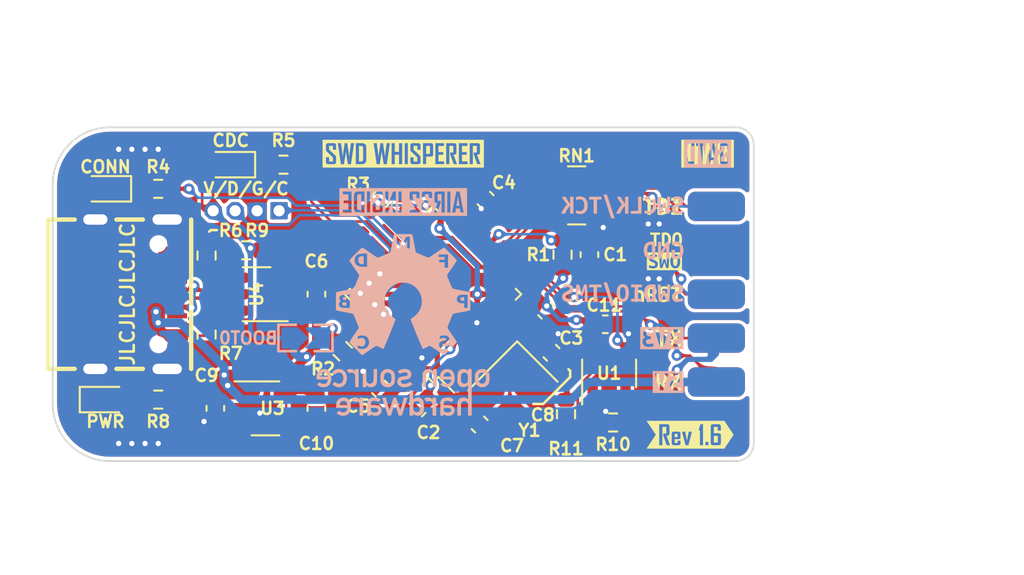
<source format=kicad_pcb>
(kicad_pcb (version 20211014) (generator pcbnew)
  (title_block (date "2022-08-15") (rev "1.1"))
  (layers (0 "F.Cu" signal) (31 "B.Cu" signal) (34 "B.Paste" user) (35 "F.Paste" user) (36 "B.SilkS" user "B.Silkscreen") (37 "F.SilkS" user "F.Silkscreen") (38 "B.Mask" user) (39 "F.Mask" user) (44 "Edge.Cuts" user))
  (net 0 "")
  (net 1 "TGT_NREST")
  (net 2 "GND")
  (net 3 "Net-(C2-Pad1)")
  (net 4 "+3.3V")
  (net 5 "OSC_IN")
  (net 6 "OSC_OUT")
  (net 7 "+5V")
  (net 8 "Net-(D1-Pad1)")
  (net 9 "Net-(D2-Pad1)")
  (net 10 "Net-(D3-Pad2)")
  (net 11 "UART_TX")
  (net 12 "UART_RX")
  (net 13 "TGT_TDO")
  (net 14 "TGT_TDI")
  (net 15 "TGT_SWCLK{slash}TCK")
  (net 16 "DBG_SWDIO")
  (net 17 "DBG_SWCLK")
  (net 18 "Net-(BOOT0-Pad2)")
  (net 19 "TGT_SWDIO{slash}TMS")
  (net 20 "TGT_CONNECT")
  (net 21 "TGT_CDC")
  (net 22 "Net-(R6-Pad1)")
  (net 23 "Net-(R7-Pad1)")
  (net 29 "TGT_SWDIO_IN{slash}TMS")
  (net 36 "USB_CONN-")
  (net 37 "USB_CONN+")
  (net 46 "USB+")
  (net 47 "USB-")
  (net 50 "/3.3V_Header")
  (net 52 "IN_TGT_SWDIO{slash}TMS")
  (net 53 "IN_TGT_TDI")
  (net 54 "IN_TGT_TDO")
  (net 55 "IN_TGT_SWCLK{slash}TCK")
  (net 56 "Net-(R10-Pad2)")
  (net 57 "EN_3.3V")
  (footprint "kibuzzard-6354CD6B" (layer "F.Cu") (at 63.5 50.292)
    (fp_text reference "kibuzzard-6354CD6B" hide)
    (fp_text value "G***" hide)
  )
  (footprint "kibuzzard-6354CD83" (layer "F.Cu") (at 61.25718 60.96)
    (fp_text reference "kibuzzard-6354CD83" hide)
    (fp_text value "G***" hide)
  )
  (footprint "Resistor_SMD:R_0603_1608Metric" (layer "F.Cu") (at 38.989 50.927 180)
    (fp_text reference "R5")
    (fp_text value "330R")
  )
  (footprint "Resistor_SMD:R_Array_Convex_4x0603" (layer "F.Cu") (at 55.934411 52.705 180)
    (fp_text reference "RN1")
    (fp_text value "22R")
  )
  (footprint "kibuzzard-6354CDA6" (layer "F.Cu") (at 60.893642 53.34)
    (fp_text reference "kibuzzard-6354CDA6" hide)
    (fp_text value "G***" hide)
  )
  (footprint "Package_TO_SOT_SMD:SOT-23-6" (layer "F.Cu") (at 37.4396 58.42 180)
    (fp_text reference "U4")
    (fp_text value "USBLC6-2SC6")
  )
  (footprint "Resistor_SMD:R_0603_1608Metric" (layer "F.Cu") (at 55.118 56.134 90)
    (fp_text reference "R1")
    (fp_text value "10K")
  )
  (footprint "kibuzzard-637AECE1" (layer "F.Cu") (at 61.102875 55.245)
    (fp_text reference "kibuzzard-637AECE1" hide)
    (fp_text value "G***" hide)
  )
  (footprint "Capacitor_SMD:C_0603_1608Metric" (layer "F.Cu") (at 57.59 60.16 180)
    (fp_text reference "C11")
    (fp_text value "10uF")
  )
  (footprint "Capacitor_SMD:C_0603_1608Metric" (layer "F.Cu") (at 56.671011 56.134 -90)
    (fp_text reference "C1")
    (fp_text value "100nF")
  )
  (footprint "Resistor_SMD:R_0603_1608Metric" (layer "F.Cu") (at 58.04 65.84)
    (fp_text reference "R10")
    (fp_text value "20K")
  )
  (footprint "Capacitor_SMD:C_0603_1608Metric" (layer "F.Cu") (at 54.17 59.37 -45)
    (fp_text reference "C3")
    (fp_text value "100nF")
  )
  (footprint "Resistor_SMD:R_0603_1608Metric" (layer "F.Cu") (at 31.749999 64.516)
    (fp_text reference "R8")
    (fp_text value "330R")
  )
  (footprint "Resistor_SMD:R_0603_1608Metric" (layer "F.Cu") (at 34.544 60.7568 -90)
    (fp_text reference "R7")
    (fp_text value "5.1K")
  )
  (footprint "kibuzzard-62F961D8" (layer "F.Cu") (at 45.91 50.292)
    (fp_text reference "kibuzzard-62F961D8" hide)
    (fp_text value "G***" hide)
  )
  (footprint "Crystal:Crystal_SMD_3225-4Pin_3.2x2.5mm" (layer "F.Cu") (at 52.2478 63.7286 -135)
    (fp_text reference "Y1")
    (fp_text value "8M/20pF")
  )
  (footprint "Shaojie_Custom:2.54_1X5" (layer "F.Cu") (at 64.009 58.42 90)
    (fp_text reference "J1" hide)
    (fp_text value "Conn_01x05")
  )
  (footprint "Capacitor_SMD:C_0603_1608Metric" (layer "F.Cu") (at 40.894 65.024 90)
    (fp_text reference "C10")
    (fp_text value "1uf")
  )
  (footprint "Resistor_SMD:R_0603_1608Metric" (layer "F.Cu") (at 34.544 56.1848 90)
    (fp_text reference "R6")
    (fp_text value "5.1K")
  )
  (footprint "Resistor_SMD:R_0603_1608Metric" (layer "F.Cu") (at 36.83 55.88 180)
    (fp_text reference "R9")
    (fp_text value "1.5K")
  )
  (footprint "Connector_PinHeader_1.27mm:PinHeader_1x04_P1.27mm_Vertical" (layer "F.Cu") (at 38.735 53.594 -90)
    (fp_text reference "J3" hide)
    (fp_text value "Conn_01x04")
  )
  (footprint "Capacitor_SMD:C_0603_1608Metric" (layer "F.Cu") (at 44.577 63.881 135)
    (fp_text reference "C5")
    (fp_text value "100nF")
  )
  (footprint "Package_TO_SOT_SMD:SOT-23-5" (layer "F.Cu") (at 37.9476 65.024)
    (fp_text reference "U3")
    (fp_text value "RT9013-33GB")
  )
  (footprint "Capacitor_SMD:C_0603_1608Metric" (layer "F.Cu") (at 40.894 58.42 90)
    (fp_text reference "C6")
    (fp_text value "10uF")
  )
  (footprint "Resistor_SMD:R_0603_1608Metric" (layer "F.Cu") (at 31.75 52.324 180)
    (fp_text reference "R4")
    (fp_text value "330R")
  )
  (footprint "Resistor_SMD:R_0603_1608Metric" (layer "F.Cu") (at 44.577 52.959 45)
    (fp_text reference "R3")
    (fp_text value "100R")
  )
  (footprint "Resistor_SMD:R_0603_1608Metric" (layer "F.Cu") (at 42.418 61.722 135)
    (fp_text reference "R2")
    (fp_text value "10K")
  )
  (footprint "Capacitor_SMD:C_0603_1608Metric" (layer "F.Cu") (at 54.479813 61.807713 -45)
    (fp_text reference "C8")
    (fp_text value "20pF")
  )
  (footprint "LED_SMD:LED_0603_1608Metric" (layer "F.Cu") (at 35.866606 50.927 180)
    (fp_text reference "D2" hide)
    (fp_text value "LED")
  )
  (footprint "Package_QFP:LQFP-48_7x7mm_P0.5mm" (layer "F.Cu") (at 47.625 58.42 135)
    (fp_text reference "U2")
    (fp_text value "AIR32F103CBT6-LQFP48")
  )
  (footprint "kibuzzard-6354D1FB" (layer "F.Cu") (at 60.65647 58.42)
    (fp_text reference "kibuzzard-6354D1FB" hide)
    (fp_text value "G***" hide)
  )
  (footprint "Capacitor_SMD:C_0603_1608Metric" (layer "F.Cu") (at 46.736 65.024 -135)
    (fp_text reference "C2")
    (fp_text value "100nF")
  )
  (footprint "Capacitor_SMD:C_0603_1608Metric" (layer "F.Cu") (at 35.052 65.024 90)
    (fp_text reference "C9")
    (fp_text value "1uf")
  )
  (footprint "Capacitor_SMD:C_0603_1608Metric" (layer "F.Cu") (at 50.326913 65.960613 135)
    (fp_text reference "C7")
    (fp_text value "20pF")
  )
  (footprint "Package_TO_SOT_SMD:SOT-23-5" (layer "F.Cu") (at 57.81 63.001 90)
    (fp_text reference "U1")
    (fp_text value "MT9700")
  )
  (footprint "kibuzzard-637AED1A" (layer "F.Cu") (at 61.006567 56.515)
    (fp_text reference "kibuzzard-637AED1A" hide)
    (fp_text value "G***" hide)
  )
  (footprint "LED_SMD:LED_0603_1608Metric" (layer "F.Cu") (at 28.702 64.516)
    (fp_text reference "D3" hide)
    (fp_text value "LED")
  )
  (footprint "Resistor_SMD:R_0603_1608Metric" (layer "F.Cu") (at 55.32 65.36 90)
    (fp_text reference "R11")
    (fp_text value "10K")
  )
  (footprint "LED_SMD:LED_0603_1608Metric" (layer "F.Cu") (at 28.702 52.324 180)
    (fp_text reference "D1" hide)
    (fp_text value "LED")
  )
  (footprint "Shaojie_Custom:USB-C-SMD_TYPE-C16PIN_C668624" (layer "F.Cu") (at 30.48 58.42 -90)
    (fp_text reference "USB1" hide)
    (fp_text value "TYPE-C_16P(073)")
  )
  (footprint "kibuzzard-63A8965B" (layer "F.Cu") (at 62.488233 66.548)
    (fp_text reference "kibuzzard-63A8965B" hide)
    (fp_text value "G***" hide)
  )
  (footprint "Capacitor_SMD:C_0603_1608Metric" (layer "F.Cu") (at 50.673 52.959 -45)
    (fp_text reference "C4")
    (fp_text value "100nF")
  )
  (footprint "kibuzzard-6354CD88" (layer "F.Cu") (at 61.280199 63.5)
    (fp_text reference "kibuzzard-6354CD88" hide)
    (fp_text value "G***" hide)
  )
  (footprint "LOGO" (layer "B.Cu") (at 45.91 60.198 180)
    (fp_text reference "G***" hide)
    (fp_text value "LOGO" hide)
  )
  (footprint "Shaojie_Custom:2.54_1X5" (layer "B.Cu") (at 64.009 58.42 -90)
    (fp_text reference "J2" hide)
    (fp_text value "Conn_01x05")
  )
  (footprint "kibuzzard-62F96023" (layer "B.Cu") (at 63.5 50.292 180)
    (fp_text reference "kibuzzard-62F96023" hide)
    (fp_text value "G***" hide)
  )
  (footprint "kibuzzard-6354CD45" (layer "B.Cu") (at 58.599388 58.42 180)
    (fp_text reference "kibuzzard-6354CD45" hide)
    (fp_text value "G***" hide)
  )
  (footprint "kibuzzard-6354CCE5" (layer "B.Cu") (at 60.856284 60.96 180)
    (fp_text reference "kibuzzard-6354CCE5" hide)
    (fp_text value "G***" hide)
  )
  (footprint "kibuzzard-6354CD34" (layer "B.Cu") (at 58.576369 53.34 180)
    (fp_text reference "kibuzzard-6354CD34" hide)
    (fp_text value "G***" hide)
  )
  (footprint "kibuzzard-62F9645D" (layer "B.Cu") (at 45.91 53.086 180)
    (fp_text reference "kibuzzard-62F9645D" hide)
    (fp_text value "G***" hide)
  )
  (footprint "kibuzzard-6354CCF5" (layer "B.Cu") (at 60.96 55.88 180)
    (fp_text reference "kibuzzard-6354CCF5" hide)
    (fp_text value "G***" hide)
  )
  (footprint "kibuzzard-6354CCEF" (layer "B.Cu") (at 61.219028 63.5 180)
    (fp_text reference "kibuzzard-6354CCEF" hide)
    (fp_text value "G***" hide)
  )
  (footprint "Shaojie_Custom:Short_0603" (layer "B.Cu") (at 40.259 60.96)
    (fp_text reference "BOOT0")
    (fp_text value "短接")
  )
  (footprint "LOGO" (layer "B.Cu") (at 45.91 50.292 180)
    (fp_text reference "G***" hide)
    (fp_text value "LOGO" hide)
  )
  (footprint "LOGO" (layer "B.Cu") (at 28.956 58.547 -90)
    (fp_text reference "G***" hide)
    (fp_text value "LOGO" hide)
  )
  (gr_line (start 55.56 63.21) (end 55.56 62.86) (layer "F.SilkS") (width 0.15))
  (gr_line (start 35.14 54.71) (end 34.79 54.71) (layer "F.SilkS") (width 0.15))
  (gr_line (start 55.56 62.86) (end 55.46 62.76) (layer "F.SilkS") (width 0.15))
  (gr_line (start 34.79 54.71) (end 34.7 54.8) (layer "F.SilkS") (width 0.15))
  (gr_line (start 54 64.77) (end 53.43 64.77) (layer "F.SilkS") (width 0.15))
  (gr_line (start 54 64.77) (end 55.56 63.21) (layer "F.SilkS") (width 0.15))
  (gr_line (start 65.151 48.768) (end 28.956 48.767999) (layer "Edge.Cuts") (width 0.1))
  (gr_arc (start 25.653999 52.07) (mid 26.621132 49.735132) (end 28.956 48.767999) (layer "Edge.Cuts") (width 0.1))
  (gr_line (start 66.167 49.784) (end 66.167 67.056) (layer "Edge.Cuts") (width 0.1))
  (gr_arc (start 66.167 67.056) (mid 65.86942 67.774421) (end 65.151 68.072) (layer "Edge.Cuts") (width 0.1))
  (gr_arc (start 65.151 48.768) (mid 65.86942 49.06558) (end 66.167 49.784) (layer "Edge.Cuts") (width 0.1))
  (gr_arc (start 28.956 68.072) (mid 26.621133 67.104867) (end 25.654 64.77) (layer "Edge.Cuts") (width 0.1))
  (gr_line (start 25.653999 52.07) (end 25.654 64.77) (layer "Edge.Cuts") (width 0.1))
  (gr_line (start 65.151 68.072) (end 28.956 68.072) (layer "Edge.Cuts") (width 0.1))
  (gr_text "JLCJLCJLCJLC" (at 29.972 58.42 90) (layer "F.SilkS") (effects (font (size 0.8 0.8))))
  (gr_text "V/D/G/C" (at 36.83 52.324) (layer "F.SilkS") (effects (font (size 0.7 0.7))))
  (gr_text "PWR" (at 28.702 65.786) (layer "F.SilkS") (effects (font (size 0.7 0.7))))
  (gr_text "CDC" (at 35.941 49.53) (layer "F.SilkS") (effects (font (size 0.7 0.7))))
  (gr_text "CONN" (at 28.702 51.054) (layer "F.SilkS") (effects (font (size 0.7 0.7))))
  (segment (start 58.1 57.76) (end 58.1 56.14) (width 0.152) (layer "F.Cu") (net 1))
  (segment (start 55.117 55.31) (end 55.118 55.309) (width 0.152) (layer "F.Cu") (net 1))
  (segment (start 58.379 58.039) (end 58.1 57.76) (width 0.152) (layer "F.Cu") (net 1))
  (segment (start 50.745109 55.653445) (end 50.745109 55.634891) (width 0.152) (layer "F.Cu") (net 1))
  (segment (start 54.46 55.31) (end 55.117 55.31) (width 0.152) (layer "F.Cu") (net 1))
  (segment (start 57.319 55.359) (end 56.671011 55.359) (width 0.152) (layer "F.Cu") (net 1))
  (segment (start 56.621011 55.309) (end 56.671011 55.359) (width 0.152) (layer "F.Cu") (net 1))
  (segment (start 62.2305 58.42) (end 61.8495 58.039) (width 0.152) (layer "F.Cu") (net 1))
  (segment (start 58.1 56.14) (end 57.319 55.359) (width 0.152) (layer "F.Cu") (net 1))
  (segment (start 64.009 58.42) (end 62.2305 58.42) (width 0.152) (layer "F.Cu") (net 1))
  (segment (start 61.8495 58.039) (end 58.379 58.039) (width 0.152) (layer "F.Cu") (net 1))
  (segment (start 55.118 55.309) (end 56.621011 55.309) (width 0.152) (layer "F.Cu") (net 1))
  (segment (start 50.745109 55.634891) (end 51.43 54.95) (width 0.152) (layer "F.Cu") (net 1))
  (via (at 54.46 55.31) (size 0.6) (drill 0.3) (layers "F.Cu" "B.Cu") (net 1))
  (via (at 51.43 54.95) (size 0.6) (drill 0.3) (layers "F.Cu" "B.Cu") (net 1))
  (segment (start 51.43 54.95) (end 54.1 54.95) (width 0.152) (layer "B.Cu") (net 1))
  (segment (start 54.1 54.95) (end 54.46 55.31) (width 0.152) (layer "B.Cu") (net 1))
  (segment (start 43.942 57.785) (end 43.80802 57.785) (width 0.3) (layer "F.Cu") (net 2))
  (segment (start 51.098662 60.833002) (end 50.33666 60.071) (width 0.3) (layer "F.Cu") (net 2))
  (segment (start 43.001363 62.305363) (end 43.578 62.882) (width 0.3) (layer "F.Cu") (net 2))
  (segment (start 58.382 60.16) (end 58.928 60.706) (width 0.152) (layer "F.Cu") (net 2))
  (segment (start 36.8101 65.024) (end 37.35 65.024) (width 0.152) (layer "F.Cu") (net 2))
  (segment (start 57.81 65) (end 57.61 65.2) (width 0.254) (layer "F.Cu") (net 2))
  (segment (start 50.31774 53.36574) (end 50.419 53.467) (width 0.3) (layer "F.Cu") (net 2))
  (segment (start 50.459008 53.507008) (end 50.419 53.467) (width 0.3) (layer "F.Cu") (net 2))
  (segment (start 48.977342 53.885678) (end 49.49728 53.36574) (width 0.3) (layer "F.Cu") (net 2))
  (segment (start 43.80802 57.785) (end 43.090678 57.067658) (width 0.3) (layer "F.Cu") (net 2))
  (segment (start 50.33666 60.071) (end 50.165 60.071) (width 0.3) (layer "F.Cu") (net 2))
  (segment (start 57.215 65.595) (end 57.61 65.2) (width 0.254) (layer "F.Cu") (net 2))
  (segment (start 46.272658 62.954322) (end 46.99 62.23698) (width 0.3) (layer "F.Cu") (net 2))
  (segment (start 44.028992 63.332992) (end 43.578 62.882) (width 0.3) (layer "F.Cu") (net 2))
  (segment (start 57.81 64.1385) (end 57.81 65) (width 0.254) (layer "F.Cu") (net 2))
  (segment (start 46.99 62.23698) (end 46.99 62.103) (width 0.3) (layer "F.Cu") (net 2))
  (segment (start 54.718008 59.918008) (end 54.718008 60.560008) (width 0.254) (layer "F.Cu") (net 2))
  (segment (start 49.49728 53.36574) (end 50.31774 53.36574) (width 0.3) (layer "F.Cu") (net 2))
  (segment (start 57.215 65.84) (end 57.215 65.595) (width 0.254) (layer "F.Cu") (net 2))
  (segment (start 37.35 65.024) (end 37.621 65.295) (width 0.152) (layer "F.Cu") (net 2))
  (segment (start 54.718008 60.560008) (end 54.864 60.706) (width 0.254) (layer "F.Cu") (net 2))
  (segment (start 51.221008 53.507008) (end 50.459008 53.507008) (width 0.3) (layer "F.Cu") (net 2))
  (segment (start 58.365 60.16) (end 58.382 60.16) (width 0.152) (layer "F.Cu") (net 2))
  (via (at 50.165 60.071) (size 0.6) (drill 0.3) (layers "F.Cu" "B.Cu") (net 2))
  (via (at 37.621 65.295) (size 0.6) (drill 0.3) (layers "F.Cu" "B.Cu") (net 2))
  (via (at 30.226 50.038) (size 0.61) (drill 0.305) (layers "F.Cu" "B.Cu") (net 2))
  (via (at 58.928 60.706) (size 0.6) (drill 0.3) (layers "F.Cu" "B.Cu") (net 2))
  (via (at 57.47 54.56) (size 0.6) (drill 0.3) (layers "F.Cu" "B.Cu") (net 2))
  (via (at 60.071 54.356) (size 0.6) (drill 0.3) (layers "F.Cu" "B.Cu") (net 2))
  (via (at 34.398 65.786) (size 0.61) (drill 0.305) (layers "F.Cu" "B.Cu") (net 2))
  (via (at 60.706 57.531) (size 0.6) (drill 0.3) (layers "F.Cu" "B.Cu") (net 2))
  (via (at 29.464 50.038) (size 0.61) (drill 0.305) (layers "F.Cu" "B.Cu") (net 2))
  (via (at 31.75 50.038) (size 0.61) (drill 0.305) (layers "F.Cu" "B.Cu") (net 2))
  (via (at 60.071 57.531) (size 0.6) (drill 0.3) (layers "F.Cu" "B.Cu") (net 2))
  (via (at 57.61 65.2) (size 0.6) (drill 0.3) (layers "F.Cu" "B.Cu") (net 2))
  (via (at 54.864 60.706) (size 0.6) (drill 0.3) (layers "F.Cu" "B.Cu") (net 2))
  (via (at 50.419 53.467) (size 0.6) (drill 0.3) (layers "F.Cu" "B.Cu") (net 2))
  (via (at 30.988 67.056) (size 0.61) (drill 0.305) (layers "F.Cu" "B.Cu") (net 2))
  (via (at 43.578 62.882) (size 0.6) (drill 0.3) (layers "F.Cu" "B.Cu") (net 2))
  (via (at 46.99 62.103) (size 0.6) (drill 0.3) (layers "F.Cu" "B.Cu") (net 2))
  (via (at 30.226 67.056) (size 0.61) (drill 0.305) (layers "F.Cu" "B.Cu") (net 2))
  (via (at 31.75 67.056) (size 0.61) (drill 0.305) (layers "F.Cu" "B.Cu") (net 2))
  (via (at 30.988 50.038) (size 0.61) (drill 0.305) (layers "F.Cu" "B.Cu") (net 2))
  (via (at 29.464 67.056) (size 0.61) (drill 0.305) (layers "F.Cu" "B.Cu") (net 2))
  (via (at 43.942 57.785) (size 0.6) (drill 0.3) (layers "F.Cu" "B.Cu") (net 2))
  (via (at 60.706 54.356) (size 0.6) (drill 0.3) (layers "F.Cu" "B.Cu") (net 2))
  (segment (start 37.465 53.594) (end 37.465 53.213) (width 0.152) (layer "B.Cu") (net 2))
  (segment (start 50.137554 60.579) (end 49.636296 60.579) (width 0.152) (layer "F.Cu") (net 3))
  (segment (start 50.745109 61.186555) (end 50.137554 60.579) (width 0.152) (layer "F.Cu") (net 3))
  (segment (start 49.636296 60.579) (end 48.622648 61.592648) (width 0.152) (layer "F.Cu") (net 3))
  (segment (start 47.49 63.7) (end 47.49 64.27) (width 0.152) (layer "F.Cu") (net 3))
  (segment (start 47.49 64.27) (end 47.284008 64.475992) (width 0.152) (layer "F.Cu") (net 3))
  (via (at 48.622648 61.592648) (size 0.6) (drill 0.3) (layers "F.Cu" "B.Cu") (net 3))
  (via (at 47.49 63.7) (size 0.6) (drill 0.3) (layers "F.Cu" "B.Cu") (net 3))
  (segment (start 47.49 63.7) (end 47.49 62.725296) (width 0.152) (layer "B.Cu") (net 3))
  (segment (start 47.49 62.725296) (end 48.622648 61.592648) (width 0.152) (layer "B.Cu") (net 3))
  (segment (start 48.623788 63.307876) (end 47.879 62.563088) (width 0.3) (layer "F.Cu") (net 4))
  (segment (start 53.621992 58.821992) (end 53.923992 58.821992) (width 0.254) (layer "F.Cu") (net 4))
  (segment (start 56.86 61.8635) (end 56.86 60.205) (width 0.254) (layer "F.Cu") (net 4))
  (segment (start 40.3225 62.0395) (end 39.0851 63.2769) (width 0.5) (layer "F.Cu") (net 4))
  (segment (start 34.29 52.324) (end 34.29 53.467) (width 0.152) (layer "F.Cu") (net 4))
  (segment (start 53.621992 59.948008) (end 53.621992 58.821992) (width 0.3) (layer "F.Cu") (net 4))
  (segment (start 51.452215 60.479449) (end 51.972152 60.999386) (width 0.3) (layer "F.Cu") (net 4))
  (segment (start 28.5925 51.646) (end 33.612 51.646) (width 0.152) (layer "F.Cu") (net 4))
  (segment (start 53.923992 58.821992) (end 54.203 59.101) (width 0.254) (layer "F.Cu") (net 4))
  (segment (start 47.879 62.563088) (end 47.879 61.521) (width 0.3) (layer "F.Cu") (net 4))
  (segment (start 32.574999 66.356999) (end 32.574999 64.516) (width 0.127) (layer "F.Cu") (net 4))
  (segment (start 42.0305 59.195) (end 42.858 58.3675) (width 0.5) (layer "F.Cu") (net 4))
  (segment (start 50.184883 58.425117) (end 50.19 58.42) (width 0.3) (layer "F.Cu") (net 4))
  (segment (start 55.32 64.535) (end 55.32 64.059294) (width 0.152) (layer "F.Cu") (net 4))
  (segment (start 51.452215 60.479449) (end 50.932278 59.959512) (width 0.3) (layer "F.Cu") (net 4))
  (segment (start 40.719 64.074) (end 40.894 64.249) (width 0.25) (layer "F.Cu") (net 4))
  (segment (start 56.896 62.483294) (end 56.896 61.8995) (width 0.152) (layer "F.Cu") (net 4))
  (segment (start 55.32 64.059294) (end 56.896 62.483294) (width 0.152) (layer "F.Cu") (net 4))
  (segment (start 34.29 53.467) (end 34.417 53.594) (width 0.152) (layer "F.Cu") (net 4))
  (segment (start 37.655 55.88) (end 37.592 55.88) (width 0.3) (layer "F.Cu") (net 4))
  (segment (start 35.079106 51.661894) (end 35.079106 50.927) (width 0.152) (layer "F.Cu") (net 4))
  (segment (start 46.004088 63.93) (end 46.626212 63.307876) (width 0.3) (layer "F.Cu") (net 4))
  (segment (start 50.932278 58.502278) (end 50.85 58.42) (width 0.3) (layer "F.Cu") (net 4))
  (segment (start 43.491617 58.425117) (end 50.184883 58.425117) (width 0.3) (layer "F.Cu") (net 4))
  (segment (start 49.323912 52.832) (end 48.623788 53.532124) (width 0.3) (layer "F.Cu") (net 4))
  (segment (start 47.196088 62.738) (end 48.053912 62.738) (width 0.3) (layer "F.Cu") (net 4))
  (segment (start 46.626212 63.307876) (end 47.196088 62.738) (width 0.3) (layer "F.Cu") (net 4))
  (segment (start 33.612 51.646) (end 34.29 52.324) (width 0.152) (layer "F.Cu") (net 4))
  (segment (start 39.1461 64.074) (end 40.719 64.074) (width 0.25) (layer "F.Cu") (net 4))
  (segment (start 56.561518 59.906518) (end 55.9175 59.906518) (width 0.254) (layer "F.Cu") (net 4))
  (segment (start 56.896 61.8995) (end 56.86 61.8635) (width 0.152) (layer "F.Cu") (net 4))
  (segment (start 40.894 59.195) (end 42.0305 59.195) (width 0.5) (layer "F.Cu") (net 4))
  (segment (start 48.006 54.61) (end 48.103851 54.512149) (width 0.3) (layer "F.Cu") (net 4))
  (segment (start 38.9105 65.4835) (end 38.43156 65.4835) (width 0.127) (layer "F.Cu") (net 4))
  (segment (start 37.592 55.88) (end 37.465 55.753) (width 0.3) (layer "F.Cu") (net 4))
  (segment (start 45.624016 63.93) (end 46.004088 63.93) (width 0.3) (layer "F.Cu") (net 4))
  (segment (start 50.85 58.42) (end 50.19 58.42) (width 0.3) (layer "F.Cu") (net 4))
  (segment (start 50.932278 59.959512) (end 50.932278 58.502278) (width 0.3) (layer "F.Cu") (net 4))
  (segment (start 48.103851 54.052061) (end 48.623788 53.532124) (width 0.3) (layer "F.Cu") (net 4))
  (segment (start 42.737124 57.421212) (end 43.434 58.118088) (width 0.3) (layer "F.Cu") (net 4))
  (segment (start 52.570614 60.999386) (end 53.621992 59.948008) (width 0.3) (layer "F.Cu") (net 4))
  (segment (start 49.703984 52.832) (end 49.323912 52.832) (width 0.3) (layer "F.Cu") (net 4))
  (segment (start 34.925 53.594) (end 34.925 51.816) (width 0.152) (layer "F.Cu") (net 4))
  (segment (start 33.02 66.802) (end 32.574999 66.356999) (width 0.127) (layer "F.Cu") (net 4))
  (segment (start 48.053912 62.738) (end 48.623788 63.307876) (width 0.3) (layer "F.Cu") (net 4))
  (segment (start 50.124992 52.410992) (end 49.703984 52.832) (width 0.3) (layer "F.Cu") (net 4))
  (segment (start 47.879 61.521) (end 50.19 59.21) (width 0.3) (layer "F.Cu") (net 4))
  (segment (start 39.1461 64.074) (end 39.1461 65.2479) (width 0.127) (layer "F.Cu") (net 4))
  (segment (start 51.972152 60.999386) (end 52.570614 60.999386) (width 0.3) (layer "F.Cu") (net 4))
  (segment (start 45.125008 64.429008) (end 45.624016 63.93) (width 0.3) (layer "F.Cu") (net 4))
  (segment (start 40.3225 62.0395) (end 40.926545 61.435455) (width 0.5) (layer "F.Cu") (net 4))
  (segment (start 37.465 55.753) (end 37.084 55.753) (width 0.3) (layer "F.Cu") (net 4))
  (segment (start 38.2321 65.68296) (end 38.2321 66.3889) (width 0.127) (layer "F.Cu") (net 4))
  (segment (start 40.926545 61.435455) (end 40.894 61.40291) (width 0.5) (layer "F.Cu") (net 4))
  (segment (start 37.819 66.802) (end 33.02 66.802) (width 0.127) (layer "F.Cu") (net 4))
  (segment (start 56.815 60.16) (end 56.561518 59.906518) (width 0.254) (layer "F.Cu") (net 4))
  (segment (start 50.19 59.21) (end 50.19 58.42) (width 0.3) (layer "F.Cu") (net 4))
  (segment (start 39.1461 65.2479) (end 38.9105 65.4835) (width 0.127) (layer "F.Cu") (net 4))
  (segment (start 48.103851 54.512149) (end 48.103851 54.052061) (width 0.3) (layer "F.Cu") (net 4))
  (segment (start 40.894 61.40291) (end 40.894 59.195) (width 0.5) (layer "F.Cu") (net 4))
  (segment (start 56.86 60.205) (end 56.815 60.16) (width 0.254) (layer "F.Cu") (net 4))
  (segment (start 43.434 58.3675) (end 43.491617 58.425117) (width 0.3) (layer "F.Cu") (net 4))
  (segment (start 38.2321 66.3889) (end 37.819 66.802) (width 0.127) (layer "F.Cu") (net 4))
  (segment (start 34.417 53.594) (end 34.925 53.594) (width 0.152) (layer "F.Cu") (net 4))
  (segment (start 55.118 57.467357) (end 55.146965 57.496322) (width 0.254) (layer "F.Cu") (net 4))
  (segment (start 27.9145 52.324) (end 28.5925 51.646) (width 0.152) (layer "F.Cu") (net 4))
  (segment (start 55.118 56.959) (end 55.118 57.467357) (width 0.254) (layer "F.Cu") (net 4))
  (segment (start 38.43156 65.4835) (end 38.2321 65.68296) (width 0.127) (layer "F.Cu") (net 4))
  (segment (start 42.858 58.3675) (end 43.434 58.3675) (width 0.5) (layer "F.Cu") (net 4))
  (segment (start 43.434 58.118088) (end 43.434 58.3675) (width 0.3) (layer "F.Cu") (net 4))
  (segment (start 34.925 51.816) (end 35.079106 51.661894) (width 0.152) (layer "F.Cu") (net 4))
  (segment (start 39.0851 63.2769) (end 39.0851 64.074) (width 0.5) (layer "F.Cu") (net 4))
  (via (at 40.3225 62.0395) (size 0.6) (drill 0.3) (layers "F.Cu" "B.Cu") (net 4))
  (via (at 50.19 58.42) (size 0.6) (drill 0.3) (layers "F.Cu" "B.Cu") (net 4))
  (via (at 55.146965 57.496322) (size 0.6) (drill 0.3) (layers "F.Cu" "B.Cu") (net 4))
  (via (at 43.434 58.3675) (size 0.6) (drill 0.3) (layers "F.Cu" "B.Cu") (net 4))
  (via (at 48.006 54.61) (size 0.6) (drill 0.3) (layers "F.Cu" "B.Cu") (net 4))
  (via (at 55.9175 59.906518) (size 0.6) (drill 0.3) (layers "F.Cu" "B.Cu") (net 4))
  (via (at 54.203 59.101) (size 0.6) (drill 0.3) (layers "F.Cu" "B.Cu") (net 4))
  (via (at 37.084 55.753) (size 0.6) (drill 0.3) (layers "F.Cu" "B.Cu") (net 4))
  (segment (start 34.925 53.594) (end 37.084 55.753) (width 0.3) (layer "B.Cu") (net 4))
  (segment (start 54.203 59.133) (end 54.976518 59.906518) (width 0.254) (layer "B.Cu") (net 4))
  (segment (start 40.3225 62.0395) (end 39.8907 62.0395) (width 0.5) (layer "B.Cu") (net 4))
  (segment (start 48.006 54.61) (end 50.19 56.794) (width 0.3) (layer "B.Cu") (net 4))
  (segment (start 54.976518 59.906518) (end 55.9175 59.906518) (width 0.254) (layer "B.Cu") (net 4))
  (segment (start 54.203 58.440287) (end 55.146965 57.496322) (width 0.254) (layer "B.Cu") (net 4))
  (segment (start 50.19 56.794) (end 50.19 58.42) (width 0.3) (layer "B.Cu") (net 4))
  (segment (start 37.084 60.579) (end 37.4574 60.9524) (width 0.3) (layer "B.Cu") (net 4))
  (segment (start 39.8907 62.0395) (end 39.6373 61.7861) (width 0.5) (layer "B.Cu") (net 4))
  (segment (start 39.6373 61.7861) (end 39.6373 60.9524) (width 0.5) (layer "B.Cu") (net 4))
  (segment (start 37.4574 60.9524) (end 39.6373 60.9524) (width 0.3) (layer "B.Cu") (net 4))
  (segment (start 54.203 59.101) (end 54.203 59.133) (width 0.254) (layer "B.Cu") (net 4))
  (segment (start 54.203 59.101) (end 54.203 58.440287) (width 0.254) (layer "B.Cu") (net 4))
  (segment (start 37.084 55.753) (end 37.084 60.579) (width 0.3) (layer "B.Cu") (net 4))
  (segment (start 50.874921 66.498479) (end 50.874921 66.508621) (width 0.152) (layer "F.Cu") (net 5))
  (segment (start 50.6048 62.3396) (end 52.071023 63.805823) (width 0.152) (layer "F.Cu") (net 5))
  (segment (start 52.071023 65.302377) (end 50.874921 66.498479) (width 0.152) (layer "F.Cu") (net 5))
  (segment (start 52.071023 63.805823) (end 52.071023 65.107458) (width 0.152) (layer "F.Cu") (net 5))
  (segment (start 50.038002 61.893662) (end 50.48394 62.3396) (width 0.152) (layer "F.Cu") (net 5))
  (segment (start 50.48394 62.3396) (end 50.6048 62.3396) (width 0.152) (layer "F.Cu") (net 5))
  (segment (start 52.424577 62.349742) (end 52.661458 62.349742) (width 0.152) (layer "F.Cu") (net 6))
  (segment (start 50.391555 61.540109) (end 51.201188 62.349742) (width 0.152) (layer "F.Cu") (net 6))
  (segment (start 53.751495 61.259705) (end 53.931805 61.259705) (width 0.152) (layer "F.Cu") (net 6))
  (segment (start 52.661458 62.349742) (end 53.751495 61.259705) (width 0.152) (layer "F.Cu") (net 6))
  (segment (start 51.201188 62.349742) (end 52.424577 62.349742) (width 0.152) (layer "F.Cu") (net 6))
  (segment (start 36.8101 65.974) (end 35.982 65.974) (width 0.152) (layer "F.Cu") (net 7))
  (segment (start 35.779 65.771) (end 35.779 64.261) (width 0.152) (layer "F.Cu") (net 7))
  (segment (start 35.966 64.074) (end 36.8101 64.074) (width 0.152) (layer "F.Cu") (net 7))
  (segment (start 35.982 65.974) (end 35.779 65.771) (width 0.152) (layer "F.Cu") (net 7))
  (segment (start 35.779 64.261) (end 35.966 64.074) (width 0.152) (layer "F.Cu") (net 7))
  (segment (start 37.084 58.42) (end 37.1676 58.5036) (width 0.152) (layer "F.Cu") (net 7))
  (segment (start 36.940617 59.8932) (end 35.7124 59.8932) (width 0.152) (layer "F.Cu") (net 7))
  (segment (start 37.1676 59.666217) (end 36.940617 59.8932) (width 0.152) (layer "F.Cu") (net 7))
  (segment (start 34.7853 60.8203) (end 32.8422 60.8203) (width 0.152) (layer "F.Cu") (net 7))
  (segment (start 36.3021 58.42) (end 37.084 58.42) (width 0.152) (layer "F.Cu") (net 7))
  (segment (start 37.1676 58.5036) (end 37.1676 59.666217) (width 0.152) (layer "F.Cu") (net 7))
  (segment (start 35.7124 59.8932) (end 34.7853 60.8203) (width 0.152) (layer "F.Cu") (net 7))
  (via (at 35.56 63.0936) (size 0.61) (drill 0.305) (layers "F.Cu" "B.Cu") (net 7))
  (via (at 35.7632 63.7032) (size 0.61) (drill 0.305) (layers "F.Cu" "B.Cu") (net 7))
  (via (at 31.75 60.071) (size 0.61) (drill 0.305) (layers "F.Cu" "B.Cu") (net 7))
  (via (at 31.623 59.436) (size 0.61) (drill 0.305) (layers "F.Cu" "B.Cu") (net 7))
  (segment (start 35.56 62.611) (end 35.56 63.0936) (width 0.5) (layer "B.Cu") (net 7))
  (segment (start 31.75 60.071) (end 33.02 60.071) (width 0.5) (layer "B.Cu") (net 7))
  (segment (start 31.623 59.436) (end 31.623 59.944) (width 0.5) (layer "B.Cu") (net 7))
  (segment (start 64.009 63.5) (end 56.64 63.5) (width 0.5) (layer "B.Cu") (net 7))
  (segment (start 35.56 63.5) (end 35.56 63.0936) (width 0.5) (layer "B.Cu") (net 7))
  (segment (start 33.02 60.071) (end 35.56 62.611) (width 0.5) (layer "B.Cu") (net 7))
  (segment (start 35.7632 63.7032) (end 35.56 63.5) (width 0.5) (layer "B.Cu") (net 7))
  (segment (start 55.624 64.516) (end 36.576 64.516) (width 0.5) (layer "B.Cu") (net 7))
  (segment (start 31.623 59.944) (end 31.75 60.071) (width 0.5) (layer "B.Cu") (net 7))
  (segment (start 56.64 63.5) (end 55.624 64.516) (width 0.5) (layer "B.Cu") (net 7))
  (segment (start 36.576 64.516) (end 35.7632 63.7032) (width 0.5) (layer "B.Cu") (net 7))
  (segment (start 30.925 52.324) (end 29.4895 52.324) (width 0.127) (layer "F.Cu") (net 8))
  (segment (start 38.164 50.927) (end 36.654106 50.927) (width 0.152) (layer "F.Cu") (net 9))
  (segment (start 30.924999 64.516) (end 29.4895 64.516) (width 0.127) (layer "F.Cu") (net 10))
  (segment (start 53.23 57.31) (end 51.96 58.58) (width 0.152) (layer "F.Cu") (net 11))
  (segment (start 51.96 58.58) (end 51.96 58.865912) (width 0.152) (layer "F.Cu") (net 11))
  (segment (start 64.009 60.96) (end 60.18514 60.96) (width 0.152) (layer "F.Cu") (net 11))
  (segment (start 59.018 59.79286) (end 59.018 59.652717) (width 0.152) (layer "F.Cu") (net 11))
  (segment (start 58.767283 59.402) (end 55.41428 59.402) (width 0.152) (layer "F.Cu") (net 11))
  (segment (start 60.18514 60.96) (end 59.018 59.79286) (width 0.152) (layer "F.Cu") (net 11))
  (segment (start 55.41428 59.402) (end 53.32228 57.31) (width 0.152) (layer "F.Cu") (net 11))
  (segment (start 59.018 59.652717) (end 58.767283 59.402) (width 0.152) (layer "F.Cu") (net 11))
  (segment (start 51.96 58.865912) (end 52.512876 59.418788) (width 0.152) (layer "F.Cu") (net 11))
  (segment (start 53.32228 57.31) (end 53.23 57.31) (width 0.152) (layer "F.Cu") (net 11))
  (segment (start 52.512876 57.421212) (end 53.074088 56.86) (width 0.152) (layer "F.Cu") (net 12))
  (segment (start 64.009 63.5) (end 62.485 61.976) (width 0.152) (layer "F.Cu") (net 12))
  (segment (start 53.26614 56.86) (end 55.529639 59.123499) (width 0.152) (layer "F.Cu") (net 12))
  (segment (start 53.074088 56.86) (end 53.26614 56.86) (width 0.152) (layer "F.Cu") (net 12))
  (segment (start 55.529639 59.123499) (end 59.123499 59.123499) (width 0.152) (layer "F.Cu") (net 12))
  (segment (start 59.123499 59.123499) (end 60.198 60.198) (width 0.152) (layer "F.Cu") (net 12))
  (segment (start 62.485 61.976) (end 61.722 61.976) (width 0.152) (layer "F.Cu") (net 12))
  (via (at 61.722 61.976) (size 0.6) (drill 0.3) (layers "F.Cu" "B.Cu") (net 12))
  (via (at 60.198 60.198) (size 0.6) (drill 0.3) (layers "F.Cu" "B.Cu") (net 12))
  (segment (start 60.833 60.198) (end 61.722 61.087) (width 0.152) (layer "B.Cu") (net 12))
  (segment (start 60.198 60.198) (end 60.833 60.198) (width 0.152) (layer "B.Cu") (net 12))
  (segment (start 61.722 61.087) (end 61.722 61.976) (width 0.152) (layer "B.Cu") (net 12))
  (segment (start 56.834411 52.305) (end 56.837912 52.301499) (width 0.152) (layer "F.Cu") (net 13))
  (segment (start 56.837912 52.301499) (end 60.610499 52.301499) (width 0.152) (layer "F.Cu") (net 13))
  (segment (start 60.610499 52.301499) (end 61.94 53.631) (width 0.152) (layer "F.Cu") (net 13))
  (segment (start 61.94 55.57) (end 62.25 55.88) (width 0.152) (layer "F.Cu") (net 13))
  (segment (start 62.25 55.88) (end 64.009 55.88) (width 0.152) (layer "F.Cu") (net 13))
  (segment (start 61.94 53.631) (end 61.94 55.57) (width 0.152) (layer "F.Cu") (net 13))
  (segment (start 57.797 52.022) (end 60.929 52.022) (width 0.152) (layer "F.Cu") (net 14))
  (segment (start 56.834411 51.505) (end 57.28 51.505) (width 0.152) (layer "F.Cu") (net 14))
  (segment (start 60.929 52.022) (end 62.247 53.34) (width 0.152) (layer "F.Cu") (net 14))
  (segment (start 62.247 53.34) (end 64.009 53.34) (width 0.152) (layer "F.Cu") (net 14))
  (segment (start 57.28 51.505) (end 57.797 52.022) (width 0.152) (layer "F.Cu") (net 14))
  (segment (start 57.549411 52.59) (end 60.090644 52.59) (width 0.152) (layer "F.Cu") (net 15))
  (segment (start 57.034411 53.105) (end 57.549411 52.59) (width 0.152) (layer "F.Cu") (net 15))
  (segment (start 60.090644 52.59) (end 60.305322 52.804678) (width 0.152) (layer "F.Cu") (net 15))
  (segment (start 56.834411 53.105) (end 57.034411 53.105) (width 0.152) (layer "F.Cu") (net 15))
  (via (at 60.305322 52.804678) (size 0.6) (drill 0.3) (layers "F.Cu" "B.Cu") (net 15))
  (segment (start 64.009 53.34) (end 60.840644 53.34) (width 0.152) (layer "B.Cu") (net 15))
  (segment (start 60.840644 53.34) (end 60.305322 52.804678) (width 0.152) (layer "B.Cu") (net 15))
  (segment (start 43.973724 57.243598) (end 44.560744 57.243598) (width 0.152) (layer "F.Cu") (net 16))
  (segment (start 43.444231 56.714105) (end 43.973724 57.243598) (width 0.152) (layer "F.Cu") (net 16))
  (via (at 44.560744 57.243598) (size 0.6) (drill 0.3) (layers "F.Cu" "B.Cu") (net 16))
  (segment (start 39.88 53.85) (end 39.32 54.41) (width 0.152) (layer "B.Cu") (net 16))
  (segment (start 39.32 54.41) (end 37.011 54.41) (width 0.152) (layer "B.Cu") (net 16))
  (segment (start 44.976402 57.243598) (end 45.15 57.07) (width 0.152) (layer "B.Cu") (net 16))
  (segment (start 43.22 53.85) (end 39.88 53.85) (width 0.152) (layer "B.Cu") (net 16))
  (segment (start 37.011 54.41) (end 36.195 53.594) (width 0.152) (layer "B.Cu") (net 16))
  (segment (start 45.15 57.07) (end 45.15 55.78) (width 0.152) (layer "B.Cu") (net 16))
  (segment (start 44.560744 57.243598) (end 44.976402 57.243598) (width 0.152) (layer "B.Cu") (net 16))
  (segment (start 45.15 55.78) (end 43.22 53.85) (width 0.152) (layer "B.Cu") (net 16))
  (segment (start 44.265 59.025) (end 44.11 58.87) (width 0.152) (layer "F.Cu") (net 17))
  (segment (start 44.11 58.87) (end 43.285912 58.87) (width 0.152) (layer "F.Cu") (net 17))
  (segment (start 43.285912 58.87) (end 42.737124 59.418788) (width 0.152) (layer "F.Cu") (net 17))
  (via (at 44.265 59.025) (size 0.6) (drill 0.3) (layers "F.Cu" "B.Cu") (net 17))
  (segment (start 38.757501 53.571499) (end 43.341499 53.571499) (width 0.152) (layer "B.Cu") (net 17))
  (segment (start 45.44 57.23) (end 44.265 58.405) (width 0.152) (layer "B.Cu") (net 17))
  (segment (start 43.341499 53.571499) (end 45.44 55.67) (width 0.152) (layer "B.Cu") (net 17))
  (segment (start 44.265 58.405) (end 44.265 59.025) (width 0.152) (layer "B.Cu") (net 17))
  (segment (start 38.735 53.594) (end 38.757501 53.571499) (width 0.152) (layer "B.Cu") (net 17))
  (segment (start 45.44 55.67) (end 45.44 57.23) (width 0.152) (layer "B.Cu") (net 17))
  (segment (start 42.200274 60.773) (end 41.834637 61.138637) (width 0.152) (layer "F.Cu") (net 18))
  (segment (start 42.723 60.773) (end 42.200274 60.773) (width 0.152) (layer "F.Cu") (net 18))
  (segment (start 44.42 62.47) (end 42.723 60.773) (width 0.152) (layer "F.Cu") (net 18))
  (segment (start 44.63566 62.47) (end 44.42 62.47) (width 0.152) (layer "F.Cu") (net 18))
  (segment (start 41.83 61.134) (end 41.834637 61.138637) (width 0.152) (layer "F.Cu") (net 18))
  (segment (start 45.211998 61.893662) (end 44.63566 62.47) (width 0.152) (layer "F.Cu") (net 18))
  (segment (start 41.83 60.4) (end 41.83 61.134) (width 0.152) (layer "F.Cu") (net 18))
  (via (at 41.83 60.4) (size 0.6) (drill 0.3) (layers "F.Cu" "B.Cu") (net 18))
  (segment (start 40.9708 60.9524) (end 41.2776 60.9524) (width 0.152) (layer "B.Cu") (net 18))
  (segment (start 41.2776 60.9524) (end 41.83 60.4) (width 0.152) (layer "B.Cu") (net 18))
  (segment (start 61.976 57.396) (end 61.65 57.07) (width 0.152) (layer "F.Cu") (net 19))
  (segment (start 59.68 52.89) (end 60.12 53.33) (width 0.152) (layer "F.Cu") (net 19))
  (segment (start 61.65 53.76) (end 61.65 57.07) (width 0.152) (layer "F.Cu") (net 19))
  (segment (start 57.56 53.68) (end 57.56 53.214566) (width 0.152) (layer "F.Cu") (net 19))
  (segment (start 60.12 53.33) (end 61.22 53.33) (width 0.152) (layer "F.Cu") (net 19))
  (segment (start 61.22 53.33) (end 61.65 53.76) (width 0.152) (layer "F.Cu") (net 19))
  (segment (start 57.56 53.214566) (end 57.884566 52.89) (width 0.152) (layer "F.Cu") (net 19))
  (segment (start 57.335 53.905) (end 57.56 53.68) (width 0.152) (layer "F.Cu") (net 19))
  (segment (start 56.834411 53.905) (end 57.335 53.905) (width 0.152) (layer "F.Cu") (net 19))
  (segment (start 57.884566 52.89) (end 59.68 52.89) (width 0.152) (layer "F.Cu") (net 19))
  (segment (start 61.976 57.531) (end 61.976 57.396) (width 0.152) (layer "F.Cu") (net 19))
  (via (at 61.976 57.531) (size 0.6) (drill 0.3) (layers "F.Cu" "B.Cu") (net 19))
  (segment (start 61.976 58.036) (end 62.36 58.42) (width 0.152) (layer "B.Cu") (net 19))
  (segment (start 62.36 58.42) (end 64.009 58.42) (width 0.152) (layer "B.Cu") (net 19))
  (segment (start 61.976 57.531) (end 61.976 58.036) (width 0.152) (layer "B.Cu") (net 19))
  (segment (start 44.504891 61.186555) (end 45.109 60.582446) (width 0.152) (layer "F.Cu") (net 20))
  (segment (start 45.109 60.582446) (end 45.109 60.45) (width 0.152) (layer "F.Cu") (net 20))
  (segment (start 32.575 52.324) (end 33.528 52.324) (width 0.127) (layer "F.Cu") (net 20))
  (segment (start 44.774 60.115) (end 44.774 59.585) (width 0.152) (layer "F.Cu") (net 20))
  (segment (start 45.109 60.45) (end 44.774 60.115) (width 0.152) (layer "F.Cu") (net 20))
  (via (at 44.774 59.585) (size 0.6) (drill 0.3) (layers "F.Cu" "B.Cu") (net 20))
  (via (at 33.528 52.324) (size 0.61) (drill 0.305) (layers "F.Cu" "B.Cu") (net 20))
  (segment (start 39.691295 53.292499) (end 39.238796 52.84) (width 0.152) (layer "B.Cu") (net 20))
  (segment (start 45.807 55.634) (end 43.465499 53.292499) (width 0.152) (layer "B.Cu") (net 20))
  (segment (start 43.465499 53.292499) (end 39.691295 53.292499) (width 0.152) (layer "B.Cu") (net 20))
  (segment (start 39.238796 52.84) (end 34.044 52.84) (width 0.152) (layer "B.Cu") (net 20))
  (segment (start 44.774 59.585) (end 44.774 58.481) (width 0.152) (layer "B.Cu") (net 20))
  (segment (start 44.774 58.481) (end 45.807 57.448) (width 0.152) (layer "B.Cu") (net 20))
  (segment (start 45.807 57.448) (end 45.807 55.634) (width 0.152) (layer "B.Cu") (net 20))
  (segment (start 34.044 52.84) (end 33.528 52.324) (width 0.152) (layer "B.Cu") (net 20))
  (segment (start 43.777554 54.219) (end 41.749 54.219) (width 0.152) (layer "F.Cu") (net 21))
  (segment (start 44.858445 55.299891) (end 43.777554 54.219) (width 0.152) (layer "F.Cu") (net 21))
  (segment (start 41.749 54.219) (end 40.599 53.069) (width 0.152) (layer "F.Cu") (net 21))
  (segment (start 40.325 50.927) (end 39.814 50.927) (width 0.152) (layer "F.Cu") (net 21))
  (segment (start 40.599 53.069) (end 40.599 51.201) (width 0.152) (layer "F.Cu") (net 21))
  (segment (start 40.599 51.201) (end 40.325 50.927) (width 0.152) (layer "F.Cu") (net 21))
  (segment (start 32.8422 57.1703) (end 33.6093 57.1703) (width 0.152) (layer "F.Cu") (net 22))
  (segment (start 33.6093 57.1703) (end 33.782 56.9976) (width 0.152) (layer "F.Cu") (net 22))
  (segment (start 33.782 56.9976) (end 34.5318 56.9976) (width 0.152) (layer "F.Cu") (net 22))
  (segment (start 34.5318 56.9976) (end 34.544 57.0098) (width 0.152) (layer "F.Cu") (net 22))
  (segment (start 33.6067 60.1701) (end 33.845 59.9318) (width 0.152) (layer "F.Cu") (net 23))
  (segment (start 33.845 59.9318) (end 34.544 59.9318) (width 0.152) (layer "F.Cu") (net 23))
  (segment (start 32.8422 60.1701) (end 33.6067 60.1701) (width 0.152) (layer "F.Cu") (net 23))
  (segment (start 46.053088 52.959) (end 45.72 52.959) (width 0.3) (layer "F.Cu") (net 29))
  (segment (start 45.160363 52.399363) (end 45.160363 52.375637) (width 0.3) (layer "F.Cu") (net 29))
  (segment (start 45.72 52.959) (end 45.160363 52.399363) (width 0.3) (layer "F.Cu") (net 29))
  (segment (start 46.626212 53.532124) (end 46.053088 52.959) (width 0.3) (layer "F.Cu") (net 29))
  (segment (start 37.6876 57.163841) (end 38.046741 56.8047) (width 0.2) (layer "F.Cu") (net 36))
  (segment (start 41.6898 56.036) (end 42.4518 55.274) (width 0.2) (layer "F.Cu") (net 36))
  (segment (start 38.5771 59.37) (end 38.1541 58.947) (width 0.2) (layer "F.Cu") (net 36))
  (segment (start 38.046741 56.8047) (end 38.1271 56.8047) (width 0.2) (layer "F.Cu") (net 36))
  (segment (start 44.115984 56.006998) (end 44.151338 56.006998) (width 0.2) (layer "F.Cu") (net 36))
  (segment (start 38.1271 56.8047) (end 38.8958 56.036) (width 0.2) (layer "F.Cu") (net 36))
  (segment (start 37.6876 58.726159) (end 37.6876 57.163841) (width 0.2) (layer "F.Cu") (net 36))
  (segment (start 42.4518 55.274) (end 43.382986 55.274) (width 0.2) (layer "F.Cu") (net 36))
  (segment (start 38.1541 58.947) (end 37.908441 58.947) (width 0.2) (layer "F.Cu") (net 36))
  (segment (start 43.382986 55.274) (end 44.115984 56.006998) (width 0.2) (layer "F.Cu") (net 36))
  (segment (start 38.8958 56.036) (end 41.6898 56.036) (width 0.2) (layer "F.Cu") (net 36))
  (segment (start 37.908441 58.947) (end 37.6876 58.726159) (width 0.2) (layer "F.Cu") (net 36))
  (segment (start 39.0822 56.486) (end 41.8762 56.486) (width 0.2) (layer "F.Cu") (net 37))
  (segment (start 38.5771 56.9911) (end 39.0822 56.486) (width 0.2) (layer "F.Cu") (net 37))
  (segment (start 43.196588 55.724) (end 43.797785 56.325197) (width 0.2) (layer "F.Cu") (net 37))
  (segment (start 43.797785 56.325197) (end 43.797785 56.360551) (width 0.2) (layer "F.Cu") (net 37))
  (segment (start 38.5771 57.47) (end 38.5771 56.9911) (width 0.2) (layer "F.Cu") (net 37))
  (segment (start 41.8762 56.486) (end 42.6382 55.724) (width 0.2) (layer "F.Cu") (net 37))
  (segment (start 42.6382 55.724) (end 43.196588 55.724) (width 0.2) (layer "F.Cu") (net 37))
  (segment (start 33.58442 58.1711) (end 33.831181 57.924339) (width 0.152) (layer "F.Cu") (net 46))
  (segment (start 36.3021 57.47) (end 35.8791 57.893) (width 0.2) (layer "F.Cu") (net 46))
  (segment (start 33.702425 59.202483) (end 32.875383 59.202483) (width 0.152) (layer "F.Cu") (net 46))
  (segment (start 35.4126 58.113841) (end 35.4126 58.194999) (width 0.2) (layer "F.Cu") (net 46))
  (segment (start 36.005 56.7314) (end 36.005 55.88) (width 0.152) (layer "F.Cu") (net 46))
  (segment (start 35.633441 57.893) (end 35.4126 58.113841) (width 0.2) (layer "F.Cu") (net 46))
  (segment (start 33.729051 58.195) (end 33.705151 58.1711) (width 0.2) (layer "F.Cu") (net 46))
  (segment (start 32.8422 58.1711) (end 33.58442 58.1711) (width 0.152) (layer "F.Cu") (net 46))
  (segment (start 35.8791 57.893) (end 35.633441 57.893) (width 0.2) (layer "F.Cu") (net 46))
  (segment (start 32.875383 59.202483) (end 32.8422 59.1693) (width 0.152) (layer "F.Cu") (net 46))
  (segment (start 33.705151 58.1711) (end 32.8422 58.1711) (width 0.2) (layer "F.Cu") (net 46))
  (segment (start 36.3021 57.47) (end 36.3021 57.0285) (width 0.152) (layer "F.Cu") (net 46))
  (segment (start 36.3021 57.0285) (end 36.005 56.7314) (width 0.152) (layer "F.Cu") (net 46))
  (segment (start 35.4126 58.194999) (end 33.729051 58.195) (width 0.2) (layer "F.Cu") (net 46))
  (via (at 33.702425 59.202483) (size 0.6) (drill 0.3) (layers "F.Cu" "B.Cu") (net 46))
  (via (at 33.831181 57.924339) (size 0.6) (drill 0.3) (layers "F.Cu" "B.Cu") (net 46))
  (segment (start 33.831181 57.924339) (end 33.831181 59.073727) (width 0.152) (layer "B.Cu") (net 46))
  (segment (start 33.831181 59.073727) (end 33.702425 59.202483) (width 0.152) (layer "B.Cu") (net 46))
  (segment (start 35.4126 58.645001) (end 33.729051 58.645) (width 0.2) (layer "F.Cu") (net 47))
  (segment (start 32.1149 58.6689) (end 32.8422 58.6689) (width 0.152) (layer "F.Cu") (net 47))
  (segment (start 32.8422 57.6707) (end 32.1149 57.6707) (width 0.152) (layer "F.Cu") (net 47))
  (segment (start 35.633441 58.947) (end 35.4126 58.726159) (width 0.2) (layer "F.Cu") (net 47))
  (segment (start 33.729051 58.645) (end 33.705151 58.6689) (width 0.2) (layer "F.Cu") (net 47))
  (segment (start 33.705151 58.6689) (end 32.8422 58.6689) (width 0.2) (layer "F.Cu") (net 47))
  (segment (start 32.0639 57.7217) (end 32.0639 58.6179) (width 0.152) (layer "F.Cu") (net 47))
  (segment (start 32.0639 58.6179) (end 32.1149 58.6689) (width 0.152) (layer "F.Cu") (net 47))
  (segment (start 36.3021 59.37) (end 35.8791 58.947) (width 0.2) (layer "F.Cu") (net 47))
  (segment (start 32.1149 57.6707) (end 32.0639 57.7217) (width 0.152) (layer "F.Cu") (net 47))
  (segment (start 35.4126 58.726159) (end 35.4126 58.645001) (width 0.2) (layer "F.Cu") (net 47))
  (segment (start 35.8791 58.947) (end 35.633441 58.947) (width 0.2) (layer "F.Cu") (net 47))
  (segment (start 56.86 64.1385) (end 56.86 63.412372) (width 0.3) (layer "F.Cu") (net 50))
  (segment (start 61.410035 63.119) (end 61.73827 62.790765) (width 0.3) (layer "F.Cu") (net 50))
  (segment (start 57.153372 63.119) (end 61.410035 63.119) (width 0.3) (layer "F.Cu") (net 50))
  (segment (start 56.86 63.412372) (end 57.153372 63.119) (width 0.3) (layer "F.Cu") (net 50))
  (via (at 61.73827 62.790765) (size 0.6) (drill 0.3) (layers "F.Cu" "B.Cu") (net 50))
  (segment (start 64.009 61.881) (end 64.009 60.96) (width 0.3) (layer "B.Cu") (net 50))
  (segment (start 61.73827 62.790765) (end 62.339035 62.19) (width 0.3) (layer "B.Cu") (net 50))
  (segment (start 62.339035 62.19) (end 63.7 62.19) (width 0.3) (layer "B.Cu") (net 50))
  (segment (start 63.7 62.19) (end 64.009 61.881) (width 0.3) (layer "B.Cu") (net 50))
  (segment (start 47.735832 53.280308) (end 47.189692 53.280308) (width 0.152) (layer "F.Cu") (net 52))
  (segment (start 56.128501 51.14923) (end 55.67077 50.691499) (width 0.152) (layer "F.Cu") (net 52))
  (segment (start 55.586411 53.905) (end 56.128501 53.36291) (width 0.152) (layer "F.Cu") (net 52))
  (segment (start 50.324641 50.691499) (end 47.735832 53.280308) (width 0.152) (layer "F.Cu") (net 52))
  (segment (start 44.416 53.12) (end 43.993637 53.542363) (width 0.152) (layer "F.Cu") (net 52))
  (segment (start 44.44 53.12) (end 44.416 53.12) (width 0.152) (layer "F.Cu") (net 52))
  (segment (start 56.128501 53.36291) (end 56.128501 51.14923) (width 0.152) (layer "F.Cu") (net 52))
  (segment (start 43.993637 53.542363) (end 45.222237 53.542363) (width 0.3) (layer "F.Cu") (net 52))
  (segment (start 45.222237 53.542363) (end 45.919105 54.239231) (width 0.3) (layer "F.Cu") (net 52))
  (segment (start 55.034411 53.905) (end 55.586411 53.905) (width 0.152) (layer "F.Cu") (net 52))
  (segment (start 55.67077 50.691499) (end 50.324641 50.691499) (width 0.152) (layer "F.Cu") (net 52))
  (via (at 44.44 53.12) (size 0.6) (drill 0.3) (layers "F.Cu" "B.Cu") (net 52))
  (via (at 47.189692 53.280308) (size 0.6) (drill 0.3) (layers "F.Cu" "B.Cu") (net 52))
  (segment (start 44.600308 53.280308) (end 44.44 53.12) (width 0.152) (layer "B.Cu") (net 52))
  (segment (start 47.189692 53.280308) (end 44.600308 53.280308) (width 0.152) (layer "B.Cu") (net 52))
  (segment (start 51.098662 55.991338) (end 51.098662 56.006998) (width 0.152) (layer "F.Cu") (net 53))
  (segment (start 54.435 51.505) (end 53.975 51.965) (width 0.152) (layer "F.Cu") (net 53))
  (segment (start 53.975 53.324294) (end 51.919294 55.38) (width 0.152) (layer "F.Cu") (net 53))
  (segment (start 51.71 55.38) (end 51.098662 55.991338) (width 0.152) (layer "F.Cu") (net 53))
  (segment (start 55.034411 51.505) (end 54.435 51.505) (width 0.152) (layer "F.Cu") (net 53))
  (segment (start 53.975 51.965) (end 53.975 53.324294) (width 0.152) (layer "F.Cu") (net 53))
  (segment (start 51.919294 55.38) (end 51.71 55.38) (width 0.152) (layer "F.Cu") (net 53))
  (segment (start 45.602018 56.150382) (end 46.5836 55.1688) (width 0.254) (layer "F.Cu") (net 54))
  (segment (start 51.452215 56.360551) (end 52.07 55.742766) (width 0.152) (layer "F.Cu") (net 54))
  (segment (start 44.504891 55.653445) (end 45.001828 56.150382) (width 0.254) (layer "F.Cu") (net 54))
  (segment (start 54.253501 52.546499) (end 54.495 52.305) (width 0.152) (layer "F.Cu") (net 54))
  (segment (start 48.7172 55.1688) (end 50.405889 56.857489) (width 0.254) (layer "F.Cu") (net 54))
  (segment (start 46.5836 55.1688) (end 48.7172 55.1688) (width 0.254) (layer "F.Cu") (net 54))
  (segment (start 52.07 55.62386) (end 54.253501 53.440359) (width 0.152) (layer "F.Cu") (net 54))
  (segment (start 52.07 55.742766) (end 52.07 55.62386) (width 0.152) (layer "F.Cu") (net 54))
  (segment (start 54.495 52.305) (end 55.034411 52.305) (width 0.152) (layer "F.Cu") (net 54))
  (segment (start 54.253501 53.440359) (end 54.253501 52.546499) (width 0.152) (layer "F.Cu") (net 54))
  (segment (start 45.001828 56.150382) (end 45.602018 56.150382) (width 0.254) (layer "F.Cu") (net 54))
  (segment (start 50.405889 56.857489) (end 50.955277 56.857489) (width 0.254) (layer "F.Cu") (net 54))
  (segment (start 50.955277 56.857489) (end 51.452215 56.360551) (width 0.254) (layer "F.Cu") (net 54))
  (segment (start 46.94698 54.56) (end 47.25 54.56) (width 0.152) (layer "F.Cu") (net 55))
  (segment (start 55.555411 50.97) (end 55.85 51.264589) (width 0.152) (layer "F.Cu") (net 55))
  (segment (start 50.44 50.97) (end 55.555411 50.97) (width 0.152) (layer "F.Cu") (net 55))
  (segment (start 46.272658 53.885678) (end 46.94698 54.56) (width 0.152) (layer "F.Cu") (net 55))
  (segment (start 47.25 54.56) (end 47.61 54.2) (width 0.152) (layer "F.Cu") (net 55))
  (segment (start 47.61 54.2) (end 47.61 53.8) (width 0.152) (layer "F.Cu") (net 55))
  (segment (start 55.85 52.85) (end 55.595 53.105) (width 0.152) (layer "F.Cu") (net 55))
  (segment (start 47.61 53.8) (end 50.44 50.97) (width 0.152) (layer "F.Cu") (net 55))
  (segment (start 55.595 53.105) (end 55.034411 53.105) (width 0.152) (layer "F.Cu") (net 55))
  (segment (start 55.85 51.264589) (end 55.85 52.85) (width 0.152) (layer "F.Cu") (net 55))
  (segment (start 58.865 65.205) (end 58.76 65.1) (width 0.254) (layer "F.Cu") (net 56))
  (segment (start 58.865 65.84) (end 58.865 65.205) (width 0.254) (layer "F.Cu") (net 56))
  (segment (start 58.76 65.1) (end 58.76 64.1385) (width 0.254) (layer "F.Cu") (net 56))
  (segment (start 58.76 61.554) (end 58.293 61.087) (width 0.152) (layer "F.Cu") (net 57))
  (segment (start 55.39 58.59) (end 55.78 58.59) (width 0.152) (layer "F.Cu") (net 57))
  (segment (start 55.998 65.287) (end 55.998 63.89) (width 0.152) (layer "F.Cu") (net 57))
  (segment (start 58.76 61.8635) (end 58.76 61.554) (width 0.152) (layer "F.Cu") (net 57))
  (segment (start 56.357 63.416154) (end 57.007154 62.766) (width 0.152) (layer "F.Cu") (net 57))
  (segment (start 55.88 65.405) (end 55.998 65.287) (width 0.152) (layer "F.Cu") (net 57))
  (segment (start 55.626 65.405) (end 55.88 65.405) (width 0.152) (layer "F.Cu") (net 57))
  (segment (start 57.8575 62.766) (end 58.76 61.8635) (width 0.152) (layer "F.Cu") (net 57))
  (segment (start 53.09 56.29) (end 55.39 58.59) (width 0.152) (layer "F.Cu") (net 57))
  (segment (start 55.32 65.711) (end 55.626 65.405) (width 0.152) (layer "F.Cu") (net 57))
  (segment (start 55.998 63.89) (end 56.357 63.531) (width 0.152) (layer "F.Cu") (net 57))
  (segment (start 57.007154 62.766) (end 57.8575 62.766) (width 0.152) (layer "F.Cu") (net 57))
  (segment (start 52.159322 57.067658) (end 52.93698 56.29) (width 0.152) (layer "F.Cu") (net 57))
  (segment (start 52.93698 56.29) (end 53.09 56.29) (width 0.152) (layer "F.Cu") (net 57))
  (segment (start 55.32 66.185) (end 55.32 65.711) (width 0.152) (layer "F.Cu") (net 57))
  (segment (start 56.357 63.531) (end 56.357 63.416154) (width 0.152) (layer "F.Cu") (net 57))
  (via (at 55.78 58.59) (size 0.6) (drill 0.3) (layers "F.Cu" "B.Cu") (net 57))
  (via (at 58.293 61.087) (size 0.6) (drill 0.3) (layers "F.Cu" "B.Cu") (net 57))
  (segment (start 55.78 58.59) (end 57.93 58.59) (width 0.152) (layer "B.Cu") (net 57))
  (segment (start 57.93 58.59) (end 58.293 58.953) (width 0.152) (layer "B.Cu") (net 57))
  (segment (start 58.293 58.953) (end 58.293 61.087) (width 0.152) (layer "B.Cu") (net 57))
  (zone (net 47) (net_name "USB-") (layer "F.Cu") (priority 16962) (connect_pads yes (clearance 0)) (min_thickness 0.0254) (fill yes (thermal_gap 0.508) (thermal_bridge_width 0.508))
    (polygon (pts (xy 35.877313 59.047) (xy 35.907986 59.048783) (xy 35.933609 59.053982) (xy 35.954611 59.062363) (xy 35.971418 59.073698) (xy 35.984458 59.087755) (xy 35.994158 59.104303) (xy 36.000947 59.123112) (xy 36.00525 59.143952) (xy 36.007497 59.166592) (xy 36.008114 59.190801) (xy 36.007529 59.216348) (xy 36.00617 59.243003) (xy 36.004464 59.270535) (xy 36.002838 59.298714) (xy 36.00172 59.327309) (xy 36.001538 59.356089) (xy 36.002719 59.384824) (xy 36.00569 59.413284) (xy 36.01088 59.441236) (xy 36.018715 59.468452) (xy 36.408166 59.476066) (xy 36.3021 59.07) (xy 36.273126 59.068383) (xy 36.247135 59.063756) (xy 36.223764 59.056452) (xy 36.202653 59.046808) (xy 36.18344 59.035156) (xy 36.165763 59.021831) (xy 36.149263 59.007169) (xy 36.133576 58.991504) (xy 36.118342 58.975169) (xy 36.103199 58.9585) (xy 36.087787 58.94183) (xy 36.071743 58.925496) (xy 36.054707 58.90983) (xy 36.036317 58.895168) (xy 36.016212 58.881843) (xy 35.994031 58.870192) (xy 35.969411 58.860547) (xy 35.941993 58.853244) (xy 35.911413 58.848616) (xy 35.877313 58.847)))
  )
  (zone (net 4) (net_name "+3.3V") (layer "F.Cu") (priority 16962) (connect_pads yes (clearance 0)) (min_thickness 0.0254) (fill yes (thermal_gap 0.508) (thermal_bridge_width 0.508))
    (polygon (pts (xy 44.031617 58.275117) (xy 43.999593 58.274801) (xy 43.969888 58.273845) (xy 43.942311 58.272229) (xy 43.916671 58.269938) (xy 43.892776 58.266953) (xy 43.870435 58.263257) (xy 43.849457 58.258834) (xy 43.82965 58.253666) (xy 43.810823 58.247736) (xy 43.792785 58.241027) (xy 43.775344 58.23352) (xy 43.75831 58.225201) (xy 43.74149 58.216049) (xy 43.724694 58.20605) (xy 43.70773 58.195185) (xy 43.690407 58.183438) (xy 43.672534 58.170791) (xy 43.653919 58.157226) (xy 43.634372 58.142727) (xy 43.6137 58.127277) (xy 43.286735 58.338991) (xy 43.511065 58.657432) (xy 43.540541 58.649504) (xy 43.568032 58.641967) (xy 43.593808 58.634824) (xy 43.618139 58.628076) (xy 43.641295 58.621724) (xy 43.663547 58.61577) (xy 43.685165 58.610216) (xy 43.706421 58.605062) (xy 43.727584 58.600312) (xy 43.748924 58.595967) (xy 43.770713 58.592027) (xy 43.793221 58.588495) (xy 43.816718 58.585373) (xy 43.841475 58.582662) (xy 43.867762 58.580363) (xy 43.89585 58.578479) (xy 43.926008 58.57701) (xy 43.958509 58.575959) (xy 43.993621 58.575327) (xy 44.031617 58.575117)))
  )
  (zone (net 18) (net_name "Net-(BOOT0-Pad2)") (layer "F.Cu") (priority 16962) (connect_pads yes (clearance 0)) (min_thickness 0.0254) (fill yes (thermal_gap 0.508) (thermal_bridge_width 0.508))
    (polygon (pts (xy 42.483185 60.697) (xy 42.436523 60.697301) (xy 42.393755 60.698165) (xy 42.35448 60.699529) (xy 42.318301 60.70133) (xy 42.284818 60.703505) (xy 42.253631 60.705993) (xy 42.224342 60.708731) (xy 42.196551 60.711656) (xy 42.169859 60.714706) (xy 42.143867 60.717818) (xy 42.118176 60.72093) (xy 42.092387 60.72398) (xy 42.0661 60.726905) (xy 42.038917 60.729643) (xy 42.010438 60.732131) (xy 41.980264 60.734306) (xy 41.947996 60.736107) (xy 41.913235 60.737471) (xy 41.875581 60.738335) (xy 41.834637 60.738637) (xy 41.693216 61.280058) (xy 42.212483 61.269907) (xy 42.222406 61.238808) (xy 42.230797 61.207776) (xy 42.237973 61.176976) (xy 42.244254 61.146574) (xy 42.249958 61.116735) (xy 42.255405 61.087623) (xy 42.260913 61.059405) (xy 42.266801 61.032245) (xy 42.273388 61.006308) (xy 42.280993 60.98176) (xy 42.289934 60.958766) (xy 42.300532 60.93749) (xy 42.313104 60.918099) (xy 42.327969 60.900758) (xy 42.345447 60.885631) (xy 42.365857 60.872884) (xy 42.389516 60.862683) (xy 42.416745 60.855191) (xy 42.447861 60.850575) (xy 42.483185 60.849)))
  )
  (zone (net 4) (net_name "+3.3V") (layer "F.Cu") (priority 16962) (connect_pads yes (clearance 0)) (min_thickness 0.0254) (fill yes (thermal_gap 0.508) (thermal_bridge_width 0.508))
    (polygon (pts (xy 40.029 64.199) (xy 40.074244 64.20006) (xy 40.115562 64.203201) (xy 40.153276 64.208362) (xy 40.187708 64.215482) (xy 40.219183 64.224499) (xy 40.248022 64.235352) (xy 40.274549 64.247981) (xy 40.299087 64.262325) (xy 40.321958 64.278322) (xy 40.343485 64.295911) (xy 40.363992 64.315032) (xy 40.383801 64.335623) (xy 40.403235 64.357623) (xy 40.422616 64.380972) (xy 40.442269 64.405608) (xy 40.462516 64.43147) (xy 40.483679 64.458498) (xy 40.506082 64.48663) (xy 40.530047 64.515804) (xy 40.555898 64.545962) (xy 41.10132 64.336424) (xy 40.870626 63.799608) (xy 40.817789 63.80328) (xy 40.769244 63.808438) (xy 40.724465 63.814901) (xy 40.682923 63.822489) (xy 40.644093 63.831019) (xy 40.607448 63.840311) (xy 40.572462 63.850183) (xy 40.538608 63.860456) (xy 40.50536 63.870947) (xy 40.472191 63.881476) (xy 40.438574 63.891861) (xy 40.403982 63.901922) (xy 40.367891 63.911477) (xy 40.329772 63.920346) (xy 40.289099 63.928347) (xy 40.245346 63.935299) (xy 40.197986 63.941021) (xy 40.146493 63.945333) (xy 40.090339 63.948053) (xy 40.029 63.949)))
  )
  (zone (net 5) (net_name "OSC_IN") (layer "F.Cu") (priority 16962) (connect_pads yes (clearance 0)) (min_thickness 0.0254) (fill yes (thermal_gap 0.508) (thermal_bridge_width 0.508))
    (polygon (pts (xy 50.296802 62.044981) (xy 50.285054 62.033034) (xy 50.274391 62.021774) (xy 50.264735 62.01112) (xy 50.25601 62.00099) (xy 50.248137 61.991304) (xy 50.241039 61.981982) (xy 50.234639 61.972942) (xy 50.228859 61.964105) (xy 50.223622 61.955388) (xy 50.218851 61.946712) (xy 50.214467 61.937996) (xy 50.210394 61.92916) (xy 50.206554 61.920122) (xy 50.202869 61.910801) (xy 50.199263 61.901118) (xy 50.195657 61.890991) (xy 50.191975 61.880341) (xy 50.188139 61.869085) (xy 50.184071 61.857143) (xy 50.179694 61.844436) (xy 49.984969 61.840629) (xy 49.988776 62.035354) (xy 50.001483 62.039731) (xy 50.013425 62.043799) (xy 50.024681 62.047635) (xy 50.035331 62.051317) (xy 50.045458 62.054923) (xy 50.055141 62.058529) (xy 50.064462 62.062214) (xy 50.0735 62.066054) (xy 50.082336 62.070127) (xy 50.091052 62.074511) (xy 50.099728 62.079282) (xy 50.108445 62.084519) (xy 50.117282 62.090299) (xy 50.126322 62.096699) (xy 50.135644 62.103797) (xy 50.14533 62.11167) (xy 50.15546 62.120395) (xy 50.166114 62.130051) (xy 50.177374 62.140714) (xy 50.189321 62.152462)))
  )
  (zone (net 46) (net_name "USB+") (layer "F.Cu") (priority 16962) (connect_pads yes (clearance 0)) (min_thickness 0.0254) (fill yes (thermal_gap 0.508) (thermal_bridge_width 0.508))
    (polygon (pts (xy 33.112425 59.278483) (xy 33.148114 59.279219) (xy 33.180608 59.281374) (xy 33.210218 59.284869) (xy 33.23725 59.289625) (xy 33.262016 59.295562) (xy 33.284823 59.302602) (xy 33.305982 59.310664) (xy 33.325801 59.31967) (xy 33.344589 59.32954) (xy 33.362656 59.340195) (xy 33.38031 59.351556) (xy 33.397862 59.363543) (xy 33.415619 59.376078) (xy 33.433892 59.389081) (xy 33.452989 59.402472) (xy 33.473219 59.416172) (xy 33.494892 59.430103) (xy 33.518317 59.444184) (xy 33.543803 59.458337) (xy 33.571659 59.472483) (xy 33.852425 59.202483) (xy 33.571659 58.932483) (xy 33.543803 58.946628) (xy 33.518317 58.960781) (xy 33.494892 58.974862) (xy 33.473219 58.988793) (xy 33.452989 59.002493) (xy 33.433892 59.015884) (xy 33.415619 59.028887) (xy 33.397862 59.041422) (xy 33.38031 59.053409) (xy 33.362656 59.06477) (xy 33.344589 59.075425) (xy 33.325801 59.085295) (xy 33.305982 59.094301) (xy 33.284823 59.102363) (xy 33.262016 59.109403) (xy 33.23725 59.11534) (xy 33.210218 59.120096) (xy 33.180608 59.123591) (xy 33.148114 59.125746) (xy 33.112425 59.126483)))
  )
  (zone (net 13) (net_name "TGT_TDO") (layer "F.Cu") (priority 16962) (connect_pads yes (clearance 0)) (min_thickness 0.0254) (fill yes (thermal_gap 0.508) (thermal_bridge_width 0.508))
    (polygon (pts (xy 57.227912 52.225499) (xy 57.204486 52.225167) (xy 57.182987 52.22419) (xy 57.163231 52.22259) (xy 57.145038 52.220391) (xy 57.128226 52.217619) (xy 57.112614 52.214296) (xy 57.098019 52.210447) (xy 57.08426 52.206095) (xy 57.071157 52.201266) (xy 57.058527 52.195982) (xy 57.046188 52.190268) (xy 57.03396 52.184148) (xy 57.02166 52.177646) (xy 57.009108 52.170786) (xy 56.996121 52.163592) (xy 56.982518 52.156088) (xy 56.968118 52.148298) (xy 56.952739 52.140246) (xy 56.936199 52.131956) (xy 56.918318 52.123453) (xy 56.734428 52.306808) (xy 56.92483 52.483393) (xy 56.94214 52.474385) (xy 56.958163 52.465637) (xy 56.973075 52.45717) (xy 56.987054 52.449007) (xy 57.000275 52.441168) (xy 57.012915 52.433677) (xy 57.025152 52.426555) (xy 57.037161 52.419823) (xy 57.049121 52.413504) (xy 57.061207 52.40762) (xy 57.073596 52.402193) (xy 57.086466 52.397243) (xy 57.099992 52.392795) (xy 57.114351 52.388868) (xy 57.129721 52.385485) (xy 57.146278 52.382668) (xy 57.164199 52.380439) (xy 57.18366 52.37882) (xy 57.204839 52.377833) (xy 57.227912 52.377499)))
  )
  (zone (net 15) (net_name "TGT_SWCLK{slash}TCK") (layer "F.Cu") (priority 16962) (connect_pads yes (clearance 0)) (min_thickness 0.0254) (fill yes (thermal_gap 0.508) (thermal_bridge_width 0.508))
    (polygon (pts (xy 57.122092 52.909839) (xy 57.111555 52.919834) (xy 57.101251 52.928531) (xy 57.091152 52.935982) (xy 57.081226 52.942243) (xy 57.071443 52.947368) (xy 57.061775 52.951411) (xy 57.05219 52.954428) (xy 57.042659 52.956472) (xy 57.033152 52.957598) (xy 57.023639 52.957861) (xy 57.01409 52.957315) (xy 57.004475 52.956015) (xy 56.994764 52.954015) (xy 56.984928 52.95137) (xy 56.974935 52.948134) (xy 56.964757 52.944361) (xy 56.954363 52.940107) (xy 56.943723 52.935426) (xy 56.932808 52.930372) (xy 56.921588 52.925) (xy 56.734411 53.105) (xy 56.975832 53.246421) (xy 56.990533 53.231897) (xy 57.004306 53.218636) (xy 57.01727 53.206479) (xy 57.029544 53.19527) (xy 57.041248 53.184854) (xy 57.052501 53.175073) (xy 57.063422 53.165772) (xy 57.074131 53.156794) (xy 57.084748 53.147982) (xy 57.095391 53.13918) (xy 57.10618 53.130232) (xy 57.117236 53.120982) (xy 57.128676 53.111272) (xy 57.14062 53.100948) (xy 57.153189 53.089851) (xy 57.166501 53.077826) (xy 57.180676 53.064717) (xy 57.195833 53.050367) (xy 57.212092 53.03462) (xy 57.229572 53.017319)))
  )
  (zone (net 10) (net_name "Net-(D3-Pad2)") (layer "F.Cu") (priority 16962) (connect_pads yes (clearance 0)) (min_thickness 0.0254) (fill yes (thermal_gap 0.508) (thermal_bridge_width 0.508))
    (polygon (pts (xy 30.357 64.4525) (xy 30.303251 64.451138) (xy 30.25463 64.447166) (xy 30.210631 64.440752) (xy 30.170749 64.432067) (xy 30.134479 64.421279) (xy 30.101315 64.408557) (xy 30.070751 64.394071) (xy 30.042284 64.377991) (xy 30.015406 64.360485) (xy 29.989614 64.341723) (xy 29.964401 64.321874) (xy 29.939263 64.301107) (xy 29.913694 64.279591) (xy 29.887189 64.257497) (xy 29.859242 64.234993) (xy 29.829349 64.212248) (xy 29.797003 64.189432) (xy 29.7617 64.166714) (xy 29.722934 64.144264) (xy 29.680201 64.12225) (xy 29.27075 64.516) (xy 29.680201 64.90975) (xy 29.722934 64.887735) (xy 29.7617 64.865285) (xy 29.797003 64.842567) (xy 29.829349 64.819751) (xy 29.859242 64.797006) (xy 29.887189 64.774502) (xy 29.913694 64.752408) (xy 29.939263 64.730892) (xy 29.964401 64.710125) (xy 29.989614 64.690276) (xy 30.015406 64.671514) (xy 30.042284 64.654008) (xy 30.070751 64.637928) (xy 30.101315 64.623442) (xy 30.134479 64.61072) (xy 30.170749 64.599932) (xy 30.210631 64.591247) (xy 30.25463 64.584833) (xy 30.303251 64.580861) (xy 30.357 64.5795)))
  )
  (zone (net 52) (net_name "IN_TGT_SWDIO{slash}TMS") (layer "F.Cu") (priority 16962) (connect_pads yes (clearance 0)) (min_thickness 0.0254) (fill yes (thermal_gap 0.508) (thermal_bridge_width 0.508))
    (polygon (pts (xy 47.720177 53.188484) (xy 47.697548 53.208726) (xy 47.675991 53.223323) (xy 47.655374 53.232704) (xy 47.635564 53.237298) (xy 47.61643 53.237535) (xy 47.597839 53.233844) (xy 47.579658 53.226655) (xy 47.561755 53.216398) (xy 47.543998 53.203501) (xy 47.526254 53.188395) (xy 47.508392 53.171509) (xy 47.490279 53.153272) (xy 47.471782 53.134115) (xy 47.45277 53.114466) (xy 47.43311 53.094755) (xy 47.412669 53.075412) (xy 47.391316 53.056866) (xy 47.368918 53.039547) (xy 47.345343 53.023884) (xy 47.320458 53.010308) (xy 47.039692 53.280308) (xy 47.401824 53.49244) (xy 47.423169 53.472756) (xy 47.444165 53.45652) (xy 47.464868 53.443328) (xy 47.485335 53.432781) (xy 47.505625 53.424475) (xy 47.525794 53.41801) (xy 47.545899 53.412984) (xy 47.565999 53.408997) (xy 47.586151 53.405645) (xy 47.606412 53.402528) (xy 47.62684 53.399245) (xy 47.647491 53.395394) (xy 47.668424 53.390573) (xy 47.689695 53.384382) (xy 47.711363 53.376418) (xy 47.733485 53.36628) (xy 47.756117 53.353567) (xy 47.779318 53.337878) (xy 47.803145 53.31881) (xy 47.827656 53.295963)))
  )
  (zone (net 4) (net_name "+3.3V") (layer "F.Cu") (priority 16962) (connect_pads yes (clearance 0)) (min_thickness 0.0254) (fill yes (thermal_gap 0.508) (thermal_bridge_width 0.508))
    (polygon (pts (xy 37.631394 55.73) (xy 37.596831 55.72881) (xy 37.565588 55.725364) (xy 37.537351 55.719839) (xy 37.511809 55.712418) (xy 37.488649 55.703281) (xy 37.467559 55.692608) (xy 37.448226 55.68058) (xy 37.430339 55.667376) (xy 37.413585 55.653179) (xy 37.397652 55.638167) (xy 37.382227 55.622522) (xy 37.366998 55.606425) (xy 37.351654 55.590055) (xy 37.335881 55.573593) (xy 37.319368 55.55722) (xy 37.301802 55.541115) (xy 37.282871 55.525461) (xy 37.262263 55.510436) (xy 37.239665 55.496222) (xy 37.214766 55.483) (xy 36.934 55.753) (xy 37.214766 56.023) (xy 37.236609 56.013215) (xy 37.257258 56.005541) (xy 37.276893 55.999804) (xy 37.295697 55.995829) (xy 37.31385 55.993443) (xy 37.331533 55.992472) (xy 37.348929 55.992742) (xy 37.366219 55.994078) (xy 37.383583 55.996307) (xy 37.401203 55.999255) (xy 37.419261 56.002748) (xy 37.437938 56.006612) (xy 37.457415 56.010673) (xy 37.477874 56.014756) (xy 37.499495 56.018689) (xy 37.522461 56.022297) (xy 37.546952 56.025406) (xy 37.573151 56.027842) (xy 37.601237 56.029431) (xy 37.631394 56.03)))
  )
  (zone (net 4) (net_name "+3.3V") (layer "F.Cu") (priority 16962) (connect_pads yes (clearance 0)) (min_thickness 0.0254) (fill yes (thermal_gap 0.508) (thermal_bridge_width 0.508))
    (polygon (pts (xy 56.5075 59.779518) (xy 56.472888 59.779098) (xy 56.441032 59.777853) (xy 56.411676 59.775802) (xy 56.384566 59.772964) (xy 56.359446 59.769359) (xy 56.336062 59.765006) (xy 56.314159 59.759926) (xy 56.293483 59.754136) (xy 56.273777 59.747658) (xy 56.254789 59.740511) (xy 56.236262 59.732714) (xy 56.217943 59.724286) (xy 56.199576 59.715247) (xy 56.180906 59.705618) (xy 56.161679 59.695416) (xy 56.14164 59.684663) (xy 56.120534 59.673376) (xy 56.098106 59.661577) (xy 56.074101 59.649284) (xy 56.048266 59.636518) (xy 55.7675 59.906518) (xy 56.048266 60.176518) (xy 56.074101 60.163751) (xy 56.098106 60.151458) (xy 56.120534 60.139659) (xy 56.14164 60.128372) (xy 56.161679 60.117619) (xy 56.180906 60.107417) (xy 56.199576 60.097788) (xy 56.217943 60.088749) (xy 56.236262 60.080321) (xy 56.254789 60.072524) (xy 56.273777 60.065377) (xy 56.293483 60.058899) (xy 56.314159 60.053109) (xy 56.336062 60.048029) (xy 56.359446 60.043676) (xy 56.384566 60.040071) (xy 56.411676 60.037233) (xy 56.441032 60.035182) (xy 56.472888 60.033937) (xy 56.5075 60.033518)))
  )
  (zone (net 3) (net_name "Net-(C2-Pad1)") (layer "F.Cu") (priority 16962) (connect_pads yes (clearance 0)) (min_thickness 0.0254) (fill yes (thermal_gap 0.508) (thermal_bridge_width 0.508))
    (polygon (pts (xy 47.522526 64.344953) (xy 47.545234 64.320408) (xy 47.56394 64.296448) (xy 47.57907 64.273025) (xy 47.59105 64.250094) (xy 47.600306 64.227607) (xy 47.607265 64.205519) (xy 47.612352 64.183782) (xy 47.615995 64.162352) (xy 47.618618 64.14118) (xy 47.620649 64.120221) (xy 47.622514 64.099429) (xy 47.624638 64.078756) (xy 47.627449 64.058158) (xy 47.631371 64.037586) (xy 47.636832 64.016996) (xy 47.644258 63.996339) (xy 47.654074 63.975571) (xy 47.666708 63.954645) (xy 47.682585 63.933514) (xy 47.702132 63.912132) (xy 47.49 63.55) (xy 47.22 63.830766) (xy 47.234076 63.856376) (xy 47.250456 63.880565) (xy 47.268679 63.903478) (xy 47.288287 63.925258) (xy 47.30882 63.94605) (xy 47.329817 63.965998) (xy 47.350818 63.985247) (xy 47.371365 64.003941) (xy 47.390996 64.022223) (xy 47.409253 64.040239) (xy 47.425675 64.058133) (xy 47.439803 64.076048) (xy 47.451176 64.094129) (xy 47.459336 64.112521) (xy 47.463821 64.131368) (xy 47.464173 64.150814) (xy 47.459931 64.171003) (xy 47.450636 64.19208) (xy 47.435828 64.214189) (xy 47.415047 64.237474)))
  )
  (zone (net 4) (net_name "+3.3V") (layer "F.Cu") (priority 16962) (connect_pads yes (clearance 0)) (min_thickness 0.0254) (fill yes (thermal_gap 0.508) (thermal_bridge_width 0.508))
    (polygon (pts (xy 50.34 59.01) (xy 50.34028 58.975759) (xy 50.341125 58.944084) (xy 50.342541 58.914744) (xy 50.344535 58.88751) (xy 50.347112 58.862151) (xy 50.350278 58.838439) (xy 50.354041 58.816144) (xy 50.358405 58.795036) (xy 50.363378 58.774886) (xy 50.368965 58.755463) (xy 50.375173 58.736539) (xy 50.382008 58.717884) (xy 50.389476 58.699268) (xy 50.397583 58.680461) (xy 50.406336 58.661235) (xy 50.41574 58.641359) (xy 50.425803 58.620603) (xy 50.436529 58.598739) (xy 50.447926 58.575536) (xy 50.46 58.550766) (xy 50.19 58.27) (xy 49.92 58.550766) (xy 49.932073 58.575536) (xy 49.94347 58.598739) (xy 49.954196 58.620603) (xy 49.964259 58.641359) (xy 49.973663 58.661235) (xy 49.982416 58.680461) (xy 49.990523 58.699268) (xy 49.997991 58.717884) (xy 50.004826 58.736539) (xy 50.011034 58.755463) (xy 50.016621 58.774886) (xy 50.021594 58.795036) (xy 50.025958 58.816144) (xy 50.029721 58.838439) (xy 50.032887 58.862151) (xy 50.035464 58.88751) (xy 50.037458 58.914744) (xy 50.038874 58.944084) (xy 50.039719 58.975759) (xy 50.04 59.01)))
  )
  (zone (net 7) (net_name "+5V") (layer "F.Cu") (priority 16962) (connect_pads yes (clearance 0)) (min_thickness 0.0254) (fill yes (thermal_gap 0.508) (thermal_bridge_width 0.508))
    (polygon (pts (xy 36.2201 66.05) (xy 36.255789 66.050736) (xy 36.288283 66.052891) (xy 36.317893 66.056386) (xy 36.344925 66.061142) (xy 36.369691 66.067079) (xy 36.392498 66.074119) (xy 36.413657 66.082181) (xy 36.433476 66.091187) (xy 36.452264 66.101057) (xy 36.470331 66.111712) (xy 36.487985 66.123073) (xy 36.505537 66.13506) (xy 36.523294 66.147595) (xy 36.541567 66.160598) (xy 36.560664 66.173989) (xy 36.580894 66.187689) (xy 36.602567 66.20162) (xy 36.625992 66.215701) (xy 36.651478 66.229854) (xy 36.679334 66.244) (xy 36.9601 65.974) (xy 36.679334 65.704) (xy 36.651478 65.718145) (xy 36.625992 65.732298) (xy 36.602567 65.746379) (xy 36.580894 65.76031) (xy 36.560664 65.77401) (xy 36.541567 65.787401) (xy 36.523294 65.800404) (xy 36.505537 65.812939) (xy 36.487985 65.824926) (xy 36.470331 65.836287) (xy 36.452264 65.846942) (xy 36.433476 65.856812) (xy 36.413657 65.865818) (xy 36.392498 65.87388) (xy 36.369691 65.88092) (xy 36.344925 65.886857) (xy 36.317893 65.891613) (xy 36.288283 65.895108) (xy 36.255789 65.897263) (xy 36.2201 65.898)))
  )
  (zone (net 20) (net_name "TGT_CONNECT") (layer "F.Cu") (priority 16962) (connect_pads yes (clearance 0)) (min_thickness 0.0254) (fill yes (thermal_gap 0.508) (thermal_bridge_width 0.508))
    (polygon (pts (xy 33.365 52.2605) (xy 33.316214 52.259285) (xy 33.272053 52.255741) (xy 33.232062 52.250016) (xy 33.195785 52.242261) (xy 33.162768 52.232625) (xy 33.132556 52.221257) (xy 33.104693 52.208307) (xy 33.078726 52.193924) (xy 33.054199 52.178258) (xy 33.030658 52.161458) (xy 33.007646 52.143674) (xy 32.98471 52.125056) (xy 32.961395 52.105752) (xy 32.937246 52.085913) (xy 32.911807 52.065687) (xy 32.884624 52.045225) (xy 32.855243 52.024676) (xy 32.823207 52.004189) (xy 32.788063 51.983913) (xy 32.749355 51.964) (xy 32.375 52.324) (xy 32.749355 52.684) (xy 32.788063 52.664086) (xy 32.823207 52.64381) (xy 32.855243 52.623323) (xy 32.884624 52.602774) (xy 32.911807 52.582312) (xy 32.937246 52.562086) (xy 32.961395 52.542247) (xy 32.98471 52.522943) (xy 33.007646 52.504325) (xy 33.030658 52.486541) (xy 33.054199 52.469741) (xy 33.078726 52.454075) (xy 33.104693 52.439692) (xy 33.132556 52.426742) (xy 33.162768 52.415374) (xy 33.195785 52.405738) (xy 33.232062 52.397983) (xy 33.272053 52.392258) (xy 33.316214 52.388714) (xy 33.365 52.3875)))
  )
  (zone (net 4) (net_name "+3.3V") (layer "F.Cu") (priority 16962) (connect_pads yes (clearance 0)) (min_thickness 0.0254) (fill yes (thermal_gap 0.508) (thermal_bridge_width 0.508))
    (polygon (pts (xy 40.562915 61.445532) (xy 40.539076 61.469569) (xy 40.516279 61.492905) (xy 40.494473 61.515507) (xy 40.473603 61.537342) (xy 40.453617 61.558379) (xy 40.434463 61.578585) (xy 40.416087 61.597928) (xy 40.398437 61.616375) (xy 40.38146 61.633894) (xy 40.365103 61.650453) (xy 40.349314 61.666019) (xy 40.33404 61.680561) (xy 40.319227 61.694045) (xy 40.304824 61.706439) (xy 40.290778 61.717712) (xy 40.277035 61.72783) (xy 40.263544 61.736762) (xy 40.25025 61.744475) (xy 40.237103 61.750936) (xy 40.224048 61.756115) (xy 40.216434 62.145566) (xy 40.605885 62.137952) (xy 40.611063 62.124896) (xy 40.617524 62.111749) (xy 40.625237 62.098455) (xy 40.634169 62.084964) (xy 40.644287 62.071221) (xy 40.65556 62.057175) (xy 40.667954 62.042772) (xy 40.681438 62.027959) (xy 40.69598 62.012685) (xy 40.711546 61.996896) (xy 40.728105 61.980539) (xy 40.745624 61.963562) (xy 40.764071 61.945912) (xy 40.783414 61.927536) (xy 40.80362 61.908382) (xy 40.824657 61.888396) (xy 40.846492 61.867526) (xy 40.869094 61.84572) (xy 40.89243 61.822923) (xy 40.916468 61.799085)))
  )
  (zone (net 6) (net_name "OSC_OUT") (layer "F.Cu") (priority 16962) (connect_pads yes (clearance 0)) (min_thickness 0.0254) (fill yes (thermal_gap 0.508) (thermal_bridge_width 0.508))
    (polygon (pts (xy 53.267835 61.850846) (xy 53.304184 61.816364) (xy 53.338998 61.78705) (xy 53.372496 61.762522) (xy 53.4049 61.7424) (xy 53.43643 61.726303) (xy 53.467308 61.713851) (xy 53.497753 61.704663) (xy 53.527986 61.698359) (xy 53.558229 61.694558) (xy 53.588702 61.692879) (xy 53.619625 61.692943) (xy 53.651221 61.694368) (xy 53.683708 61.696774) (xy 53.717309 61.699781) (xy 53.752244 61.703008) (xy 53.788733 61.706074) (xy 53.826998 61.708599) (xy 53.867259 61.710203) (xy 53.909738 61.710505) (xy 53.954654 61.709124) (xy 54.129063 61.151474) (xy 53.565023 60.998993) (xy 53.534995 61.043374) (xy 53.509315 61.085556) (xy 53.48743 61.125781) (xy 53.468787 61.164287) (xy 53.452833 61.201318) (xy 53.439016 61.237112) (xy 53.426782 61.271912) (xy 53.41558 61.305958) (xy 53.404855 61.33949) (xy 53.394056 61.37275) (xy 53.38263 61.405979) (xy 53.370023 61.439417) (xy 53.355684 61.473306) (xy 53.339058 61.507885) (xy 53.319595 61.543397) (xy 53.29674 61.580081) (xy 53.269941 61.61818) (xy 53.238646 61.657932) (xy 53.202301 61.69958) (xy 53.160354 61.743365)))
  )
  (zone (net 4) (net_name "+3.3V") (layer "F.Cu") (priority 16962) (connect_pads yes (clearance 0)) (min_thickness 0.0254) (fill yes (thermal_gap 0.508) (thermal_bridge_width 0.508))
    (polygon (pts (xy 35.032009 51.816471) (xy 35.065673 51.781184) (xy 35.094773 51.747444) (xy 35.119789 51.715103) (xy 35.141206 51.684013) (xy 35.159506 51.654027) (xy 35.175172 51.624997) (xy 35.188688 51.596776) (xy 35.200536 51.569216) (xy 35.2112 51.54217) (xy 35.221162 51.515489) (xy 35.230905 51.489028) (xy 35.240913 51.462637) (xy 35.251669 51.436169) (xy 35.263655 51.409478) (xy 35.277355 51.382414) (xy 35.293251 51.354832) (xy 35.311828 51.326583) (xy 35.333566 51.297519) (xy 35.358951 51.267493) (xy 35.388465 51.236359) (xy 35.079106 50.70825) (xy 34.685356 51.117701) (xy 34.705237 51.154534) (xy 34.727833 51.189474) (xy 34.75255 51.222708) (xy 34.778798 51.254424) (xy 34.805986 51.284811) (xy 34.833522 51.314057) (xy 34.860816 51.342349) (xy 34.887276 51.369877) (xy 34.91231 51.396827) (xy 34.935328 51.423388) (xy 34.955738 51.449748) (xy 34.972949 51.476096) (xy 34.98637 51.502619) (xy 34.995409 51.529505) (xy 34.999476 51.556944) (xy 34.997979 51.585121) (xy 34.990327 51.614227) (xy 34.975929 51.644448) (xy 34.954193 51.675973) (xy 34.924529 51.708991)))
  )
  (zone (net 52) (net_name "IN_TGT_SWDIO{slash}TMS") (layer "F.Cu") (priority 16962) (connect_pads yes (clearance 0)) (min_thickness 0.0254) (fill yes (thermal_gap 0.508) (thermal_bridge_width 0.508))
    (polygon (pts (xy 44.052549 53.590932) (xy 44.078598 53.565899) (xy 44.10337 53.544118) (xy 44.127033 53.525325) (xy 44.149754 53.509256) (xy 44.171702 53.49565) (xy 44.193046 53.484244) (xy 44.213953 53.474775) (xy 44.234593 53.466979) (xy 44.255133 53.460596) (xy 44.275742 53.455361) (xy 44.296589 53.451012) (xy 44.317841 53.447286) (xy 44.339666 53.443921) (xy 44.362234 53.440653) (xy 44.385713 53.43722) (xy 44.410271 53.43336) (xy 44.436076 53.428809) (xy 44.463297 53.423305) (xy 44.492101 53.416585) (xy 44.522659 53.408387) (xy 44.551759 53.019951) (xy 44.162482 53.006055) (xy 44.150547 53.036641) (xy 44.140436 53.065477) (xy 44.131863 53.092735) (xy 44.124544 53.118591) (xy 44.118193 53.143217) (xy 44.112524 53.166789) (xy 44.107253 53.189479) (xy 44.102093 53.211463) (xy 44.09676 53.232913) (xy 44.090969 53.254004) (xy 44.084434 53.27491) (xy 44.07687 53.295805) (xy 44.067991 53.316864) (xy 44.057512 53.338259) (xy 44.045148 53.360165) (xy 44.030614 53.382756) (xy 44.013624 53.406206) (xy 43.993893 53.430689) (xy 43.971136 53.456379) (xy 43.945068 53.483451)))
  )
  (zone (net 4) (net_name "+3.3V") (layer "F.Cu") (priority 16962) (connect_pads yes (clearance 0)) (min_thickness 0.0254) (fill yes (thermal_gap 0.508) (thermal_bridge_width 0.508))
    (polygon (pts (xy 39.2096 64.664) (xy 39.210399 64.625082) (xy 39.212719 64.589658) (xy 39.216436 64.557376) (xy 39.22143 64.52788) (xy 39.227581 64.500818) (xy 39.234766 64.475836) (xy 39.242865 64.45258) (xy 39.251757 64.430696) (xy 39.261321 64.40983) (xy 39.271436 64.38963) (xy 39.28198 64.369741) (xy 39.292833 64.34981) (xy 39.303873 64.329482) (xy 39.314979 64.308405) (xy 39.326031 64.286224) (xy 39.336908 64.262586) (xy 39.347487 64.237137) (xy 39.357649 64.209524) (xy 39.367272 64.179392) (xy 39.376235 64.146389) (xy 39.054224 63.927213) (xy 38.8478 64.257543) (xy 38.866475 64.280761) (xy 38.884841 64.301976) (xy 38.902827 64.321471) (xy 38.920364 64.339529) (xy 38.937381 64.356432) (xy 38.953808 64.372464) (xy 38.969575 64.387909) (xy 38.984612 64.403048) (xy 38.998849 64.418166) (xy 39.012216 64.433545) (xy 39.024643 64.449469) (xy 39.036059 64.46622) (xy 39.046394 64.484082) (xy 39.055579 64.503338) (xy 39.063543 64.524271) (xy 39.070217 64.547164) (xy 39.075529 64.5723) (xy 39.07941 64.599963) (xy 39.081791 64.630435) (xy 39.0826 64.664)))
  )
  (zone (net 53) (net_name "IN_TGT_TDI") (layer "F.Cu") (priority 16962) (connect_pads yes (clearance 0)) (min_thickness 0.0254) (fill yes (thermal_gap 0.508) (thermal_bridge_width 0.508))
    (polygon (pts (xy 51.249981 55.732538) (xy 51.237082 55.745271) (xy 51.224976 55.75688) (xy 51.213572 55.767448) (xy 51.202778 55.777058) (xy 51.192504 55.785796) (xy 51.18266 55.793745) (xy 51.173155 55.800989) (xy 51.163898 55.807613) (xy 51.154799 55.8137) (xy 51.145767 55.819335) (xy 51.136712 55.824601) (xy 51.127543 55.829582) (xy 51.118169 55.834363) (xy 51.108499 55.839028) (xy 51.098444 55.843661) (xy 51.087913 55.848346) (xy 51.076814 55.853166) (xy 51.065058 55.858207) (xy 51.052553 55.863551) (xy 51.03921 55.869284) (xy 51.049648 56.063765) (xy 51.243573 56.045734) (xy 51.247083 56.032575) (xy 51.250399 56.020213) (xy 51.253592 56.008564) (xy 51.256731 55.997546) (xy 51.259889 55.987078) (xy 51.263135 55.977076) (xy 51.266541 55.967459) (xy 51.270176 55.958144) (xy 51.274112 55.949049) (xy 51.278419 55.940092) (xy 51.283169 55.931191) (xy 51.28843 55.922263) (xy 51.294276 55.913227) (xy 51.300775 55.904) (xy 51.307998 55.894499) (xy 51.316018 55.884643) (xy 51.324903 55.874349) (xy 51.334725 55.863535) (xy 51.345554 55.852119) (xy 51.357462 55.840019)))
  )
  (zone (net 14) (net_name "TGT_TDI") (layer "F.Cu") (priority 16962) (connect_pads yes (clearance 0)) (min_thickness 0.0254) (fill yes (thermal_gap 0.508) (thermal_bridge_width 0.508))
    (polygon (pts (xy 57.372214 51.489735) (xy 57.351519 51.470487) (xy 57.331358 51.454466) (xy 57.311688 51.44133) (xy 57.292466 51.430737) (xy 57.27365 51.422345) (xy 57.255196 51.415813) (xy 57.237064 51.410799) (xy 57.21921 51.40696) (xy 57.201591 51.403956) (xy 57.184166 51.401445) (xy 57.166891 51.399084) (xy 57.149724 51.396532) (xy 57.132624 51.393447) (xy 57.115546 51.389487) (xy 57.098449 51.384312) (xy 57.08129 51.377577) (xy 57.064027 51.368943) (xy 57.046617 51.358068) (xy 57.029018 51.344608) (xy 57.011187 51.328224) (xy 56.709411 51.505) (xy 56.943383 51.73) (xy 56.962975 51.719376) (xy 56.98162 51.707193) (xy 56.999414 51.693781) (xy 57.016452 51.67947) (xy 57.032832 51.664588) (xy 57.048648 51.649466) (xy 57.063998 51.634434) (xy 57.078976 51.619821) (xy 57.093679 51.605957) (xy 57.108204 51.593172) (xy 57.122645 51.581796) (xy 57.1371 51.572158) (xy 57.151664 51.564589) (xy 57.166433 51.559417) (xy 57.181503 51.556974) (xy 57.196971 51.557587) (xy 57.212931 51.561589) (xy 57.229482 51.569307) (xy 57.246717 51.581072) (xy 57.264735 51.597214)))
  )
  (zone (net 18) (net_name "Net-(BOOT0-Pad2)") (layer "F.Cu") (priority 16962) (connect_pads yes (clearance 0)) (min_thickness 0.0254) (fill yes (thermal_gap 0.508) (thermal_bridge_width 0.508))
    (polygon (pts (xy 41.906 60.466) (xy 41.903739 60.422851) (xy 41.897204 60.392337) (xy 41.886768 60.373551) (xy 41.872801 60.365583) (xy 41.855676 60.367527) (xy 41.835765 60.378474) (xy 41.813439 60.397516) (xy 41.789069 60.423744) (xy 41.763029 60.456252) (xy 41.735689 60.49413) (xy 41.707422 60.536471) (xy 41.678598 60.582366) (xy 41.649591 60.630908) (xy 41.620771 60.681188) (xy 41.59251 60.732298) (xy 41.565181 60.783331) (xy 41.539155 60.833378) (xy 41.514804 60.881531) (xy 41.4925 60.926882) (xy 41.472614 60.968523) (xy 41.836986 61.338623) (xy 41.434638 61.138637) (xy 41.436953 61.175285) (xy 41.44358 61.18905) (xy 41.454039 61.182513) (xy 41.467851 61.158255) (xy 41.484538 61.118856) (xy 41.50362 61.066897) (xy 41.524618 61.004959) (xy 41.547053 60.935623) (xy 41.570446 60.86147) (xy 41.594319 60.785082) (xy 41.618191 60.709037) (xy 41.641584 60.635919) (xy 41.664019 60.568307) (xy 41.685017 60.508782) (xy 41.704099 60.459926) (xy 41.720786 60.424318) (xy 41.734598 60.404541) (xy 41.745057 60.403175) (xy 41.751684 60.422801) (xy 41.754 60.466)))
  )
  (zone (net 4) (net_name "+3.3V") (layer "F.Cu") (priority 16962) (connect_pads yes (clearance 0)) (min_thickness 0.0254) (fill yes (thermal_gap 0.508) (thermal_bridge_width 0.508))
    (polygon (pts (xy 32.638499 65.306) (xy 32.639713 65.257214) (xy 32.643257 65.213053) (xy 32.648982 65.173062) (xy 32.656737 65.136785) (xy 32.666373 65.103768) (xy 32.677741 65.073556) (xy 32.690691 65.045693) (xy 32.705074 65.019726) (xy 32.72074 64.995199) (xy 32.73754 64.971658) (xy 32.755324 64.948646) (xy 32.773942 64.92571) (xy 32.793246 64.902395) (xy 32.813085 64.878246) (xy 32.833311 64.852807) (xy 32.853773 64.825624) (xy 32.874322 64.796243) (xy 32.894809 64.764207) (xy 32.915085 64.729063) (xy 32.934999 64.690355) (xy 32.574999 64.316) (xy 32.214999 64.690355) (xy 32.234912 64.729063) (xy 32.255188 64.764207) (xy 32.275675 64.796243) (xy 32.296224 64.825624) (xy 32.316686 64.852807) (xy 32.336912 64.878246) (xy 32.356751 64.902395) (xy 32.376055 64.92571) (xy 32.394673 64.948646) (xy 32.412457 64.971658) (xy 32.429257 64.995199) (xy 32.444923 65.019726) (xy 32.459306 65.045693) (xy 32.472256 65.073556) (xy 32.483624 65.103768) (xy 32.49326 65.136785) (xy 32.501015 65.173062) (xy 32.50674 65.213053) (xy 32.510284 65.257214) (xy 32.511499 65.306)))
  )
  (zone (net 11) (net_name "UART_TX") (layer "F.Cu") (priority 16962) (connect_pads yes (clearance 0)) (min_thickness 0.0254) (fill yes (thermal_gap 0.508) (thermal_bridge_width 0.508))
    (polygon (pts (xy 52.254076 59.267469) (xy 52.265823 59.279415) (xy 52.276486 59.290675) (xy 52.286142 59.301329) (xy 52.294867 59.311459) (xy 52.30274 59.321145) (xy 52.309838 59.330467) (xy 52.316238 59.339507) (xy 52.322018 59.348344) (xy 52.327255 59.357061) (xy 52.332026 59.365737) (xy 52.33641 59.374453) (xy 52.340483 59.383289) (xy 52.344323 59.392327) (xy 52.348008 59.401648) (xy 52.351614 59.411331) (xy 52.35522 59.421458) (xy 52.358902 59.432108) (xy 52.362738 59.443364) (xy 52.366806 59.455306) (xy 52.371184 59.468014) (xy 52.565909 59.471821) (xy 52.562102 59.277096) (xy 52.549394 59.272718) (xy 52.537452 59.26865) (xy 52.526196 59.264814) (xy 52.515546 59.261132) (xy 52.505419 59.257526) (xy 52.495736 59.25392) (xy 52.486415 59.250235) (xy 52.477377 59.246395) (xy 52.468541 59.242322) (xy 52.459825 59.237938) (xy 52.451149 59.233167) (xy 52.442432 59.22793) (xy 52.433595 59.22215) (xy 52.424555 59.21575) (xy 52.415233 59.208652) (xy 52.405547 59.200779) (xy 52.395417 59.192054) (xy 52.384763 59.182398) (xy 52.373503 59.171735) (xy 52.361557 59.159988)))
  )
  (zone (net 1) (net_name "TGT_NREST") (layer "F.Cu") (priority 16962) (connect_pads yes (clearance 0)) (min_thickness 0.0254) (fill yes (thermal_gap 0.508) (thermal_bridge_width 0.508))
    (polygon (pts (xy 62.319 58.496) (xy 62.425074 58.498937) (xy 62.520705 58.507494) (xy 62.606929 58.521287) (xy 62.684785 58.539931) (xy 62.755309 58.563044) (xy 62.819538 58.590241) (xy 62.878508 58.62114) (xy 62.933258 58.655355) (xy 62.984824 58.692503) (xy 63.034243 58.732202) (xy 63.082552 58.774066) (xy 63.130787 58.817712) (xy 63.179988 58.862757) (xy 63.231189 58.908817) (xy 63.285428 58.955508) (xy 63.343743 59.002447) (xy 63.40717 59.049249) (xy 63.476746 59.095531) (xy 63.553508 59.140909) (xy 63.638494 59.185) (xy 64.434 58.42) (xy 63.638494 57.655) (xy 63.553508 57.69909) (xy 63.476746 57.744468) (xy 63.40717 57.79075) (xy 63.343743 57.837552) (xy 63.285428 57.884491) (xy 63.231189 57.931182) (xy 63.179988 57.977242) (xy 63.130787 58.022287) (xy 63.082552 58.065933) (xy 63.034243 58.107797) (xy 62.984824 58.147496) (xy 62.933258 58.184644) (xy 62.878508 58.218859) (xy 62.819538 58.249758) (xy 62.755309 58.276955) (xy 62.684785 58.300068) (xy 62.606929 58.318712) (xy 62.520705 58.332505) (xy 62.425074 58.341062) (xy 62.319 58.344)))
  )
  (zone (net 4) (net_name "+3.3V") (layer "F.Cu") (priority 16962) (connect_pads yes (clearance 0)) (min_thickness 0.0254) (fill yes (thermal_gap 0.508) (thermal_bridge_width 0.508))
    (polygon (pts (xy 48.018936 53.924845) (xy 47.993287 53.95229) (xy 47.971629 53.979093) (xy 47.953549 54.005294) (xy 47.938634 54.030934) (xy 47.926471 54.056052) (xy 47.916648 54.08069) (xy 47.908754 54.104888) (xy 47.902374 54.128686) (xy 47.897098 54.152125) (xy 47.892511 54.175246) (xy 47.888203 54.19809) (xy 47.883759 54.220696) (xy 47.878769 54.243105) (xy 47.872819 54.265358) (xy 47.865497 54.287495) (xy 47.85639 54.309558) (xy 47.845086 54.331586) (xy 47.831173 54.35362) (xy 47.814237 54.3757) (xy 47.793868 54.397868) (xy 47.957723 54.752018) (xy 48.30372 54.573091) (xy 48.299134 54.547283) (xy 48.292178 54.522452) (xy 48.283263 54.498504) (xy 48.272802 54.475346) (xy 48.261207 54.452888) (xy 48.248888 54.431035) (xy 48.236257 54.409696) (xy 48.223728 54.388778) (xy 48.21171 54.368189) (xy 48.200616 54.347836) (xy 48.190857 54.327628) (xy 48.182846 54.30747) (xy 48.176994 54.287272) (xy 48.173712 54.266941) (xy 48.173413 54.246383) (xy 48.176509 54.225508) (xy 48.18341 54.204222) (xy 48.194529 54.182433) (xy 48.210277 54.160048) (xy 48.231067 54.136976)))
  )
  (zone (net 12) (net_name "UART_RX") (layer "F.Cu") (priority 16962) (connect_pads yes (clearance 0)) (min_thickness 0.0254) (fill yes (thermal_gap 0.508) (thermal_bridge_width 0.508))
    (polygon (pts (xy 59.727068 59.834549) (xy 59.751783 59.860305) (xy 59.773236 59.884806) (xy 59.791701 59.908214) (xy 59.807453 59.930692) (xy 59.820767 59.952402) (xy 59.831916 59.973507) (xy 59.841177 59.994169) (xy 59.848823 60.014551) (xy 59.855129 60.034815) (xy 59.86037 60.055125) (xy 59.86482 60.075641) (xy 59.868754 60.096528) (xy 59.872447 60.117948) (xy 59.876174 60.140063) (xy 59.880208 60.163035) (xy 59.884825 60.187028) (xy 59.8903 60.212203) (xy 59.896907 60.238724) (xy 59.90492 60.266752) (xy 59.914615 60.296452) (xy 60.304066 60.304066) (xy 60.296452 59.914615) (xy 60.266752 59.90492) (xy 60.238724 59.896907) (xy 60.212203 59.8903) (xy 60.187028 59.884825) (xy 60.163035 59.880208) (xy 60.140063 59.876174) (xy 60.117948 59.872447) (xy 60.096528 59.868754) (xy 60.075641 59.86482) (xy 60.055125 59.86037) (xy 60.034815 59.855129) (xy 60.014551 59.848823) (xy 59.994169 59.841177) (xy 59.973507 59.831916) (xy 59.952402 59.820767) (xy 59.930692 59.807453) (xy 59.908214 59.791701) (xy 59.884806 59.773236) (xy 59.860305 59.751783) (xy 59.834549 59.727068)))
  )
  (zone (net 18) (net_name "Net-(BOOT0-Pad2)") (layer "F.Cu") (priority 16962) (connect_pads yes (clearance 0)) (min_thickness 0.0254) (fill yes (thermal_gap 0.508) (thermal_bridge_width 0.508))
    (polygon (pts (xy 45.060679 62.152462) (xy 45.072625 62.140714) (xy 45.083885 62.130051) (xy 45.094539 62.120395) (xy 45.104669 62.11167) (xy 45.114355 62.103797) (xy 45.123677 62.096699) (xy 45.132717 62.090299) (xy 45.141554 62.084519) (xy 45.150271 62.079282) (xy 45.158947 62.074511) (xy 45.167663 62.070127) (xy 45.176499 62.066054) (xy 45.185537 62.062214) (xy 45.194858 62.058529) (xy 45.204541 62.054923) (xy 45.214668 62.051317) (xy 45.225318 62.047635) (xy 45.236574 62.043799) (xy 45.248516 62.039731) (xy 45.261224 62.035354) (xy 45.265031 61.840629) (xy 45.070306 61.844436) (xy 45.065928 61.857143) (xy 45.06186 61.869085) (xy 45.058024 61.880341) (xy 45.054342 61.890991) (xy 45.050736 61.901118) (xy 45.04713 61.910801) (xy 45.043445 61.920122) (xy 45.039605 61.92916) (xy 45.035532 61.937996) (xy 45.031148 61.946712) (xy 45.026377 61.955388) (xy 45.02114 61.964105) (xy 45.01536 61.972942) (xy 45.00896 61.981982) (xy 45.001862 61.991304) (xy 44.993989 62.00099) (xy 44.985264 62.01112) (xy 44.975608 62.021774) (xy 44.964945 62.033034) (xy 44.953198 62.044981)))
  )
  (zone (net 54) (net_name "IN_TGT_TDO") (layer "F.Cu") (priority 16962) (connect_pads yes (clearance 0)) (min_thickness 0.0254) (fill yes (thermal_gap 0.508) (thermal_bridge_width 0.508))
    (polygon (pts (xy 51.603534 56.101751) (xy 51.591587 56.113498) (xy 51.580327 56.124161) (xy 51.569673 56.133817) (xy 51.559543 56.142542) (xy 51.549857 56.150415) (xy 51.540535 56.157513) (xy 51.531495 56.163913) (xy 51.522658 56.169693) (xy 51.513941 56.17493) (xy 51.505265 56.179701) (xy 51.496549 56.184085) (xy 51.487713 56.188158) (xy 51.478675 56.191998) (xy 51.469354 56.195683) (xy 51.459671 56.199289) (xy 51.449544 56.202895) (xy 51.438894 56.206577) (xy 51.427638 56.210413) (xy 51.415696 56.214481) (xy 51.402989 56.218859) (xy 51.399182 56.413584) (xy 51.593907 56.409777) (xy 51.598284 56.397069) (xy 51.602352 56.385127) (xy 51.606188 56.373871) (xy 51.60987 56.363221) (xy 51.613476 56.353094) (xy 51.617082 56.343411) (xy 51.620767 56.33409) (xy 51.624607 56.325052) (xy 51.62868 56.316216) (xy 51.633064 56.3075) (xy 51.637835 56.298824) (xy 51.643072 56.290107) (xy 51.648852 56.28127) (xy 51.655252 56.27223) (xy 51.66235 56.262908) (xy 51.670223 56.253222) (xy 51.678948 56.243092) (xy 51.688604 56.232438) (xy 51.699267 56.221178) (xy 51.711015 56.209232)))
  )
  (zone (net 21) (net_name "TGT_CDC") (layer "F.Cu") (priority 16962) (connect_pads yes (clearance 0)) (min_thickness 0.0254) (fill yes (thermal_gap 0.508) (thermal_bridge_width 0.508))
    (polygon (pts (xy 40.583093 51.077613) (xy 40.549828 51.044731) (xy 40.518964 51.014962) (xy 40.490257 50.987985) (xy 40.463465 50.963476) (xy 40.438344 50.941113) (xy 40.414652 50.920575) (xy 40.392144 50.90154) (xy 40.370579 50.883684) (xy 40.349714 50.866685) (xy 40.329305 50.850223) (xy 40.309108 50.833973) (xy 40.288883 50.817614) (xy 40.268384 50.800825) (xy 40.24737 50.783282) (xy 40.225596 50.764663) (xy 40.202821 50.744646) (xy 40.178801 50.72291) (xy 40.153293 50.699131) (xy 40.126054 50.672988) (xy 40.096842 50.644158) (xy 39.614 50.927) (xy 39.988355 51.287) (xy 40.017215 51.272133) (xy 40.04496 51.256285) (xy 40.071697 51.239792) (xy 40.097534 51.222987) (xy 40.122576 51.206207) (xy 40.146931 51.189785) (xy 40.170706 51.174057) (xy 40.194007 51.159358) (xy 40.216942 51.146022) (xy 40.239617 51.134384) (xy 40.262139 51.12478) (xy 40.284616 51.117544) (xy 40.307154 51.113011) (xy 40.32986 51.111515) (xy 40.352841 51.113393) (xy 40.376204 51.118978) (xy 40.400056 51.128605) (xy 40.424503 51.14261) (xy 40.449653 51.161328) (xy 40.475613 51.185093)))
  )
  (zone (net 46) (net_name "USB+") (layer "F.Cu") (priority 16962) (connect_pads yes (clearance 0)) (min_thickness 0.0254) (fill yes (thermal_gap 0.508) (thermal_bridge_width 0.508))
    (polygon (pts (xy 33.355151 58.2711) (xy 33.38953 58.27076) (xy 33.421107 58.26979) (xy 33.450163 58.268259) (xy 33.47698 58.266236) (xy 33.501839 58.263793) (xy 33.525022 58.260999) (xy 33.54681 58.257925) (xy 33.567484 58.25464) (xy 33.587326 58.251214) (xy 33.606618 58.247719) (xy 33.625641 58.244224) (xy 33.644676 58.240798) (xy 33.664006 58.237513) (xy 33.68391 58.234439) (xy 33.704671 58.231645) (xy 33.726571 58.229202) (xy 33.74989 58.227179) (xy 33.77491 58.225648) (xy 33.801913 58.224678) (xy 33.831181 58.224339) (xy 33.918292 57.802226) (xy 33.535436 57.873996) (xy 33.532501 57.890575) (xy 33.529364 57.90671) (xy 33.525952 57.922356) (xy 33.522192 57.93747) (xy 33.518011 57.952007) (xy 33.513335 57.965925) (xy 33.508093 57.979178) (xy 33.50221 57.991724) (xy 33.495615 58.003517) (xy 33.488234 58.014516) (xy 33.479994 58.024675) (xy 33.470822 58.033951) (xy 33.460645 58.042299) (xy 33.449391 58.049677) (xy 33.436986 58.05604) (xy 33.423358 58.061345) (xy 33.408433 58.065547) (xy 33.392139 58.068602) (xy 33.374402 58.070468) (xy 33.355151 58.0711)))
  )
  (zone (net 4) (net_name "+3.3V") (layer "F.Cu") (priority 16962) (connect_pads yes (clearance 0)) (min_thickness 0.0254) (fill yes (thermal_gap 0.508) (thermal_bridge_width 0.508))
    (polygon (pts (xy 40.082085 62.633468) (xy 40.105923 62.60943) (xy 40.12872 62.586094) (xy 40.150526 62.563492) (xy 40.171396 62.541657) (xy 40.191382 62.52062) (xy 40.210536 62.500414) (xy 40.228912 62.481071) (xy 40.246562 62.462624) (xy 40.263539 62.445105) (xy 40.279896 62.428546) (xy 40.295685 62.41298) (xy 40.310959 62.398438) (xy 40.325772 62.384954) (xy 40.340175 62.37256) (xy 40.354221 62.361287) (xy 40.367964 62.351169) (xy 40.381455 62.342237) (xy 40.394749 62.334524) (xy 40.407896 62.328063) (xy 40.420952 62.322885) (xy 40.428566 61.933434) (xy 40.039115 61.941048) (xy 40.033936 61.954103) (xy 40.027475 61.96725) (xy 40.019762 61.980544) (xy 40.01083 61.994035) (xy 40.000712 62.007778) (xy 39.989439 62.021824) (xy 39.977045 62.036227) (xy 39.963561 62.05104) (xy 39.949019 62.066314) (xy 39.933453 62.082103) (xy 39.916894 62.09846) (xy 39.899375 62.115437) (xy 39.880928 62.133087) (xy 39.861585 62.151463) (xy 39.841379 62.170617) (xy 39.820342 62.190603) (xy 39.798507 62.211473) (xy 39.775905 62.233279) (xy 39.752569 62.256076) (xy 39.728532 62.279915)))
  )
  (zone (net 11) (net_name "UART_TX") (layer "F.Cu") (priority 16962) (connect_pads yes (clearance 0)) (min_thickness 0.0254) (fill yes (thermal_gap 0.508) (thermal_bridge_width 0.508))
    (polygon (pts (xy 62.319 61.036) (xy 62.425074 61.038937) (xy 62.520705 61.047494) (xy 62.606929 61.061287) (xy 62.684785 61.079931) (xy 62.755309 61.103044) (xy 62.819538 61.130241) (xy 62.878508 61.16114) (xy 62.933258 61.195355) (xy 62.984824 61.232503) (xy 63.034243 61.272202) (xy 63.082552 61.314066) (xy 63.130787 61.357712) (xy 63.179988 61.402757) (xy 63.231189 61.448817) (xy 63.285428 61.495508) (xy 63.343743 61.542447) (xy 63.40717 61.589249) (xy 63.476746 61.635531) (xy 63.553508 61.680909) (xy 63.638494 61.725) (xy 64.434 60.96) (xy 63.638494 60.195) (xy 63.553508 60.23909) (xy 63.476746 60.284468) (xy 63.40717 60.33075) (xy 63.343743 60.377552) (xy 63.285428 60.424491) (xy 63.231189 60.471182) (xy 63.179988 60.517242) (xy 63.130787 60.562287) (xy 63.082552 60.605933) (xy 63.034243 60.647797) (xy 62.984824 60.687496) (xy 62.933258 60.724644) (xy 62.878508 60.758859) (xy 62.819538 60.789758) (xy 62.755309 60.816955) (xy 62.684785 60.840068) (xy 62.606929 60.858712) (xy 62.520705 60.872505) (xy 62.425074 60.881062) (xy 62.319 60.884)))
  )
  (zone (net 4) (net_name "+3.3V") (layer "F.Cu") (priority 16962) (connect_pads yes (clearance 0)) (min_thickness 0.0254) (fill yes (thermal_gap 0.508) (thermal_bridge_width 0.508))
    (polygon (pts (xy 49.39938 52.982) (xy 49.452206 52.981122) (xy 49.500635 52.978611) (xy 49.545109 52.974648) (xy 49.586071 52.969415) (xy 49.623963 52.963092) (xy 49.659229 52.955862) (xy 49.69231 52.947905) (xy 49.72365 52.939405) (xy 49.753691 52.930541) (xy 49.782875 52.921496) (xy 49.811646 52.91245) (xy 49.840445 52.903586) (xy 49.869716 52.895086) (xy 49.899901 52.887129) (xy 49.931442 52.879899) (xy 49.964783 52.873576) (xy 50.000366 52.868343) (xy 50.038633 52.86438) (xy 50.080027 52.861869) (xy 50.124992 52.860992) (xy 50.284091 52.251893) (xy 49.699915 52.263314) (xy 49.689841 52.294359) (xy 49.68099 52.325315) (xy 49.673071 52.356019) (xy 49.665794 52.386309) (xy 49.658868 52.416022) (xy 49.652003 52.444995) (xy 49.644906 52.473067) (xy 49.637288 52.500075) (xy 49.628858 52.525855) (xy 49.619325 52.550246) (xy 49.608399 52.573086) (xy 49.595788 52.594211) (xy 49.581203 52.613459) (xy 49.564351 52.630669) (xy 49.544943 52.645676) (xy 49.522688 52.658319) (xy 49.497295 52.668436) (xy 49.468473 52.675863) (xy 49.435931 52.680438) (xy 49.39938 52.682)))
  )
  (zone (net 12) (net_name "UART_RX") (layer "F.Cu") (priority 16962) (connect_pads yes (clearance 0)) (min_thickness 0.0254) (fill yes (thermal_gap 0.508) (thermal_bridge_width 0.508))
    (polygon (pts (xy 52.664195 57.162412) (xy 52.652248 57.174159) (xy 52.640988 57.184822) (xy 52.630334 57.194478) (xy 52.620204 57.203203) (xy 52.610518 57.211076) (xy 52.601196 57.218174) (xy 52.592156 57.224574) (xy 52.583319 57.230354) (xy 52.574602 57.235591) (xy 52.565926 57.240362) (xy 52.55721 57.244746) (xy 52.548374 57.248819) (xy 52.539336 57.252659) (xy 52.530015 57.256344) (xy 52.520332 57.25995) (xy 52.510205 57.263556) (xy 52.499555 57.267238) (xy 52.488299 57.271074) (xy 52.476357 57.275142) (xy 52.46365 57.27952) (xy 52.459843 57.474245) (xy 52.654568 57.470438) (xy 52.658945 57.45773) (xy 52.663013 57.445788) (xy 52.666849 57.434532) (xy 52.670531 57.423882) (xy 52.674137 57.413755) (xy 52.677743 57.404072) (xy 52.681428 57.394751) (xy 52.685268 57.385713) (xy 52.689341 57.376877) (xy 52.693725 57.368161) (xy 52.698496 57.359485) (xy 52.703733 57.350768) (xy 52.709513 57.341931) (xy 52.715913 57.332891) (xy 52.723011 57.323569) (xy 52.730884 57.313883) (xy 52.739609 57.303753) (xy 52.749265 57.293099) (xy 52.759928 57.281839) (xy 52.771676 57.269893)))
  )
  (zone (net 6) (net_name "OSC_OUT") (layer "F.Cu") (priority 16962) (connect_pads yes (clearance 0)) (min_thickness 0.0254) (fill yes (thermal_gap 0.508) (thermal_bridge_width 0.508))
    (polygon (pts (xy 51.234577 62.425742) (xy 51.308617 62.427678) (xy 51.375518 62.433325) (xy 51.435983 62.442437) (xy 51.490719 62.454767) (xy 51.540431 62.470072) (xy 51.585824 62.488106) (xy 51.627605 62.508624) (xy 51.666479 62.531379) (xy 51.703151 62.556128) (xy 51.738327 62.582624) (xy 51.772713 62.610623) (xy 51.807015 62.639878) (xy 51.841937 62.670146) (xy 51.878185 62.701179) (xy 51.916466 62.732734) (xy 51.957484 62.764565) (xy 52.001945 62.796427) (xy 52.050555 62.828073) (xy 52.104019 62.85926) (xy 52.163044 62.889742) (xy 52.724577 62.349742) (xy 52.163044 61.809742) (xy 52.104019 61.840223) (xy 52.050555 61.87141) (xy 52.001945 61.903056) (xy 51.957484 61.934918) (xy 51.916466 61.966749) (xy 51.878185 61.998304) (xy 51.841937 62.029337) (xy 51.807015 62.059605) (xy 51.772713 62.08886) (xy 51.738327 62.116859) (xy 51.703151 62.143355) (xy 51.666479 62.168104) (xy 51.627605 62.190859) (xy 51.585824 62.211377) (xy 51.540431 62.229411) (xy 51.490719 62.244716) (xy 51.435983 62.257046) (xy 51.375518 62.266158) (xy 51.308617 62.271805) (xy 51.234577 62.273742)))
  )
  (zone (net 3) (net_name "Net-(C2-Pad1)") (layer "F.Cu") (priority 16962) (connect_pads yes (clearance 0)) (min_thickness 0.0254) (fill yes (thermal_gap 0.508) (thermal_bridge_width 0.508))
    (polygon (pts (xy 50.486309 61.035236) (xy 50.498056 61.047182) (xy 50.508719 61.058442) (xy 50.518375 61.069096) (xy 50.5271 61.079226) (xy 50.534973 61.088912) (xy 50.542071 61.098234) (xy 50.548471 61.107274) (xy 50.554251 61.116111) (xy 50.559488 61.124828) (xy 50.564259 61.133504) (xy 50.568643 61.14222) (xy 50.572716 61.151056) (xy 50.576556 61.160094) (xy 50.580241 61.169415) (xy 50.583847 61.179098) (xy 50.587453 61.189225) (xy 50.591135 61.199875) (xy 50.594971 61.211131) (xy 50.599039 61.223073) (xy 50.603417 61.235781) (xy 50.798142 61.239588) (xy 50.794335 61.044863) (xy 50.781627 61.040485) (xy 50.769685 61.036417) (xy 50.758429 61.032581) (xy 50.747779 61.028899) (xy 50.737652 61.025293) (xy 50.727969 61.021687) (xy 50.718648 61.018002) (xy 50.70961 61.014162) (xy 50.700774 61.010089) (xy 50.692058 61.005705) (xy 50.683382 61.000934) (xy 50.674665 60.995697) (xy 50.665828 60.989917) (xy 50.656788 60.983517) (xy 50.647466 60.976419) (xy 50.63778 60.968546) (xy 50.62765 60.959821) (xy 50.616996 60.950165) (xy 50.605736 60.939502) (xy 50.59379 60.927755)))
  )
  (zone (net 1) (net_name "TGT_NREST") (layer "F.Cu") (priority 16962) (connect_pads yes (clearance 0)) (min_thickness 0.0254) (fill yes (thermal_gap 0.508) (thermal_bridge_width 0.508))
    (polygon (pts (xy 54.603 55.234) (xy 54.566459 55.236407) (xy 54.539421 55.243352) (xy 54.521243 55.254419) (xy 54.511283 55.26919) (xy 54.508896 55.287249) (xy 54.513439 55.308179) (xy 54.52427 55.331564) (xy 54.540744 55.356988) (xy 54.56222 55.384033) (xy 54.588054 55.412284) (xy 54.617602 55.441324) (xy 54.650221 55.470735) (xy 54.685269 55.500103) (xy 54.722102 55.529009) (xy 54.760076 55.557038) (xy 54.798549 55.583774) (xy 54.836878 55.608798) (xy 54.874419 55.631696) (xy 54.910529 55.65205) (xy 54.944566 55.669444) (xy 55.317999 55.308489) (xy 55.118 55.709) (xy 55.148168 55.706658) (xy 55.160115 55.699956) (xy 55.155897 55.689377) (xy 55.137569 55.675408) (xy 55.107187 55.658531) (xy 55.066807 55.639231) (xy 55.018486 55.617994) (xy 54.964278 55.595304) (xy 54.90624 55.571644) (xy 54.846428 55.5475) (xy 54.786896 55.523355) (xy 54.729703 55.499696) (xy 54.676902 55.477005) (xy 54.630551 55.455768) (xy 54.592704 55.436468) (xy 54.565418 55.419592) (xy 54.550749 55.405622) (xy 54.550752 55.395044) (xy 54.567484 55.388341) (xy 54.603 55.386)))
  )
  (zone (net 12) (net_name "UART_RX") (layer "F.Cu") (priority 16962) (connect_pads yes (clearance 0)) (min_thickness 0.0254) (fill yes (thermal_gap 0.508) (thermal_bridge_width 0.508))
    (polygon (pts (xy 62.760251 62.358731) (xy 62.833179 62.435813) (xy 62.894749 62.509485) (xy 62.945967 62.580208) (xy 62.987835 62.648444) (xy 63.02136 62.714655) (xy 63.047545 62.779303) (xy 63.067395 62.84285) (xy 63.081915 62.905757) (xy 63.092109 62.968488) (xy 63.098983 63.031503) (xy 63.10354 63.095265) (xy 63.106785 63.160236) (xy 63.109723 63.226877) (xy 63.113358 63.295651) (xy 63.118696 63.367019) (xy 63.12674 63.441444) (xy 63.138495 63.519388) (xy 63.154967 63.601312) (xy 63.177159 63.687678) (xy 63.206076 63.778949) (xy 64.30952 63.80052) (xy 64.287949 62.697076) (xy 64.196678 62.668159) (xy 64.110312 62.645967) (xy 64.028388 62.629495) (xy 63.950444 62.61774) (xy 63.876019 62.609696) (xy 63.804651 62.604358) (xy 63.735877 62.600723) (xy 63.669236 62.597785) (xy 63.604265 62.59454) (xy 63.540503 62.589983) (xy 63.477488 62.583109) (xy 63.414757 62.572915) (xy 63.35185 62.558395) (xy 63.288303 62.538545) (xy 63.223655 62.51236) (xy 63.157444 62.478835) (xy 63.089208 62.436967) (xy 63.018485 62.385749) (xy 62.944813 62.324179) (xy 62.867731 62.251251)))
  )
  (zone (net 4) (net_name "+3.3V") (layer "F.Cu") (priority 16962) (connect_pads yes (clearance 0)) (min_thickness 0.0254) (fill yes (thermal_gap 0.508) (thermal_bridge_width 0.508))
    (polygon (pts (xy 49.594883 58.575117) (xy 49.629756 58.575387) (xy 49.662017 58.576201) (xy 49.6919 58.577568) (xy 49.71964 58.579495) (xy 49.745473 58.581987) (xy 49.769633 58.585054) (xy 49.792356 58.5887) (xy 49.813876 58.592935) (xy 49.83443 58.597765) (xy 49.854251 58.603198) (xy 49.873576 58.60924) (xy 49.892638 58.615898) (xy 49.911675 58.62318) (xy 49.930919 58.631093) (xy 49.950608 58.639645) (xy 49.970975 58.648842) (xy 49.992256 58.658691) (xy 50.014686 58.6692) (xy 50.0385 58.680376) (xy 50.063934 58.692226) (xy 50.339977 58.4174) (xy 50.054572 58.152308) (xy 50.029943 58.164829) (xy 50.006856 58.176624) (xy 49.98508 58.187702) (xy 49.964389 58.198072) (xy 49.944554 58.207743) (xy 49.925349 58.216724) (xy 49.906544 58.225024) (xy 49.887912 58.232653) (xy 49.869226 58.239619) (xy 49.850256 58.245931) (xy 49.830776 58.251599) (xy 49.810558 58.256632) (xy 49.789373 58.261039) (xy 49.766994 58.264828) (xy 49.743193 58.26801) (xy 49.717742 58.270592) (xy 49.690414 58.272585) (xy 49.660979 58.273998) (xy 49.629212 58.274838) (xy 49.594883 58.275117)))
  )
  (zone (net 13) (net_name "TGT_TDO") (layer "F.Cu") (priority 16962) (connect_pads yes (clearance 0)) (min_thickness 0.0254) (fill yes (thermal_gap 0.508) (thermal_bridge_width 0.508))
    (polygon (pts (xy 62.319 55.956) (xy 62.425074 55.958937) (xy 62.520705 55.967494) (xy 62.606929 55.981287) (xy 62.684785 55.999931) (xy 62.755309 56.023044) (xy 62.819538 56.050241) (xy 62.878508 56.08114) (xy 62.933258 56.115355) (xy 62.984824 56.152503) (xy 63.034243 56.192202) (xy 63.082552 56.234066) (xy 63.130787 56.277712) (xy 63.179988 56.322757) (xy 63.231189 56.368817) (xy 63.285428 56.415508) (xy 63.343743 56.462447) (xy 63.40717 56.509249) (xy 63.476746 56.555531) (xy 63.553508 56.600909) (xy 63.638494 56.645) (xy 64.434 55.88) (xy 63.638494 55.115) (xy 63.553508 55.15909) (xy 63.476746 55.204468) (xy 63.40717 55.25075) (xy 63.343743 55.297552) (xy 63.285428 55.344491) (xy 63.231189 55.391182) (xy 63.179988 55.437242) (xy 63.130787 55.482287) (xy 63.082552 55.525933) (xy 63.034243 55.567797) (xy 62.984824 55.607496) (xy 62.933258 55.644644) (xy 62.878508 55.678859) (xy 62.819538 55.709758) (xy 62.755309 55.736955) (xy 62.684785 55.760068) (xy 62.606929 55.778712) (xy 62.520705 55.792505) (xy 62.425074 55.801062) (xy 62.319 55.804)))
  )
  (zone (net 10) (net_name "Net-(D3-Pad2)") (layer "F.Cu") (priority 16962) (connect_pads yes (clearance 0)) (min_thickness 0.0254) (fill yes (thermal_gap 0.508) (thermal_bridge_width 0.508))
    (polygon (pts (xy 30.134999 64.5795) (xy 30.183784 64.580714) (xy 30.227945 64.584258) (xy 30.267936 64.589983) (xy 30.304213 64.597738) (xy 30.33723 64.607374) (xy 30.367442 64.618742) (xy 30.395305 64.631692) (xy 30.421272 64.646075) (xy 30.445799 64.661741) (xy 30.46934 64.678541) (xy 30.492352 64.696325) (xy 30.515288 64.714943) (xy 30.538603 64.734247) (xy 30.562752 64.754086) (xy 30.588191 64.774312) (xy 30.615374 64.794774) (xy 30.644755 64.815323) (xy 30.676791 64.83581) (xy 30.711935 64.856086) (xy 30.750644 64.876) (xy 31.124999 64.516) (xy 30.750644 64.156) (xy 30.711935 64.175913) (xy 30.676791 64.196189) (xy 30.644755 64.216676) (xy 30.615374 64.237225) (xy 30.588191 64.257687) (xy 30.562752 64.277913) (xy 30.538603 64.297752) (xy 30.515288 64.317056) (xy 30.492352 64.335674) (xy 30.46934 64.353458) (xy 30.445799 64.370258) (xy 30.421272 64.385924) (xy 30.395305 64.400307) (xy 30.367442 64.413257) (xy 30.33723 64.424625) (xy 30.304213 64.434261) (xy 30.267936 64.442016) (xy 30.227945 64.447741) (xy 30.183784 64.451285) (xy 30.134999 64.4525)))
  )
  (zone (net 46) (net_name "USB+") (layer "F.Cu") (priority 16962) (connect_pads yes (clearance 0)) (min_thickness 0.0254) (fill yes (thermal_gap 0.508) (thermal_bridge_width 0.508))
    (polygon (pts (xy 35.877313 57.993) (xy 35.911413 57.991383) (xy 35.941993 57.986756) (xy 35.969411 57.979452) (xy 35.994031 57.969808) (xy 36.016212 57.958156) (xy 36.036317 57.944831) (xy 36.054707 57.930169) (xy 36.071743 57.914504) (xy 36.087787 57.898169) (xy 36.103199 57.8815) (xy 36.118342 57.86483) (xy 36.133576 57.848496) (xy 36.149263 57.83283) (xy 36.165763 57.818168) (xy 36.18344 57.804843) (xy 36.202653 57.793192) (xy 36.223764 57.783547) (xy 36.247135 57.776244) (xy 36.273126 57.771616) (xy 36.3021 57.77) (xy 36.408166 57.363934) (xy 36.018715 57.371548) (xy 36.01088 57.398763) (xy 36.00569 57.426715) (xy 36.002719 57.455175) (xy 36.001538 57.48391) (xy 36.00172 57.51269) (xy 36.002838 57.541285) (xy 36.004464 57.569464) (xy 36.00617 57.596996) (xy 36.007529 57.623651) (xy 36.008114 57.649198) (xy 36.007497 57.673407) (xy 36.00525 57.696047) (xy 36.000947 57.716887) (xy 35.994158 57.735696) (xy 35.984458 57.752244) (xy 35.971418 57.766301) (xy 35.954611 57.777636) (xy 35.933609 57.786017) (xy 35.907986 57.791216) (xy 35.877313 57.793)))
  )
  (zone (net 14) (net_name "TGT_TDI") (layer "F.Cu") (priority 16962) (connect_pads yes (clearance 0)) (min_thickness 0.0254) (fill yes (thermal_gap 0.508) (thermal_bridge_width 0.508))
    (polygon (pts (xy 62.319 53.416) (xy 62.425074 53.418937) (xy 62.520705 53.427494) (xy 62.606929 53.441287) (xy 62.684785 53.459931) (xy 62.755309 53.483044) (xy 62.819538 53.510241) (xy 62.878508 53.54114) (xy 62.933258 53.575355) (xy 62.984824 53.612503) (xy 63.034243 53.652202) (xy 63.082552 53.694066) (xy 63.130787 53.737712) (xy 63.179988 53.782757) (xy 63.231189 53.828817) (xy 63.285428 53.875508) (xy 63.343743 53.922447) (xy 63.40717 53.969249) (xy 63.476746 54.015531) (xy 63.553508 54.060909) (xy 63.638494 54.105) (xy 64.434 53.34) (xy 63.638494 52.575) (xy 63.553508 52.61909) (xy 63.476746 52.664468) (xy 63.40717 52.71075) (xy 63.343743 52.757552) (xy 63.285428 52.804491) (xy 63.231189 52.851182) (xy 63.179988 52.897242) (xy 63.130787 52.942287) (xy 63.082552 52.985933) (xy 63.034243 53.027797) (xy 62.984824 53.067496) (xy 62.933258 53.104644) (xy 62.878508 53.138859) (xy 62.819538 53.169758) (xy 62.755309 53.196955) (xy 62.684785 53.220068) (xy 62.606929 53.238712) (xy 62.520705 53.252505) (xy 62.425074 53.261062) (xy 62.319 53.264)))
  )
  (zone (net 23) (net_name "Net-(R7-Pad1)") (layer "F.Cu") (priority 16962) (connect_pads yes (clearance 0)) (min_thickness 0.0254) (fill yes (thermal_gap 0.508) (thermal_bridge_width 0.508))
    (polygon (pts (xy 33.13205 60.0941) (xy 33.115303 60.09396) (xy 33.099808 60.09354) (xy 33.085452 60.092837) (xy 33.072124 60.091849) (xy 33.059712 60.090572) (xy 33.048104 60.089006) (xy 33.037189 60.087147) (xy 33.026855 60.084992) (xy 33.01699 60.08254) (xy 33.007483 60.079789) (xy 32.998222 60.076734) (xy 32.989095 60.073375) (xy 32.979991 60.069709) (xy 32.970798 60.065732) (xy 32.961405 60.061444) (xy 32.951699 60.056841) (xy 32.941568 60.051921) (xy 32.930903 60.046681) (xy 32.91959 60.04112) (xy 32.907518 60.035235) (xy 32.767275 60.1701) (xy 32.907518 60.304965) (xy 32.91959 60.299079) (xy 32.930903 60.293518) (xy 32.941568 60.288278) (xy 32.951699 60.283358) (xy 32.961405 60.278755) (xy 32.970798 60.274467) (xy 32.979991 60.27049) (xy 32.989095 60.266824) (xy 32.998222 60.263465) (xy 33.007483 60.26041) (xy 33.01699 60.257659) (xy 33.026855 60.255207) (xy 33.037189 60.253052) (xy 33.048104 60.251193) (xy 33.059712 60.249627) (xy 33.072124 60.24835) (xy 33.085452 60.247362) (xy 33.099808 60.246659) (xy 33.115303 60.246239) (xy 33.13205 60.2461)))
  )
  (zone (net 7) (net_name "+5V") (layer "F.Cu") (name "4BV") (priority 3) (connect_pads yes (clearance 0.2)) (min_thickness 0.254) (fill yes (thermal_gap 0.508) (thermal_bridge_width 0.508))
    (polygon (pts (xy 35.052 63.05) (xy 35.052 64.249) (xy 35.309 64.506) (xy 37.306 64.506) (xy 37.636 64.176) (xy 37.636 63.167) (xy 37.254 62.785) (xy 35.317 62.785)))
  )
  (zone (net 46) (net_name "USB+") (layer "F.Cu") (priority 16962) (connect_pads yes (clearance 0)) (min_thickness 0.0254) (fill yes (thermal_gap 0.508) (thermal_bridge_width 0.508))
    (polygon (pts (xy 36.136284 56.970164) (xy 36.154399 56.990129) (xy 36.168268 57.009409) (xy 36.17819 57.028091) (xy 36.184462 57.046263) (xy 36.187384 57.064013) (xy 36.187254 57.081428) (xy 36.18437 57.098596) (xy 36.179031 57.115605) (xy 36.171535 57.132542) (xy 36.162181 57.149496) (xy 36.151267 57.166553) (xy 36.139092 57.183803) (xy 36.125954 57.201332) (xy 36.112151 57.219228) (xy 36.097983 57.23758) (xy 36.083747 57.256474) (xy 36.069742 57.275999) (xy 36.056267 57.296242) (xy 36.04362 57.317291) (xy 36.0321 57.339234) (xy 36.3021 57.62) (xy 36.514232 57.257868) (xy 36.493626 57.236358) (xy 36.475598 57.215742) (xy 36.45984 57.1959) (xy 36.446049 57.176715) (xy 36.433919 57.158068) (xy 36.423144 57.139842) (xy 36.413421 57.121918) (xy 36.404442 57.104178) (xy 36.395904 57.086504) (xy 36.387501 57.068779) (xy 36.378928 57.050883) (xy 36.369879 57.032699) (xy 36.36005 57.014109) (xy 36.349136 56.994995) (xy 36.336831 56.975238) (xy 36.32283 56.95472) (xy 36.306828 56.933324) (xy 36.28852 56.910932) (xy 36.2676 56.887424) (xy 36.243764 56.862684)))
  )
  (zone (net 20) (net_name "TGT_CONNECT") (layer "F.Cu") (priority 16962) (connect_pads yes (clearance 0)) (min_thickness 0.0254) (fill yes (thermal_gap 0.508) (thermal_bridge_width 0.508))
    (polygon (pts (xy 44.65621 60.927755) (xy 44.644263 60.939502) (xy 44.633003 60.950165) (xy 44.622349 60.959821) (xy 44.612219 60.968546) (xy 44.602533 60.976419) (xy 44.593211 60.983517) (xy 44.584171 60.989917) (xy 44.575334 60.995697) (xy 44.566617 61.000934) (xy 44.557941 61.005705) (xy 44.549225 61.010089) (xy 44.540389 61.014162) (xy 44.531351 61.018002) (xy 44.52203 61.021687) (xy 44.512347 61.025293) (xy 44.50222 61.028899) (xy 44.49157 61.032581) (xy 44.480314 61.036417) (xy 44.468372 61.040485) (xy 44.455665 61.044863) (xy 44.451858 61.239588) (xy 44.646583 61.235781) (xy 44.65096 61.223073) (xy 44.655028 61.211131) (xy 44.658864 61.199875) (xy 44.662546 61.189225) (xy 44.666152 61.179098) (xy 44.669758 61.169415) (xy 44.673443 61.160094) (xy 44.677283 61.151056) (xy 44.681356 61.14222) (xy 44.68574 61.133504) (xy 44.690511 61.124828) (xy 44.695748 61.116111) (xy 44.701528 61.107274) (xy 44.707928 61.098234) (xy 44.715026 61.088912) (xy 44.722899 61.079226) (xy 44.731624 61.069096) (xy 44.74128 61.058442) (xy 44.751943 61.047182) (xy 44.763691 61.035236)))
  )
  (zone (net 46) (net_name "USB+") (layer "F.Cu") (priority 16962) (connect_pads yes (clearance 0)) (min_thickness 0.0254) (fill yes (thermal_gap 0.508) (thermal_bridge_width 0.508))
    (polygon (pts (xy 33.145233 59.126483) (xy 33.129067 59.126329) (xy 33.114056 59.125862) (xy 33.100105 59.12507) (xy 33.087122 59.123941) (xy 33.075012 59.122467) (xy 33.063682 59.120634) (xy 33.053039 59.118433) (xy 33.042989 59.115853) (xy 33.033438 59.112882) (xy 33.024293 59.10951) (xy 33.01546 59.105726) (xy 33.006847 59.101519) (xy 32.998358 59.096877) (xy 32.989901 59.091791) (xy 32.981383 59.086249) (xy 32.972709 59.08024) (xy 32.963786 59.073754) (xy 32.954521 59.066779) (xy 32.94482 59.059305) (xy 32.93459 59.051321) (xy 32.768974 59.153438) (xy 32.877484 59.314936) (xy 32.892631 59.311238) (xy 32.906766 59.307753) (xy 32.920027 59.304476) (xy 32.932551 59.301407) (xy 32.944475 59.298542) (xy 32.955939 59.295879) (xy 32.96708 59.293415) (xy 32.978035 59.291149) (xy 32.988943 59.289078) (xy 32.999942 59.2872) (xy 33.011168 59.285511) (xy 33.022761 59.284011) (xy 33.034858 59.282696) (xy 33.047597 59.281564) (xy 33.061116 59.280612) (xy 33.075552 59.279839) (xy 33.091044 59.279242) (xy 33.10773 59.278819) (xy 33.125747 59.278566) (xy 33.145233 59.278483)))
  )
  (zone (net 17) (net_name "DBG_SWCLK") (layer "F.Cu") (priority 16962) (connect_pads yes (clearance 0)) (min_thickness 0.0254) (fill yes (thermal_gap 0.508) (thermal_bridge_width 0.508))
    (polygon (pts (xy 42.888443 59.159988) (xy 42.876496 59.171735) (xy 42.865236 59.182398) (xy 42.854582 59.192054) (xy 42.844452 59.200779) (xy 42.834766 59.208652) (xy 42.825444 59.21575) (xy 42.816404 59.22215) (xy 42.807567 59.22793) (xy 42.79885 59.233167) (xy 42.790174 59.237938) (xy 42.781458 59.242322) (xy 42.772622 59.246395) (xy 42.763584 59.250235) (xy 42.754263 59.25392) (xy 42.74458 59.257526) (xy 42.734453 59.261132) (xy 42.723803 59.264814) (xy 42.712547 59.26865) (xy 42.700605 59.272718) (xy 42.687898 59.277096) (xy 42.684091 59.471821) (xy 42.878816 59.468014) (xy 42.883193 59.455306) (xy 42.887261 59.443364) (xy 42.891097 59.432108) (xy 42.894779 59.421458) (xy 42.898385 59.411331) (xy 42.901991 59.401648) (xy 42.905676 59.392327) (xy 42.909516 59.383289) (xy 42.913589 59.374453) (xy 42.917973 59.365737) (xy 42.922744 59.357061) (xy 42.927981 59.348344) (xy 42.933761 59.339507) (xy 42.940161 59.330467) (xy 42.947259 59.321145) (xy 42.955132 59.311459) (xy 42.963857 59.301329) (xy 42.973513 59.290675) (xy 42.984176 59.279415) (xy 42.995924 59.267469)))
  )
  (zone (net 37) (net_name "USB_CONN+") (layer "F.Cu") (priority 16962) (connect_pads yes (clearance 0)) (min_thickness 0.0254) (fill yes (thermal_gap 0.508) (thermal_bridge_width 0.508))
    (polygon (pts (xy 38.592019 56.834759) (xy 38.568418 56.85978) (xy 38.548303 56.883963) (xy 38.531308 56.907379) (xy 38.517067 56.9301) (xy 38.505213 56.952198) (xy 38.495381 56.973745) (xy 38.487204 56.994813) (xy 38.480316 57.015474) (xy 38.474351 57.0358) (xy 38.468943 57.055863) (xy 38.463727 57.075734) (xy 38.458335 57.095487) (xy 38.452402 57.115193) (xy 38.445562 57.134924) (xy 38.437449 57.154752) (xy 38.427696 57.174749) (xy 38.415937 57.194987) (xy 38.401807 57.215538) (xy 38.384939 57.236474) (xy 38.364968 57.257868) (xy 38.5771 57.62) (xy 38.8471 57.339234) (xy 38.835777 57.317861) (xy 38.82316 57.29734) (xy 38.809564 57.277585) (xy 38.795304 57.258511) (xy 38.780694 57.240032) (xy 38.766049 57.222063) (xy 38.751682 57.204519) (xy 38.73791 57.187313) (xy 38.725045 57.170361) (xy 38.713404 57.153577) (xy 38.703299 57.136876) (xy 38.695047 57.120172) (xy 38.688961 57.103379) (xy 38.685356 57.086413) (xy 38.684546 57.069188) (xy 38.686847 57.051617) (xy 38.692572 57.033617) (xy 38.702036 57.015101) (xy 38.715554 56.995984) (xy 38.733441 56.976181)))
  )
  (zone (net 9) (net_name "Net-(D2-Pad1)") (layer "F.Cu") (priority 16962) (connect_pads yes (clearance 0)) (min_thickness 0.0254) (fill yes (thermal_gap 0.508) (thermal_bridge_width 0.508))
    (polygon (pts (xy 37.374 51.003) (xy 37.422449 51.004136) (xy 37.466393 51.007454) (xy 37.506272 51.012821) (xy 37.542528 51.020101) (xy 37.575601 51.02916) (xy 37.605932 51.039864) (xy 37.633962 51.052077) (xy 37.660133 51.065665) (xy 37.684885 51.080494) (xy 37.708659 51.096429) (xy 37.731897 51.113335) (xy 37.755038 51.131078) (xy 37.778525 51.149523) (xy 37.802799 51.168536) (xy 37.828299 51.187982) (xy 37.855468 51.207727) (xy 37.884746 51.227636) (xy 37.916574 51.247574) (xy 37.951393 51.267406) (xy 37.989645 51.287) (xy 38.364 50.927) (xy 37.989645 50.567) (xy 37.951393 50.586593) (xy 37.916574 50.606425) (xy 37.884746 50.626363) (xy 37.855468 50.646272) (xy 37.828299 50.666017) (xy 37.802799 50.685463) (xy 37.778525 50.704476) (xy 37.755038 50.722921) (xy 37.731897 50.740664) (xy 37.708659 50.75757) (xy 37.684885 50.773505) (xy 37.660133 50.788334) (xy 37.633962 50.801922) (xy 37.605932 50.814135) (xy 37.575601 50.824839) (xy 37.542528 50.833898) (xy 37.506272 50.841178) (xy 37.466393 50.846545) (xy 37.422449 50.849863) (xy 37.374 50.851)))
  )
  (zone (net 21) (net_name "TGT_CDC") (layer "F.Cu") (priority 16962) (connect_pads yes (clearance 0)) (min_thickness 0.0254) (fill yes (thermal_gap 0.508) (thermal_bridge_width 0.508))
    (polygon (pts (xy 44.599645 55.148572) (xy 44.611392 55.160518) (xy 44.622055 55.171778) (xy 44.631711 55.182432) (xy 44.640436 55.192562) (xy 44.648309 55.202248) (xy 44.655407 55.21157) (xy 44.661807 55.22061) (xy 44.667587 55.229447) (xy 44.672824 55.238164) (xy 44.677595 55.24684) (xy 44.681979 55.255556) (xy 44.686052 55.264392) (xy 44.689892 55.27343) (xy 44.693577 55.282751) (xy 44.697183 55.292434) (xy 44.700789 55.302561) (xy 44.704471 55.313211) (xy 44.708307 55.324467) (xy 44.712375 55.336409) (xy 44.716753 55.349117) (xy 44.911478 55.352924) (xy 44.907671 55.158199) (xy 44.894963 55.153821) (xy 44.883021 55.149753) (xy 44.871765 55.145917) (xy 44.861115 55.142235) (xy 44.850988 55.138629) (xy 44.841305 55.135023) (xy 44.831984 55.131338) (xy 44.822946 55.127498) (xy 44.81411 55.123425) (xy 44.805394 55.119041) (xy 44.796718 55.11427) (xy 44.788001 55.109033) (xy 44.779164 55.103253) (xy 44.770124 55.096853) (xy 44.760802 55.089755) (xy 44.751116 55.081882) (xy 44.740986 55.073157) (xy 44.730332 55.063501) (xy 44.719072 55.052838) (xy 44.707126 55.041091)))
  )
  (zone (net 46) (net_name "USB+") (layer "F.Cu") (priority 16962) (connect_pads yes (clearance 0)) (min_thickness 0.0254) (fill yes (thermal_gap 0.508) (thermal_bridge_width 0.508))
    (polygon (pts (xy 36.081 56.67) (xy 36.082136 56.62155) (xy 36.085454 56.577606) (xy 36.090821 56.537727) (xy 36.098101 56.501471) (xy 36.10716 56.468398) (xy 36.117864 56.438067) (xy 36.130077 56.410037) (xy 36.143665 56.383866) (xy 36.158494 56.359114) (xy 36.174429 56.33534) (xy 36.191335 56.312102) (xy 36.209078 56.288961) (xy 36.227523 56.265474) (xy 36.246536 56.2412) (xy 36.265982 56.2157) (xy 36.285727 56.188531) (xy 36.305636 56.159253) (xy 36.325574 56.127425) (xy 36.345406 56.092606) (xy 36.365 56.054355) (xy 36.005 55.68) (xy 35.645 56.054355) (xy 35.664593 56.092606) (xy 35.684425 56.127425) (xy 35.704363 56.159253) (xy 35.724272 56.188531) (xy 35.744017 56.2157) (xy 35.763463 56.2412) (xy 35.782476 56.265474) (xy 35.800921 56.288961) (xy 35.818664 56.312102) (xy 35.83557 56.33534) (xy 35.851505 56.359114) (xy 35.866334 56.383866) (xy 35.879922 56.410037) (xy 35.892135 56.438067) (xy 35.902839 56.468398) (xy 35.911898 56.501471) (xy 35.919178 56.537727) (xy 35.924545 56.577606) (xy 35.927863 56.62155) (xy 35.929 56.67)))
  )
  (zone (net 22) (net_name "Net-(R6-Pad1)") (layer "F.Cu") (priority 16962) (connect_pads yes (clearance 0)) (min_thickness 0.0254) (fill yes (thermal_gap 0.508) (thermal_bridge_width 0.508))
    (polygon (pts (xy 33.13205 57.0943) (xy 33.115303 57.09416) (xy 33.099808 57.09374) (xy 33.085452 57.093037) (xy 33.072124 57.092049) (xy 33.059712 57.090772) (xy 33.048104 57.089206) (xy 33.037189 57.087347) (xy 33.026855 57.085192) (xy 33.01699 57.08274) (xy 33.007483 57.079989) (xy 32.998222 57.076934) (xy 32.989095 57.073575) (xy 32.979991 57.069909) (xy 32.970798 57.065932) (xy 32.961405 57.061644) (xy 32.951699 57.057041) (xy 32.941568 57.052121) (xy 32.930903 57.046881) (xy 32.91959 57.04132) (xy 32.907518 57.035435) (xy 32.767275 57.1703) (xy 32.907518 57.305165) (xy 32.91959 57.299279) (xy 32.930903 57.293718) (xy 32.941568 57.288478) (xy 32.951699 57.283558) (xy 32.961405 57.278955) (xy 32.970798 57.274667) (xy 32.979991 57.27069) (xy 32.989095 57.267024) (xy 32.998222 57.263665) (xy 33.007483 57.26061) (xy 33.01699 57.257859) (xy 33.026855 57.255407) (xy 33.037189 57.253252) (xy 33.048104 57.251393) (xy 33.059712 57.249827) (xy 33.072124 57.24855) (xy 33.085452 57.247562) (xy 33.099808 57.246859) (xy 33.115303 57.246439) (xy 33.13205 57.2463)))
  )
  (zone (net 4) (net_name "+3.3V") (layer "F.Cu") (priority 16962) (connect_pads yes (clearance 0)) (min_thickness 0.0254) (fill yes (thermal_gap 0.508) (thermal_bridge_width 0.508))
    (polygon (pts (xy 43.017806 58.561247) (xy 43.033636 58.547475) (xy 43.049744 58.537304) (xy 43.066054 58.530441) (xy 43.082495 58.526594) (xy 43.098992 58.525473) (xy 43.115471 58.526786) (xy 43.13186 58.53024) (xy 43.148084 58.535546) (xy 43.164071 58.542411) (xy 43.179747 58.550545) (xy 43.195039 58.559655) (xy 43.209872 58.56945) (xy 43.224174 58.579638) (xy 43.237871 58.589929) (xy 43.250889 58.600031) (xy 43.263156 58.609652) (xy 43.274597 58.6185) (xy 43.285139 58.626286) (xy 43.294709 58.632716) (xy 43.303234 58.6375) (xy 43.584 58.3675) (xy 43.221868 58.155368) (xy 43.208513 58.165058) (xy 43.192354 58.170733) (xy 43.173602 58.172937) (xy 43.15247 58.172215) (xy 43.129171 58.169113) (xy 43.103918 58.164175) (xy 43.076922 58.157947) (xy 43.048398 58.150975) (xy 43.018557 58.143803) (xy 42.987613 58.136978) (xy 42.955777 58.131043) (xy 42.923263 58.126544) (xy 42.890284 58.124027) (xy 42.857051 58.124037) (xy 42.823778 58.127119) (xy 42.790678 58.133818) (xy 42.757962 58.14468) (xy 42.725844 58.16025) (xy 42.694537 58.181072) (xy 42.664253 58.207694)))
  )
  (zone (net 46) (net_name "USB+") (layer "F.Cu") (priority 16962) (connect_pads yes (clearance 0)) (min_thickness 0.0254) (fill yes (thermal_gap 0.508) (thermal_bridge_width 0.508))
    (polygon (pts (xy 33.13205 58.0711) (xy 33.115551 58.071094) (xy 33.100086 58.071058) (xy 33.085574 58.070969) (xy 33.071937 58.070799) (xy 33.059093 58.070522) (xy 33.046964 58.070115) (xy 33.03547 58.06955) (xy 33.02453 58.068802) (xy 33.014066 58.067846) (xy 33.003997 58.066655) (xy 32.994244 58.065205) (xy 32.984727 58.06347) (xy 32.975366 58.061423) (xy 32.966081 58.05904) (xy 32.956794 58.056294) (xy 32.947423 58.053161) (xy 32.93789 58.049613) (xy 32.928115 58.045627) (xy 32.918017 58.041176) (xy 32.907518 58.036235) (xy 32.767275 58.1711) (xy 32.907518 58.305965) (xy 32.918017 58.301023) (xy 32.928115 58.296572) (xy 32.93789 58.292586) (xy 32.947423 58.289038) (xy 32.956794 58.285905) (xy 32.966081 58.283159) (xy 32.975366 58.280776) (xy 32.984727 58.278729) (xy 32.994244 58.276994) (xy 33.003997 58.275544) (xy 33.014066 58.274353) (xy 33.02453 58.273397) (xy 33.03547 58.272649) (xy 33.046964 58.272084) (xy 33.059093 58.271677) (xy 33.071937 58.2714) (xy 33.085574 58.27123) (xy 33.100086 58.271141) (xy 33.115551 58.271105) (xy 33.13205 58.2711)))
  )
  (zone (net 5) (net_name "OSC_IN") (layer "F.Cu") (priority 16962) (connect_pads yes (clearance 0)) (min_thickness 0.0254) (fill yes (thermal_gap 0.508) (thermal_bridge_width 0.508))
    (polygon (pts (xy 51.382302 66.098579) (xy 51.44024 66.043356) (xy 51.495483 65.995967) (xy 51.548349 65.95565) (xy 51.599156 65.921643) (xy 51.648223 65.893184) (xy 51.695869 65.869513) (xy 51.742413 65.849867) (xy 51.788172 65.833486) (xy 51.833466 65.819607) (xy 51.878613 65.807469) (xy 51.923932 65.796311) (xy 51.969741 65.785371) (xy 52.01636 65.773887) (xy 52.064106 65.761098) (xy 52.113299 65.746242) (xy 52.164256 65.728559) (xy 52.217298 65.707286) (xy 52.272742 65.681661) (xy 52.330906 65.650924) (xy 52.392111 65.614313) (xy 52.229128 64.852502) (xy 51.474269 65.045134) (xy 51.469239 65.107188) (xy 51.467109 65.165841) (xy 51.467307 65.221401) (xy 51.469266 65.274176) (xy 51.472414 65.324473) (xy 51.476181 65.372602) (xy 51.479998 65.418869) (xy 51.483295 65.463583) (xy 51.485501 65.507052) (xy 51.486047 65.549583) (xy 51.484363 65.591485) (xy 51.47988 65.633066) (xy 51.472026 65.674633) (xy 51.460233 65.716495) (xy 51.44393 65.758959) (xy 51.422547 65.802334) (xy 51.395514 65.846927) (xy 51.362262 65.893047) (xy 51.322221 65.941001) (xy 51.274821 65.991098)))
  )
  (zone (net 1) (net_name "TGT_NREST") (layer "F.Cu") (priority 16962) (connect_pads yes (clearance 0)) (min_thickness 0.0254) (fill yes (thermal_gap 0.508) (thermal_bridge_width 0.508))
    (polygon (pts (xy 50.896428 55.376091) (xy 50.883359 55.389002) (xy 50.871104 55.400782) (xy 50.859567 55.411516) (xy 50.848658 55.42129) (xy 50.838284 55.430189) (xy 50.828352 55.438297) (xy 50.818769 55.445699) (xy 50.809445 55.452482) (xy 50.800284 55.458729) (xy 50.791197 55.464526) (xy 50.782089 55.469959) (xy 50.772869 55.475112) (xy 50.763444 55.480069) (xy 50.753722 55.484918) (xy 50.74361 55.489742) (xy 50.733016 55.494626) (xy 50.721847 55.499656) (xy 50.71001 55.504918) (xy 50.697414 55.510494) (xy 50.683967 55.516473) (xy 50.696798 55.710811) (xy 50.890486 55.690395) (xy 50.893849 55.677152) (xy 50.897038 55.664709) (xy 50.900122 55.652984) (xy 50.90317 55.641895) (xy 50.906252 55.631358) (xy 50.909438 55.621292) (xy 50.912797 55.611613) (xy 50.916399 55.60224) (xy 50.920313 55.59309) (xy 50.92461 55.584081) (xy 50.929358 55.575129) (xy 50.934627 55.566154) (xy 50.940488 55.557071) (xy 50.947009 55.547799) (xy 50.95426 55.538255) (xy 50.962312 55.528356) (xy 50.971233 55.518022) (xy 50.981093 55.507167) (xy 50.991961 55.495711) (xy 51.003909 55.483572)))
  )
  (zone (net 20) (net_name "TGT_CONNECT") (layer "F.Cu") (priority 16962) (connect_pads yes (clearance 0)) (min_thickness 0.0254) (fill yes (thermal_gap 0.508) (thermal_bridge_width 0.508))
    (polygon (pts (xy 32.923 52.3875) (xy 32.959972 52.388328) (xy 32.993551 52.390749) (xy 33.024068 52.394669) (xy 33.051853 52.399991) (xy 33.077238 52.406622) (xy 33.100554 52.414467) (xy 33.12213 52.423429) (xy 33.1423 52.433415) (xy 33.161393 52.44433) (xy 33.179741 52.456077) (xy 33.197675 52.468564) (xy 33.215525 52.481693) (xy 33.233623 52.495371) (xy 33.2523 52.509503) (xy 33.271887 52.523993) (xy 33.292714 52.538747) (xy 33.315114 52.55367) (xy 33.339416 52.568666) (xy 33.365952 52.583641) (xy 33.395054 52.5985) (xy 33.6805 52.324) (xy 33.395054 52.0495) (xy 33.365952 52.064358) (xy 33.339416 52.079333) (xy 33.315114 52.094329) (xy 33.292714 52.109252) (xy 33.271887 52.124006) (xy 33.2523 52.138496) (xy 33.233623 52.152628) (xy 33.215525 52.166306) (xy 33.197675 52.179435) (xy 33.179741 52.191922) (xy 33.161393 52.203669) (xy 33.1423 52.214584) (xy 33.12213 52.22457) (xy 33.100554 52.233532) (xy 33.077238 52.241377) (xy 33.051853 52.248008) (xy 33.024068 52.25333) (xy 32.993551 52.25725) (xy 32.959972 52.259671) (xy 32.923 52.2605)))
  )
  (zone (net 9) (net_name "Net-(D2-Pad1)") (layer "F.Cu") (priority 16962) (connect_pads yes (clearance 0)) (min_thickness 0.0254) (fill yes (thermal_gap 0.508) (thermal_bridge_width 0.508))
    (polygon (pts (xy 37.521606 50.851) (xy 37.468197 50.849716) (xy 37.419797 50.84597) (xy 37.375913 50.839914) (xy 37.336055 50.831704) (xy 37.29973 50.821493) (xy 37.266448 50.809436) (xy 37.235717 50.795688) (xy 37.207046 50.780402) (xy 37.179943 50.763733) (xy 37.153917 50.745836) (xy 37.128478 50.726865) (xy 37.103132 50.706973) (xy 37.07739 50.686316) (xy 37.050759 50.665048) (xy 37.022749 50.643323) (xy 36.992868 50.621296) (xy 36.960624 50.599121) (xy 36.925527 50.576952) (xy 36.887085 50.554943) (xy 36.844807 50.53325) (xy 36.435356 50.927) (xy 36.844807 51.32075) (xy 36.887085 51.299056) (xy 36.925527 51.277047) (xy 36.960624 51.254878) (xy 36.992868 51.232703) (xy 37.022749 51.210676) (xy 37.050759 51.188951) (xy 37.07739 51.167683) (xy 37.103132 51.147026) (xy 37.128478 51.127134) (xy 37.153917 51.108163) (xy 37.179943 51.090266) (xy 37.207046 51.073597) (xy 37.235717 51.058311) (xy 37.266448 51.044563) (xy 37.29973 51.032506) (xy 37.336055 51.022295) (xy 37.375913 51.014085) (xy 37.419797 51.008029) (xy 37.468197 51.004283) (xy 37.521606 51.003)))
  )
  (zone (net 1) (net_name "TGT_NREST") (layer "F.Cu") (priority 16962) (connect_pads yes (clearance 0)) (min_thickness 0.0254) (fill yes (thermal_gap 0.508) (thermal_bridge_width 0.508))
    (polygon (pts (xy 57.550938 55.483458) (xy 57.51422 55.447603) (xy 57.479771 55.415625) (xy 57.447365 55.387119) (xy 57.416775 55.361678) (xy 57.387774 55.338899) (xy 57.360135 55.318374) (xy 57.333631 55.2997) (xy 57.308036 55.282469) (xy 57.283122 55.266278) (xy 57.258664 55.250721) (xy 57.234434 55.235391) (xy 57.210205 55.219884) (xy 57.185751 55.203795) (xy 57.160844 55.186718) (xy 57.135259 55.168247) (xy 57.108768 55.147977) (xy 57.081144 55.125503) (xy 57.052161 55.10042) (xy 57.021591 55.072321) (xy 56.989209 55.040802) (xy 56.446011 55.359) (xy 56.867161 55.764) (xy 56.902068 55.745612) (xy 56.935434 55.725377) (xy 56.967408 55.703773) (xy 56.998139 55.681279) (xy 57.027779 55.658373) (xy 57.056477 55.635535) (xy 57.084383 55.613243) (xy 57.111648 55.591976) (xy 57.138422 55.572212) (xy 57.164854 55.55443) (xy 57.191096 55.539109) (xy 57.217297 55.526727) (xy 57.243608 55.517763) (xy 57.270178 55.512697) (xy 57.297157 55.512006) (xy 57.324697 55.516169) (xy 57.352947 55.525665) (xy 57.382056 55.540972) (xy 57.412177 55.56257) (xy 57.443458 55.590938)))
  )
  (zone (net 7) (net_name "+5V") (layer "F.Cu") (name "5V") (priority 1) (connect_pads yes (clearance 0.127)) (min_thickness 0.254) (fill yes (thermal_gap 0.508) (thermal_bridge_width 0.508))
    (polygon (pts (xy 33.4772 61.1632) (xy 32.0802 61.1632) (xy 30.9626 60.0456) (xy 30.9626 56.7944) (xy 32.131 55.626) (xy 33.4772 55.626)))
  )
  (zone (net 46) (net_name "USB+") (layer "F.Cu") (priority 16962) (connect_pads yes (clearance 0)) (min_thickness 0.0254) (fill yes (thermal_gap 0.508) (thermal_bridge_width 0.508))
    (polygon (pts (xy 33.13205 58.0951) (xy 33.115303 58.09496) (xy 33.099808 58.09454) (xy 33.085452 58.093837) (xy 33.072124 58.092849) (xy 33.059712 58.091572) (xy 33.048104 58.090006) (xy 33.037189 58.088147) (xy 33.026855 58.085992) (xy 33.01699 58.08354) (xy 33.007483 58.080789) (xy 32.998222 58.077734) (xy 32.989095 58.074375) (xy 32.979991 58.070709) (xy 32.970798 58.066732) (xy 32.961405 58.062444) (xy 32.951699 58.057841) (xy 32.941568 58.052921) (xy 32.930903 58.047681) (xy 32.91959 58.04212) (xy 32.907518 58.036235) (xy 32.767275 58.1711) (xy 32.907518 58.305965) (xy 32.91959 58.300079) (xy 32.930903 58.294518) (xy 32.941568 58.289278) (xy 32.951699 58.284358) (xy 32.961405 58.279755) (xy 32.970798 58.275467) (xy 32.979991 58.27149) (xy 32.989095 58.267824) (xy 32.998222 58.264465) (xy 33.007483 58.26141) (xy 33.01699 58.258659) (xy 33.026855 58.256207) (xy 33.037189 58.254052) (xy 33.048104 58.252193) (xy 33.059712 58.250627) (xy 33.072124 58.24935) (xy 33.085452 58.248362) (xy 33.099808 58.247659) (xy 33.115303 58.247239) (xy 33.13205 58.2471)))
  )
  (zone (net 4) (net_name "+3.3V") (layer "F.Cu") (priority 16962) (connect_pads yes (clearance 0)) (min_thickness 0.0254) (fill yes (thermal_gap 0.508) (thermal_bridge_width 0.508))
    (polygon (pts (xy 41.144 60.085) (xy 41.144268 60.033613) (xy 41.145097 59.985886) (xy 41.146526 59.9415) (xy 41.148591 59.900139) (xy 41.151331 59.861486) (xy 41.154783 59.825224) (xy 41.158986 59.791037) (xy 41.163975 59.758607) (xy 41.16979 59.727617) (xy 41.176468 59.69775) (xy 41.184046 59.66869) (xy 41.192563 59.64012) (xy 41.202056 59.611722) (xy 41.212562 59.58318) (xy 41.22412 59.554176) (xy 41.236767 59.524395) (xy 41.250541 59.493518) (xy 41.265479 59.46123) (xy 41.281619 59.427213) (xy 41.299 59.39115) (xy 40.894 58.97) (xy 40.489 59.39115) (xy 40.50638 59.427213) (xy 40.52252 59.46123) (xy 40.537458 59.493518) (xy 40.551232 59.524395) (xy 40.563879 59.554176) (xy 40.575437 59.58318) (xy 40.585943 59.611722) (xy 40.595436 59.64012) (xy 40.603953 59.66869) (xy 40.611531 59.69775) (xy 40.618209 59.727617) (xy 40.624024 59.758607) (xy 40.629013 59.791037) (xy 40.633216 59.825224) (xy 40.636668 59.861486) (xy 40.639408 59.900139) (xy 40.641473 59.9415) (xy 40.642902 59.985886) (xy 40.643731 60.033613) (xy 40.644 60.085)))
  )
  (zone (net 20) (net_name "TGT_CONNECT") (layer "F.Cu") (priority 16962) (connect_pads yes (clearance 0)) (min_thickness 0.0254) (fill yes (thermal_gap 0.508) (thermal_bridge_width 0.508))
    (polygon (pts (xy 44.877237 60.110758) (xy 44.857348 60.088563) (xy 44.842885 60.067374) (xy 44.833439 60.047064) (xy 44.828601 60.02751) (xy 44.827962 60.008588) (xy 44.831112 59.990171) (xy 44.837642 59.972136) (xy 44.847144 59.954359) (xy 44.859208 59.936715) (xy 44.873425 59.919078) (xy 44.889385 59.901326) (xy 44.906681 59.883332) (xy 44.924902 59.864973) (xy 44.943639 59.846124) (xy 44.962484 59.826661) (xy 44.981027 59.806458) (xy 44.998859 59.785392) (xy 45.015572 59.763337) (xy 45.030755 59.74017) (xy 45.044 59.715766) (xy 44.774 59.435) (xy 44.561868 59.797132) (xy 44.581659 59.818468) (xy 44.598149 59.839383) (xy 44.611723 59.85994) (xy 44.622768 59.880206) (xy 44.631667 59.900246) (xy 44.638807 59.920125) (xy 44.644572 59.939909) (xy 44.649348 59.959663) (xy 44.65352 59.979454) (xy 44.657474 59.999345) (xy 44.661594 60.019403) (xy 44.666267 60.039694) (xy 44.671876 60.060282) (xy 44.678809 60.081234) (xy 44.68745 60.102614) (xy 44.698183 60.124488) (xy 44.711396 60.146922) (xy 44.727472 60.169981) (xy 44.746798 60.193731) (xy 44.769758 60.218237)))
  )
  (zone (net 52) (net_name "IN_TGT_SWDIO{slash}TMS") (layer "F.Cu") (priority 16962) (connect_pads yes (clearance 0)) (min_thickness 0.0254) (fill yes (thermal_gap 0.508) (thermal_bridge_width 0.508))
    (polygon (pts (xy 55.524411 53.829) (xy 55.495079 53.828463) (xy 55.46829 53.826889) (xy 55.4438 53.824329) (xy 55.421366 53.820834) (xy 55.400745 53.816456) (xy 55.381693 53.811247) (xy 55.363966 53.805258) (xy 55.347322 53.798542) (xy 55.331516 53.791149) (xy 55.316306 53.783133) (xy 55.301447 53.774543) (xy 55.286697 53.765433) (xy 55.271812 53.755853) (xy 55.256548 53.745856) (xy 55.240662 53.735493) (xy 55.223911 53.724816) (xy 55.206051 53.713876) (xy 55.186838 53.702726) (xy 55.16603 53.691416) (xy 55.143383 53.68) (xy 54.909411 53.905) (xy 55.143383 54.13) (xy 55.16603 54.118583) (xy 55.186838 54.107273) (xy 55.206051 54.096123) (xy 55.223911 54.085183) (xy 55.240662 54.074506) (xy 55.256548 54.064143) (xy 55.271812 54.054146) (xy 55.286697 54.044566) (xy 55.301447 54.035456) (xy 55.316306 54.026866) (xy 55.331516 54.01885) (xy 55.347322 54.011457) (xy 55.363966 54.004741) (xy 55.381693 53.998752) (xy 55.400745 53.993543) (xy 55.421366 53.989165) (xy 55.4438 53.98567) (xy 55.46829 53.98311) (xy 55.495079 53.981536) (xy 55.524411 53.981)))
  )
  (zone (net 52) (net_name "IN_TGT_SWDIO{slash}TMS") (layer "F.Cu") (priority 16962) (connect_pads yes (clearance 0)) (min_thickness 0.0254) (fill yes (thermal_gap 0.508) (thermal_bridge_width 0.508))
    (polygon (pts (xy 44.360359 53.283121) (xy 44.384793 53.262008) (xy 44.400547 53.255762) (xy 44.408563 53.262752) (xy 44.409787 53.281345) (xy 44.405164 53.309909) (xy 44.395638 53.346813) (xy 44.382153 53.390425) (xy 44.365655 53.439112) (xy 44.347088 53.491242) (xy 44.327397 53.545184) (xy 44.307526 53.599305) (xy 44.288421 53.651974) (xy 44.271025 53.701559) (xy 44.256284 53.746427) (xy 44.245141 53.784947) (xy 44.238542 53.815487) (xy 44.237432 53.836415) (xy 44.242755 53.846098) (xy 44.255456 53.842905) (xy 44.276479 53.825205) (xy 43.852216 53.683784) (xy 44.371483 53.673633) (xy 44.38188 53.640042) (xy 44.39094 53.603302) (xy 44.3986 53.56409) (xy 44.404797 53.523083) (xy 44.409465 53.48096) (xy 44.412542 53.438396) (xy 44.413964 53.39607) (xy 44.413667 53.354658) (xy 44.411588 53.314839) (xy 44.407663 53.277289) (xy 44.401829 53.242687) (xy 44.394021 53.211708) (xy 44.384176 53.185032) (xy 44.37223 53.163334) (xy 44.35812 53.147293) (xy 44.341782 53.137585) (xy 44.323153 53.134889) (xy 44.302168 53.139881) (xy 44.278765 53.153239) (xy 44.252879 53.175641)))
  )
  (zone (net 55) (net_name "IN_TGT_SWCLK{slash}TCK") (layer "F.Cu") (priority 16962) (connect_pads yes (clearance 0)) (min_thickness 0.0254) (fill yes (thermal_gap 0.508) (thermal_bridge_width 0.508))
    (polygon (pts (xy 55.424411 53.029) (xy 55.401404 53.028663) (xy 55.380292 53.027668) (xy 55.360898 53.026039) (xy 55.343043 53.023802) (xy 55.326549 53.02098) (xy 55.31124 53.017597) (xy 55.296936 53.013678) (xy 55.28346 53.009247) (xy 55.270634 53.004329) (xy 55.258281 52.998947) (xy 55.246222 52.993126) (xy 55.234279 52.986891) (xy 55.222275 52.980265) (xy 55.210032 52.973274) (xy 55.197372 52.96594) (xy 55.184116 52.95829) (xy 55.170088 52.950346) (xy 55.155109 52.942133) (xy 55.139002 52.933677) (xy 55.121588 52.925) (xy 54.934411 53.105) (xy 55.121588 53.285) (xy 55.139002 53.276322) (xy 55.155109 53.267866) (xy 55.170088 53.259653) (xy 55.184116 53.251709) (xy 55.197372 53.244059) (xy 55.210032 53.236725) (xy 55.222275 53.229734) (xy 55.234279 53.223108) (xy 55.246222 53.216873) (xy 55.258281 53.211052) (xy 55.270634 53.20567) (xy 55.28346 53.200752) (xy 55.296936 53.196321) (xy 55.31124 53.192402) (xy 55.326549 53.189019) (xy 55.343043 53.186197) (xy 55.360898 53.18396) (xy 55.380292 53.182331) (xy 55.401404 53.181336) (xy 55.424411 53.181)))
  )
  (zone (net 50) (net_name "/3.3V_Header") (layer "F.Cu") (priority 16962) (connect_pads yes (clearance 0)) (min_thickness 0.0254) (fill yes (thermal_gap 0.508) (thermal_bridge_width 0.508))
    (polygon (pts (xy 61.27423 63.269) (xy 61.309824 63.267707) (xy 61.342251 63.264009) (xy 61.37182 63.258172) (xy 61.398843 63.250463) (xy 61.42363 63.24115) (xy 61.446491 63.230501) (xy 61.467737 63.218782) (xy 61.487678 63.206261) (xy 61.506626 63.193205) (xy 61.52489 63.179882) (xy 61.542782 63.166559) (xy 61.560611 63.153503) (xy 61.578689 63.140982) (xy 61.597325 63.129263) (xy 61.616831 63.118614) (xy 61.637516 63.109301) (xy 61.659693 63.101592) (xy 61.68367 63.095755) (xy 61.709759 63.092057) (xy 61.73827 63.090765) (xy 61.844336 62.684699) (xy 61.454885 62.692313) (xy 61.44888 62.711221) (xy 61.443747 62.7304) (xy 61.439286 62.749715) (xy 61.435301 62.769033) (xy 61.431592 62.788219) (xy 61.427961 62.807139) (xy 61.424209 62.825658) (xy 61.420139 62.843644) (xy 61.415551 62.860962) (xy 61.410249 62.877477) (xy 61.404032 62.893056) (xy 61.396703 62.907564) (xy 61.388064 62.920868) (xy 61.377915 62.932833) (xy 61.36606 62.943325) (xy 61.352298 62.95221) (xy 61.336433 62.959354) (xy 61.318265 62.964623) (xy 61.297597 62.967883) (xy 61.27423 62.969)))
  )
  (zone (net 4) (net_name "+3.3V") (layer "F.Cu") (priority 16962) (connect_pads yes (clearance 0)) (min_thickness 0.0254) (fill yes (thermal_gap 0.508) (thermal_bridge_width 0.508))
    (polygon (pts (xy 56.987 61.065) (xy 56.987978 61.008342) (xy 56.990839 60.956599) (xy 56.995471 60.90929) (xy 57.001763 60.865931) (xy 57.009604 60.826038) (xy 57.018882 60.78913) (xy 57.029486 60.754723) (xy 57.041305 60.722335) (xy 57.054227 60.691482) (xy 57.06814 60.661682) (xy 57.082935 60.632451) (xy 57.098498 60.603307) (xy 57.11472 60.573768) (xy 57.131488 60.543349) (xy 57.148691 60.511568) (xy 57.166218 60.477943) (xy 57.183957 60.44199) (xy 57.201798 60.403226) (xy 57.219628 60.36117) (xy 57.237338 60.315337) (xy 56.792856 59.936093) (xy 56.431272 60.395058) (xy 56.455818 60.433798) (xy 56.479855 60.469416) (xy 56.503301 60.502341) (xy 56.526074 60.533) (xy 56.548095 60.561823) (xy 56.569282 60.589237) (xy 56.589554 60.61567) (xy 56.608831 60.641552) (xy 56.62703 60.66731) (xy 56.644072 60.693373) (xy 56.659875 60.720169) (xy 56.674359 60.748126) (xy 56.687441 60.777673) (xy 56.699042 60.809239) (xy 56.709081 60.84325) (xy 56.717476 60.880137) (xy 56.724146 60.920327) (xy 56.729011 60.964249) (xy 56.731989 61.01233) (xy 56.733 61.065)))
  )
  (zone (net 4) (net_name "+3.3V") (layer "F.Cu") (priority 16962) (connect_pads yes (clearance 0)) (min_thickness 0.0254) (fill yes (thermal_gap 0.508) (thermal_bridge_width 0.508))
    (polygon (pts (xy 56.972 62.4695) (xy 56.972701 62.431111) (xy 56.974746 62.396099) (xy 56.97805 62.364129) (xy 56.982527 62.334865) (xy 56.988091 62.307975) (xy 56.994655 62.283122) (xy 57.002133 62.259972) (xy 57.01044 62.238192) (xy 57.01949 62.217446) (xy 57.029195 62.197399) (xy 57.039472 62.177718) (xy 57.050232 62.158068) (xy 57.061391 62.138114) (xy 57.072862 62.117521) (xy 57.084559 62.095955) (xy 57.096397 62.073082) (xy 57.108289 62.048567) (xy 57.120148 62.022075) (xy 57.13189 61.993272) (xy 57.143429 61.961824) (xy 56.842474 61.714528) (xy 56.607129 62.024918) (xy 56.62422 62.050741) (xy 56.640997 62.074432) (xy 56.657401 62.096281) (xy 56.673369 62.116583) (xy 56.688842 62.135628) (xy 56.703757 62.153711) (xy 56.718055 62.171122) (xy 56.731674 62.188155) (xy 56.744553 62.205102) (xy 56.756632 62.222256) (xy 56.76785 62.239909) (xy 56.778145 62.258353) (xy 56.787458 62.277881) (xy 56.795726 62.298786) (xy 56.802889 62.32136) (xy 56.808886 62.345895) (xy 56.813657 62.372684) (xy 56.81714 62.40202) (xy 56.819274 62.434194) (xy 56.82 62.4695)))
  )
  (zone (net 56) (net_name "Net-(R10-Pad2)") (layer "F.Cu") (priority 16962) (connect_pads yes (clearance 0)) (min_thickness 0.0254) (fill yes (thermal_gap 0.508) (thermal_bridge_width 0.508))
    (polygon (pts (xy 58.633 65.083493) (xy 58.632861 65.126428) (xy 58.632409 65.166033) (xy 58.631585 65.20262) (xy 58.630331 65.236503) (xy 58.628591 65.267992) (xy 58.626307 65.297401) (xy 58.62342 65.325042) (xy 58.619875 65.351228) (xy 58.615613 65.37627) (xy 58.610577 65.400482) (xy 58.604709 65.424176) (xy 58.597953 65.447664) (xy 58.59025 65.471258) (xy 58.581543 65.495271) (xy 58.571774 65.520016) (xy 58.560887 65.545804) (xy 58.548823 65.572949) (xy 58.535526 65.601762) (xy 58.520937 65.632557) (xy 58.505 65.665645) (xy 58.865 66.04) (xy 59.225 65.665645) (xy 59.205598 65.628822) (xy 59.185108 65.595607) (xy 59.163755 65.565533) (xy 59.141765 65.538134) (xy 59.119362 65.512944) (xy 59.096772 65.489498) (xy 59.07422 65.46733) (xy 59.051931 65.445974) (xy 59.03013 65.424964) (xy 59.009044 65.403834) (xy 58.988897 65.38212) (xy 58.969914 65.359354) (xy 58.95232 65.335071) (xy 58.936342 65.308806) (xy 58.922204 65.280092) (xy 58.910131 65.248463) (xy 58.900349 65.213455) (xy 58.893083 65.174601) (xy 58.888558 65.131436) (xy 58.887 65.083493)))
  )
  (zone (net 46) (net_name "USB+") (layer "F.Cu") (priority 16962) (connect_pads yes (clearance 0)) (min_thickness 0.0254) (fill yes (thermal_gap 0.508) (thermal_bridge_width 0.508))
    (polygon (pts (xy 34.269049 58.095) (xy 34.25289 58.094397) (xy 34.238004 58.092624) (xy 34.224341 58.08973) (xy 34.211851 58.085767) (xy 34.200485 58.080786) (xy 34.190192 58.074836) (xy 34.180925 58.067969) (xy 34.172632 58.060235) (xy 34.165265 58.051686) (xy 34.158774 58.042372) (xy 34.153108 58.032343) (xy 34.14822 58.021651) (xy 34.144058 58.010346) (xy 34.140574 57.998478) (xy 34.137718 57.986099) (xy 34.13544 57.97326) (xy 34.133691 57.960011) (xy 34.132421 57.946402) (xy 34.13158 57.932485) (xy 34.13112 57.918311) (xy 33.763098 57.790681) (xy 33.831181 58.224338) (xy 33.858293 58.22485) (xy 33.883259 58.226316) (xy 33.906344 58.22863) (xy 33.927814 58.231686) (xy 33.947936 58.235378) (xy 33.966975 58.2396) (xy 33.985199 58.244246) (xy 34.002874 58.24921) (xy 34.020266 58.254386) (xy 34.03764 58.259668) (xy 34.055265 58.26495) (xy 34.073405 58.270126) (xy 34.092327 58.27509) (xy 34.112297 58.279736) (xy 34.133583 58.283958) (xy 34.156449 58.28765) (xy 34.181162 58.290706) (xy 34.207989 58.29302) (xy 34.237196 58.294486) (xy 34.26905 58.294999)))
  )
  (zone (net 47) (net_name "USB-") (layer "F.Cu") (priority 16962) (connect_pads yes (clearance 0)) (min_thickness 0.0254) (fill yes (thermal_gap 0.508) (thermal_bridge_width 0.508))
    (polygon (pts (xy 33.13205 58.5689) (xy 33.115551 58.568894) (xy 33.100086 58.568858) (xy 33.085574 58.568769) (xy 33.071937 58.568599) (xy 33.059093 58.568322) (xy 33.046964 58.567915) (xy 33.03547 58.56735) (xy 33.02453 58.566602) (xy 33.014066 58.565646) (xy 33.003997 58.564455) (xy 32.994244 58.563005) (xy 32.984727 58.56127) (xy 32.975366 58.559223) (xy 32.966081 58.55684) (xy 32.956794 58.554094) (xy 32.947423 58.550961) (xy 32.93789 58.547413) (xy 32.928115 58.543427) (xy 32.918017 58.538976) (xy 32.907518 58.534035) (xy 32.767275 58.6689) (xy 32.907518 58.803765) (xy 32.918017 58.798823) (xy 32.928115 58.794372) (xy 32.93789 58.790386) (xy 32.947423 58.786838) (xy 32.956794 58.783705) (xy 32.966081 58.780959) (xy 32.975366 58.778576) (xy 32.984727 58.776529) (xy 32.994244 58.774794) (xy 33.003997 58.773344) (xy 33.014066 58.772153) (xy 33.02453 58.771197) (xy 33.03547 58.770449) (xy 33.046964 58.769884) (xy 33.059093 58.769477) (xy 33.071937 58.7692) (xy 33.085574 58.76903) (xy 33.100086 58.768941) (xy 33.115551 58.768905) (xy 33.13205 58.7689)))
  )
  (zone (net 4) (net_name "+3.3V") (layer "F.Cu") (priority 16962) (connect_pads yes (clearance 0)) (min_thickness 0.0254) (fill yes (thermal_gap 0.508) (thermal_bridge_width 0.508))
    (polygon (pts (xy 39.6861 63.949) (xy 39.65069 63.948581) (xy 39.618099 63.947339) (xy 39.588066 63.945289) (xy 39.560329 63.94245) (xy 39.534628 63.938839) (xy 39.510702 63.934474) (xy 39.488289 63.929372) (xy 39.467129 63.923551) (xy 39.446959 63.917029) (xy 39.427521 63.909822) (xy 39.408551 63.901949) (xy 39.38979 63.893427) (xy 39.370976 63.884274) (xy 39.351847 63.874507) (xy 39.332144 63.864144) (xy 39.311605 63.853202) (xy 39.289968 63.841699) (xy 39.266974 63.829653) (xy 39.24236 63.81708) (xy 39.215866 63.804) (xy 38.9351 64.074) (xy 39.215866 64.344) (xy 39.24236 64.330919) (xy 39.266974 64.318346) (xy 39.289968 64.3063) (xy 39.311605 64.294797) (xy 39.332144 64.283855) (xy 39.351847 64.273492) (xy 39.370976 64.263725) (xy 39.38979 64.254572) (xy 39.408551 64.24605) (xy 39.427521 64.238177) (xy 39.446959 64.23097) (xy 39.467129 64.224448) (xy 39.488289 64.218627) (xy 39.510702 64.213525) (xy 39.534628 64.20916) (xy 39.560329 64.205549) (xy 39.588066 64.20271) (xy 39.618099 64.20066) (xy 39.65069 64.199418) (xy 39.6861 64.199)))
  )
  (zone (net 36) (net_name "USB_CONN-") (layer "F.Cu") (priority 16962) (connect_pads yes (clearance 0)) (min_thickness 0.0254) (fill yes (thermal_gap 0.508) (thermal_bridge_width 0.508))
    (polygon (pts (xy 38.152313 59.047) (xy 38.182986 59.048783) (xy 38.208609 59.053982) (xy 38.229611 59.062363) (xy 38.246418 59.073698) (xy 38.259458 59.087755) (xy 38.269158 59.104303) (xy 38.275947 59.123112) (xy 38.28025 59.143952) (xy 38.282497 59.166592) (xy 38.283114 59.190801) (xy 38.282529 59.216348) (xy 38.28117 59.243003) (xy 38.279464 59.270535) (xy 38.277838 59.298714) (xy 38.27672 59.327309) (xy 38.276538 59.356089) (xy 38.277719 59.384824) (xy 38.28069 59.413284) (xy 38.28588 59.441236) (xy 38.293715 59.468452) (xy 38.683166 59.476066) (xy 38.5771 59.07) (xy 38.548126 59.068383) (xy 38.522135 59.063756) (xy 38.498764 59.056452) (xy 38.477653 59.046808) (xy 38.45844 59.035156) (xy 38.440763 59.021831) (xy 38.424263 59.007169) (xy 38.408576 58.991504) (xy 38.393342 58.975169) (xy 38.378199 58.9585) (xy 38.362787 58.94183) (xy 38.346743 58.925496) (xy 38.329707 58.90983) (xy 38.311317 58.895168) (xy 38.291212 58.881843) (xy 38.269031 58.870192) (xy 38.244411 58.860547) (xy 38.216993 58.853244) (xy 38.186413 58.848616) (xy 38.152313 58.847)))
  )
  (zone (net 4) (net_name "+3.3V") (layer "F.Cu") (priority 16962) (connect_pads yes (clearance 0)) (min_thickness 0.0254) (fill yes (thermal_gap 0.508) (thermal_bridge_width 0.508))
    (polygon (pts (xy 28.474174 51.656846) (xy 28.435501 51.693703) (xy 28.398628 51.725278) (xy 28.363315 51.752026) (xy 28.329326 51.774405) (xy 28.29642 51.79287) (xy 28.264361 51.807879) (xy 28.232909 51.819887) (xy 28.201827 51.829352) (xy 28.170876 51.83673) (xy 28.139818 51.842478) (xy 28.108415 51.847052) (xy 28.076427 51.850909) (xy 28.043618 51.854505) (xy 28.009749 51.858296) (xy 27.974581 51.862741) (xy 27.937876 51.868294) (xy 27.899396 51.875413) (xy 27.858903 51.884555) (xy 27.816158 51.896175) (xy 27.770924 51.910731) (xy 27.759821 52.478679) (xy 28.327769 52.467576) (xy 28.342324 52.422341) (xy 28.353944 52.379596) (xy 28.363086 52.339103) (xy 28.370205 52.300623) (xy 28.375758 52.263918) (xy 28.380203 52.22875) (xy 28.383994 52.194881) (xy 28.38759 52.162072) (xy 28.391447 52.130084) (xy 28.396021 52.098681) (xy 28.401769 52.067623) (xy 28.409147 52.036672) (xy 28.418612 52.00559) (xy 28.43062 51.974138) (xy 28.445629 51.942079) (xy 28.464094 51.909173) (xy 28.486473 51.875184) (xy 28.513221 51.839871) (xy 28.544796 51.802998) (xy 28.581654 51.764326)))
  )
  (zone (net 19) (net_name "TGT_SWDIO{slash}TMS") (layer "F.Cu") (priority 16962) (connect_pads yes (clearance 0)) (min_thickness 0.0254) (fill yes (thermal_gap 0.508) (thermal_bridge_width 0.508))
    (polygon (pts (xy 57.324411 53.829) (xy 57.295079 53.828463) (xy 57.26829 53.826889) (xy 57.2438 53.824329) (xy 57.221366 53.820834) (xy 57.200745 53.816456) (xy 57.181693 53.811247) (xy 57.163966 53.805258) (xy 57.147322 53.798542) (xy 57.131516 53.791149) (xy 57.116306 53.783133) (xy 57.101447 53.774543) (xy 57.086697 53.765433) (xy 57.071812 53.755853) (xy 57.056548 53.745856) (xy 57.040662 53.735493) (xy 57.023911 53.724816) (xy 57.006051 53.713876) (xy 56.986838 53.702726) (xy 56.96603 53.691416) (xy 56.943383 53.68) (xy 56.709411 53.905) (xy 56.943383 54.13) (xy 56.96603 54.118583) (xy 56.986838 54.107273) (xy 57.006051 54.096123) (xy 57.023911 54.085183) (xy 57.040662 54.074506) (xy 57.056548 54.064143) (xy 57.071812 54.054146) (xy 57.086697 54.044566) (xy 57.101447 54.035456) (xy 57.116306 54.026866) (xy 57.131516 54.01885) (xy 57.147322 54.011457) (xy 57.163966 54.004741) (xy 57.181693 53.998752) (xy 57.200745 53.993543) (xy 57.221366 53.989165) (xy 57.2438 53.98567) (xy 57.26829 53.98311) (xy 57.295079 53.981536) (xy 57.324411 53.981)))
  )
  (zone (net 16) (net_name "DBG_SWDIO") (layer "F.Cu") (priority 16962) (connect_pads yes (clearance 0)) (min_thickness 0.0254) (fill yes (thermal_gap 0.508) (thermal_bridge_width 0.508))
    (polygon (pts (xy 43.910806 57.288159) (xy 43.935394 57.310788) (xy 43.959463 57.329249) (xy 43.983052 57.343988) (xy 44.006201 57.35545) (xy 44.028948 57.364077) (xy 44.051333 57.370315) (xy 44.073395 57.374609) (xy 44.095172 57.377403) (xy 44.116705 57.379141) (xy 44.138032 57.380268) (xy 44.159193 57.381229) (xy 44.180227 57.382467) (xy 44.201172 57.384429) (xy 44.222068 57.387557) (xy 44.242955 57.392297) (xy 44.263871 57.399093) (xy 44.284855 57.40839) (xy 44.305947 57.420632) (xy 44.327186 57.436264) (xy 44.348612 57.45573) (xy 44.710744 57.243598) (xy 44.429978 56.973598) (xy 44.40384 56.988035) (xy 44.379205 57.004932) (xy 44.355921 57.023807) (xy 44.333835 57.044178) (xy 44.312792 57.065563) (xy 44.29264 57.087482) (xy 44.273226 57.109452) (xy 44.254397 57.130993) (xy 44.235999 57.151621) (xy 44.217879 57.170858) (xy 44.199884 57.188219) (xy 44.181861 57.203225) (xy 44.163657 57.215393) (xy 44.145118 57.224243) (xy 44.126092 57.229292) (xy 44.106424 57.230059) (xy 44.085963 57.226063) (xy 44.064555 57.216822) (xy 44.042046 57.201855) (xy 44.018285 57.18068)))
  )
  (zone (net 4) (net_name "+3.3V") (layer "F.Cu") (priority 16962) (connect_pads yes (clearance 0)) (min_thickness 0.0254) (fill yes (thermal_gap 0.508) (thermal_bridge_width 0.508))
    (polygon (pts (xy 41.784 58.945) (xy 41.732613 58.944731) (xy 41.684886 58.943902) (xy 41.6405 58.942473) (xy 41.599139 58.940408) (xy 41.560486 58.937668) (xy 41.524224 58.934216) (xy 41.490037 58.930013) (xy 41.457607 58.925024) (xy 41.426617 58.919209) (xy 41.39675 58.912531) (xy 41.36769 58.904953) (xy 41.33912 58.896436) (xy 41.310722 58.886943) (xy 41.28218 58.876437) (xy 41.253176 58.864879) (xy 41.223395 58.852232) (xy 41.192518 58.838458) (xy 41.16023 58.82352) (xy 41.126213 58.80738) (xy 41.09015 58.79) (xy 40.669 59.195) (xy 41.09015 59.6) (xy 41.126213 59.582619) (xy 41.16023 59.566479) (xy 41.192518 59.551541) (xy 41.223395 59.537767) (xy 41.253176 59.52512) (xy 41.28218 59.513562) (xy 41.310722 59.503056) (xy 41.33912 59.493563) (xy 41.36769 59.485046) (xy 41.39675 59.477468) (xy 41.426617 59.47079) (xy 41.457607 59.464975) (xy 41.490037 59.459986) (xy 41.524224 59.455783) (xy 41.560486 59.452331) (xy 41.599139 59.449591) (xy 41.6405 59.447526) (xy 41.684886 59.446097) (xy 41.732613 59.445268) (xy 41.784 59.445)))
  )
  (zone (net 6) (net_name "OSC_OUT") (layer "F.Cu") (priority 16962) (connect_pads yes (clearance 0)) (min_thickness 0.0254) (fill yes (thermal_gap 0.508) (thermal_bridge_width 0.508))
    (polygon (pts (xy 50.650355 61.691428) (xy 50.638607 61.679481) (xy 50.627944 61.668221) (xy 50.618288 61.657567) (xy 50.609563 61.647437) (xy 50.60169 61.637751) (xy 50.594592 61.628429) (xy 50.588192 61.619389) (xy 50.582412 61.610552) (xy 50.577175 61.601835) (xy 50.572404 61.593159) (xy 50.56802 61.584443) (xy 50.563947 61.575607) (xy 50.560107 61.566569) (xy 50.556422 61.557248) (xy 50.552816 61.547565) (xy 50.54921 61.537438) (xy 50.545528 61.526788) (xy 50.541692 61.515532) (xy 50.537624 61.50359) (xy 50.533247 61.490883) (xy 50.338522 61.487076) (xy 50.342329 61.681801) (xy 50.355036 61.686178) (xy 50.366978 61.690246) (xy 50.378234 61.694082) (xy 50.388884 61.697764) (xy 50.399011 61.70137) (xy 50.408694 61.704976) (xy 50.418015 61.708661) (xy 50.427053 61.712501) (xy 50.435889 61.716574) (xy 50.444605 61.720958) (xy 50.453281 61.725729) (xy 50.461998 61.730966) (xy 50.470835 61.736746) (xy 50.479875 61.743146) (xy 50.489197 61.750244) (xy 50.498883 61.758117) (xy 50.509013 61.766842) (xy 50.519667 61.776498) (xy 50.530927 61.787161) (xy 50.542874 61.798909)))
  )
  (zone (net 57) (net_name "EN_3.3V") (layer "F.Cu") (priority 16962) (connect_pads yes (clearance 0)) (min_thickness 0.0254) (fill yes (thermal_gap 0.508) (thermal_bridge_width 0.508))
    (polygon (pts (xy 52.310641 56.808858) (xy 52.298694 56.820605) (xy 52.287434 56.831268) (xy 52.27678 56.840924) (xy 52.26665 56.849649) (xy 52.256964 56.857522) (xy 52.247642 56.86462) (xy 52.238602 56.87102) (xy 52.229765 56.8768) (xy 52.221048 56.882037) (xy 52.212372 56.886808) (xy 52.203656 56.891192) (xy 52.19482 56.895265) (xy 52.185782 56.899105) (xy 52.176461 56.90279) (xy 52.166778 56.906396) (xy 52.156651 56.910002) (xy 52.146001 56.913684) (xy 52.134745 56.91752) (xy 52.122803 56.921588) (xy 52.110096 56.925966) (xy 52.106289 57.120691) (xy 52.301014 57.116884) (xy 52.305391 57.104176) (xy 52.309459 57.092234) (xy 52.313295 57.080978) (xy 52.316977 57.070328) (xy 52.320583 57.060201) (xy 52.324189 57.050518) (xy 52.327874 57.041197) (xy 52.331714 57.032159) (xy 52.335787 57.023323) (xy 52.340171 57.014607) (xy 52.344942 57.005931) (xy 52.350179 56.997214) (xy 52.355959 56.988377) (xy 52.362359 56.979337) (xy 52.369457 56.970015) (xy 52.37733 56.960329) (xy 52.386055 56.950199) (xy 52.395711 56.939545) (xy 52.406374 56.928285) (xy 52.418122 56.916339)))
  )
  (zone (net 3) (net_name "Net-(C2-Pad1)") (layer "F.Cu") (priority 16962) (connect_pads yes (clearance 0)) (min_thickness 0.0254) (fill yes (thermal_gap 0.508) (thermal_bridge_width 0.508))
    (polygon (pts (xy 47.566 63.78) (xy 47.567218 63.738826) (xy 47.570704 63.720998) (xy 47.576206 63.723957) (xy 47.583472 63.745146) (xy 47.592251 63.782006) (xy 47.602289 63.831979) (xy 47.613336 63.892507) (xy 47.625138 63.961033) (xy 47.637445 64.034997) (xy 47.650004 64.111843) (xy 47.662562 64.189011) (xy 47.674869 64.263945) (xy 47.686671 64.334086) (xy 47.697718 64.396876) (xy 47.707756 64.449756) (xy 47.716535 64.49017) (xy 47.723801 64.515558) (xy 47.729303 64.523363) (xy 47.732789 64.511027) (xy 47.734008 64.475992) (xy 47.182203 64.676642) (xy 47.73393 64.484319) (xy 47.732462 64.430403) (xy 47.726501 64.371488) (xy 47.716541 64.308735) (xy 47.703074 64.243304) (xy 47.686597 64.176359) (xy 47.667601 64.109059) (xy 47.646582 64.042566) (xy 47.624034 63.978041) (xy 47.60045 63.916646) (xy 47.576326 63.859542) (xy 47.552153 63.80789) (xy 47.528428 63.762852) (xy 47.505644 63.725589) (xy 47.484294 63.697263) (xy 47.464874 63.679034) (xy 47.447877 63.672064) (xy 47.433796 63.677514) (xy 47.423128 63.696546) (xy 47.416364 63.730321) (xy 47.414 63.78)))
  )
  (zone (net 37) (net_name "USB_CONN+") (layer "F.Cu") (priority 16962) (connect_pads yes (clearance 0)) (min_thickness 0.0254) (fill yes (thermal_gap 0.508) (thermal_bridge_width 0.508))
    (polygon (pts (xy 43.529086 56.197919) (xy 43.540593 56.209463) (xy 43.55136 56.220371) (xy 43.561416 56.23071) (xy 43.570788 56.240552) (xy 43.579502 56.249963) (xy 43.587587 56.259015) (xy 43.595071 56.267775) (xy 43.601979 56.276312) (xy 43.608341 56.284697) (xy 43.614182 56.292998) (xy 43.619532 56.301283) (xy 43.624417 56.309623) (xy 43.628865 56.318087) (xy 43.632902 56.326742) (xy 43.636558 56.335659) (xy 43.639859 56.344907) (xy 43.642832 56.354555) (xy 43.645505 56.364671) (xy 43.647906 56.375325) (xy 43.650062 56.386587) (xy 43.841697 56.421351) (xy 43.868944 56.228505) (xy 43.857213 56.222016) (xy 43.846233 56.2156) (xy 43.835909 56.209206) (xy 43.826149 56.202785) (xy 43.81686 56.19629) (xy 43.807947 56.18967) (xy 43.799318 56.182877) (xy 43.79088 56.175861) (xy 43.782538 56.168574) (xy 43.7742 56.160967) (xy 43.765773 56.152991) (xy 43.757163 56.144596) (xy 43.748277 56.135734) (xy 43.739022 56.126355) (xy 43.729304 56.116411) (xy 43.719029 56.105853) (xy 43.708106 56.094632) (xy 43.69644 56.082698) (xy 43.683938 56.070003) (xy 43.670507 56.056498)))
  )
  (zone (net 5) (net_name "OSC_IN") (layer "F.Cu") (priority 16962) (connect_pads yes (clearance 0)) (min_thickness 0.0254) (fill yes (thermal_gap 0.508) (thermal_bridge_width 0.508))
    (polygon (pts (xy 51.995023 63.917458) (xy 51.993086 63.991498) (xy 51.987439 64.058399) (xy 51.978327 64.118864) (xy 51.965997 64.1736) (xy 51.950692 64.223312) (xy 51.932658 64.268705) (xy 51.91214 64.310486) (xy 51.889385 64.34936) (xy 51.864636 64.386032) (xy 51.83814 64.421208) (xy 51.810141 64.455594) (xy 51.780886 64.489896) (xy 51.750618 64.524818) (xy 51.719585 64.561066) (xy 51.68803 64.599347) (xy 51.656199 64.640365) (xy 51.624337 64.684826) (xy 51.592691 64.733436) (xy 51.561504 64.7869) (xy 51.531023 64.845925) (xy 52.071023 65.407458) (xy 52.611023 64.845925) (xy 52.580541 64.7869) (xy 52.549354 64.733436) (xy 52.517708 64.684826) (xy 52.485846 64.640365) (xy 52.454015 64.599347) (xy 52.42246 64.561066) (xy 52.391427 64.524818) (xy 52.361159 64.489896) (xy 52.331904 64.455594) (xy 52.303905 64.421208) (xy 52.277409 64.386032) (xy 52.25266 64.34936) (xy 52.229905 64.310486) (xy 52.209387 64.268705) (xy 52.191353 64.223312) (xy 52.176048 64.1736) (xy 52.163718 64.118864) (xy 52.154606 64.058399) (xy 52.148959 63.991498) (xy 52.147023 63.917458)))
  )
  (zone (net 4) (net_name "+3.3V") (layer "F.Cu") (priority 16962) (connect_pads yes (clearance 0)) (min_thickness 0.0254) (fill yes (thermal_gap 0.508) (thermal_bridge_width 0.508))
    (polygon (pts (xy 55.49557 63.776244) (xy 55.462078 63.809861) (xy 55.431493 63.84081) (xy 55.403514 63.869363) (xy 55.377842 63.895791) (xy 55.35418 63.920367) (xy 55.332228 63.943365) (xy 55.311688 63.965056) (xy 55.29226 63.985714) (xy 55.273646 64.005609) (xy 55.255547 64.025017) (xy 55.237665 64.044207) (xy 55.2197 64.063454) (xy 55.201354 64.08303) (xy 55.182328 64.103207) (xy 55.162323 64.124258) (xy 55.14104 64.146455) (xy 55.118181 64.170071) (xy 55.093447 64.195378) (xy 55.066538 64.22265) (xy 55.037158 64.252158) (xy 55.32 64.735) (xy 55.68 64.360645) (xy 55.665731 64.332608) (xy 55.650807 64.305598) (xy 55.63552 64.279518) (xy 55.620162 64.254269) (xy 55.605024 64.229755) (xy 55.590399 64.205877) (xy 55.576578 64.182538) (xy 55.563855 64.15964) (xy 55.552521 64.137085) (xy 55.542867 64.114776) (xy 55.535187 64.092616) (xy 55.529772 64.070505) (xy 55.526915 64.048348) (xy 55.526906 64.026046) (xy 55.53004 64.003501) (xy 55.536606 63.980617) (xy 55.546899 63.957294) (xy 55.561208 63.933436) (xy 55.579828 63.908945) (xy 55.60305 63.883724)))
  )
  (zone (net 1) (net_name "TGT_NREST") (layer "F.Cu") (priority 16962) (connect_pads yes (clearance 0)) (min_thickness 0.0254) (fill yes (thermal_gap 0.508) (thermal_bridge_width 0.508))
    (polygon (pts (xy 51.066549 55.420932) (xy 51.092305 55.396216) (xy 51.116806 55.374763) (xy 51.140214 55.356298) (xy 51.162692 55.340546) (xy 51.184402 55.327232) (xy 51.205507 55.316083) (xy 51.226169 55.306822) (xy 51.246551 55.299176) (xy 51.266815 55.29287) (xy 51.287125 55.287629) (xy 51.307641 55.283179) (xy 51.328528 55.279245) (xy 51.349948 55.275552) (xy 51.372063 55.271825) (xy 51.395035 55.267791) (xy 51.419028 55.263174) (xy 51.444203 55.257699) (xy 51.470724 55.251092) (xy 51.498752 55.243079) (xy 51.528452 55.233385) (xy 51.536066 54.843934) (xy 51.146615 54.851548) (xy 51.13692 54.881247) (xy 51.128907 54.909275) (xy 51.1223 54.935796) (xy 51.116825 54.960971) (xy 51.112208 54.984964) (xy 51.108174 55.007936) (xy 51.104447 55.030051) (xy 51.100754 55.051471) (xy 51.09682 55.072358) (xy 51.09237 55.092874) (xy 51.087129 55.113184) (xy 51.080823 55.133448) (xy 51.073177 55.15383) (xy 51.063916 55.174492) (xy 51.052767 55.195597) (xy 51.039453 55.217307) (xy 51.023701 55.239785) (xy 51.005236 55.263193) (xy 50.983783 55.287694) (xy 50.959068 55.313451)))
  )
  (zone (net 4) (net_name "+3.3V") (layer "F.Cu") (priority 16962) (connect_pads yes (clearance 0)) (min_thickness 0.0254) (fill yes (thermal_gap 0.508) (thermal_bridge_width 0.508))
    (polygon (pts (xy 53.771992 59.711992) (xy 53.772865 59.658939) (xy 53.775434 59.610382) (xy 53.779626 59.565893) (xy 53.785365 59.525044) (xy 53.792578 59.487409) (xy 53.801189 59.452561) (xy 53.811125 59.420073) (xy 53.822312 59.389517) (xy 53.834674 59.360466) (xy 53.848138 59.332494) (xy 53.862628 59.305174) (xy 53.878072 59.278078) (xy 53.894394 59.250779) (xy 53.911519 59.222851) (xy 53.929375 59.193865) (xy 53.947885 59.163396) (xy 53.966977 59.131017) (xy 53.986574 59.096299) (xy 54.006604 59.058816) (xy 54.026992 59.018142) (xy 53.621992 58.596992) (xy 53.216992 59.018142) (xy 53.237379 59.058816) (xy 53.257409 59.096299) (xy 53.277006 59.131017) (xy 53.296098 59.163396) (xy 53.314608 59.193865) (xy 53.332464 59.222851) (xy 53.349589 59.250779) (xy 53.365911 59.278078) (xy 53.381355 59.305174) (xy 53.395845 59.332494) (xy 53.409309 59.360466) (xy 53.421671 59.389517) (xy 53.432858 59.420073) (xy 53.442794 59.452561) (xy 53.451405 59.487409) (xy 53.458618 59.525044) (xy 53.464357 59.565893) (xy 53.468549 59.610382) (xy 53.471118 59.658939) (xy 53.471992 59.711992)))
  )
  (zone (net 4) (net_name "+3.3V") (layer "F.Cu") (priority 16962) (connect_pads yes (clearance 0)) (min_thickness 0.0254) (fill yes (thermal_gap 0.508) (thermal_bridge_width 0.508))
    (polygon (pts (xy 45.818312 63.78) (xy 45.766646 63.781442) (xy 45.719538 63.785572) (xy 45.676525 63.792089) (xy 45.637147 63.800696) (xy 45.600942 63.811095) (xy 45.56745 63.822985) (xy 45.536207 63.83607) (xy 45.506755 63.85005) (xy 45.47863 63.864628) (xy 45.451373 63.879504) (xy 45.424521 63.894379) (xy 45.397614 63.908957) (xy 45.37019 63.922937) (xy 45.341788 63.936022) (xy 45.311947 63.947913) (xy 45.280205 63.958311) (xy 45.246101 63.966918) (xy 45.209175 63.973435) (xy 45.168964 63.977565) (xy 45.125008 63.979008) (xy 44.965909 64.588107) (xy 45.550085 64.576686) (xy 45.560676 64.542406) (xy 45.569106 64.50771) (xy 45.575783 64.472832) (xy 45.581117 64.438009) (xy 45.585519 64.403473) (xy 45.589398 64.369462) (xy 45.593164 64.33621) (xy 45.597226 64.303953) (xy 45.601996 64.272924) (xy 45.607881 64.24336) (xy 45.615293 64.215496) (xy 45.624641 64.189567) (xy 45.636336 64.165807) (xy 45.650786 64.144453) (xy 45.668402 64.125738) (xy 45.689593 64.109899) (xy 45.71477 64.097171) (xy 45.744342 64.087788) (xy 45.778719 64.081986) (xy 45.818312 64.08)))
  )
  (zone (net 1) (net_name "TGT_NREST") (layer "F.Cu") (priority 16962) (connect_pads yes (clearance 0)) (min_thickness 0.0254) (fill yes (thermal_gap 0.508) (thermal_bridge_width 0.508))
    (polygon (pts (xy 55.05 55.234) (xy 55.01431 55.233263) (xy 54.981816 55.231108) (xy 54.952206 55.227613) (xy 54.925174 55.222857) (xy 54.900408 55.21692) (xy 54.877601 55.20988) (xy 54.856442 55.201818) (xy 54.836623 55.192812) (xy 54.817835 55.182942) (xy 54.799768 55.172287) (xy 54.782114 55.160926) (xy 54.764562 55.148939) (xy 54.746805 55.136404) (xy 54.728532 55.123401) (xy 54.709435 55.11001) (xy 54.689205 55.09631) (xy 54.667532 55.082379) (xy 54.644107 55.068298) (xy 54.618621 55.054145) (xy 54.590766 55.04) (xy 54.31 55.31) (xy 54.590766 55.58) (xy 54.618621 55.565854) (xy 54.644107 55.551701) (xy 54.667532 55.53762) (xy 54.689205 55.523689) (xy 54.709435 55.509989) (xy 54.728532 55.496598) (xy 54.746805 55.483595) (xy 54.764562 55.47106) (xy 54.782114 55.459073) (xy 54.799768 55.447712) (xy 54.817835 55.437057) (xy 54.836623 55.427187) (xy 54.856442 55.418181) (xy 54.877601 55.410119) (xy 54.900408 55.403079) (xy 54.925174 55.397142) (xy 54.952206 55.392386) (xy 54.981816 55.388891) (xy 55.01431 55.386736) (xy 55.05 55.386)))
  )
  (zone (net 4) (net_name "+3.3V") (layer "F.Cu") (priority 16962) (connect_pads yes (clearance 0)) (min_thickness 0.0254) (fill yes (thermal_gap 0.508) (thermal_bridge_width 0.508))
    (polygon (pts (xy 34.849 52.604) (xy 34.847463 52.665238) (xy 34.84298 52.720655) (xy 34.835741 52.770823) (xy 34.825936 52.816315) (xy 34.813754 52.857705) (xy 34.799385 52.895567) (xy 34.78302 52.930472) (xy 34.764849 52.962994) (xy 34.74506 52.993707) (xy 34.723845 53.023184) (xy 34.701392 53.051998) (xy 34.677893 53.080721) (xy 34.653537 53.109928) (xy 34.628513 53.140192) (xy 34.603013 53.172085) (xy 34.577225 53.20618) (xy 34.55134 53.243052) (xy 34.525547 53.283273) (xy 34.500037 53.327417) (xy 34.475 53.376056) (xy 34.925 53.844) (xy 35.375 53.376056) (xy 35.349962 53.327417) (xy 35.324452 53.283273) (xy 35.298659 53.243052) (xy 35.272774 53.20618) (xy 35.246986 53.172085) (xy 35.221486 53.140192) (xy 35.196462 53.109928) (xy 35.172106 53.080721) (xy 35.148607 53.051998) (xy 35.126154 53.023184) (xy 35.104939 52.993707) (xy 35.08515 52.962994) (xy 35.066979 52.930472) (xy 35.050614 52.895567) (xy 35.036245 52.857705) (xy 35.024063 52.816315) (xy 35.014258 52.770823) (xy 35.007019 52.720655) (xy 35.002536 52.665238) (xy 35.001 52.604)))
  )
  (zone (net 52) (net_name "IN_TGT_SWDIO{slash}TMS") (layer "F.Cu") (priority 16962) (connect_pads yes (clearance 0)) (min_thickness 0.0254) (fill yes (thermal_gap 0.508) (thermal_bridge_width 0.508))
    (polygon (pts (xy 44.783637 53.392363) (xy 44.736896 53.391688) (xy 44.694004 53.389698) (xy 44.6546 53.386437) (xy 44.618323 53.381955) (xy 44.584809 53.376296) (xy 44.553699 53.369509) (xy 44.524629 53.361641) (xy 44.49724 53.352739) (xy 44.471169 53.342849) (xy 44.446055 53.332019) (xy 44.421536 53.320296) (xy 44.39725 53.307727) (xy 44.372837 53.294359) (xy 44.347934 53.280239) (xy 44.32218 53.265414) (xy 44.295214 53.249931) (xy 44.266673 53.233837) (xy 44.236197 53.21718) (xy 44.203424 53.200006) (xy 44.167992 53.182363) (xy 43.793637 53.542363) (xy 44.167992 53.902363) (xy 44.203424 53.884719) (xy 44.236197 53.867545) (xy 44.266673 53.850888) (xy 44.295214 53.834794) (xy 44.32218 53.819311) (xy 44.347934 53.804486) (xy 44.372837 53.790366) (xy 44.39725 53.776998) (xy 44.421536 53.764429) (xy 44.446055 53.752706) (xy 44.471169 53.741876) (xy 44.49724 53.731986) (xy 44.524629 53.723084) (xy 44.553699 53.715216) (xy 44.584809 53.708429) (xy 44.618323 53.70277) (xy 44.6546 53.698288) (xy 44.694004 53.695027) (xy 44.736896 53.693037) (xy 44.783637 53.692363)))
  )
  (zone (net 56) (net_name "Net-(R10-Pad2)") (layer "F.Cu") (priority 16962) (connect_pads yes (clearance 0)) (min_thickness 0.0254) (fill yes (thermal_gap 0.508) (thermal_bridge_width 0.508))
    (polygon (pts (xy 58.887 64.7285) (xy 58.887419 64.693888) (xy 58.888664 64.662032) (xy 58.890715 64.632676) (xy 58.893553 64.605566) (xy 58.897158 64.580446) (xy 58.901511 64.557062) (xy 58.906591 64.535159) (xy 58.912381 64.514483) (xy 58.918859 64.494777) (xy 58.926006 64.475789) (xy 58.933803 64.457262) (xy 58.942231 64.438943) (xy 58.95127 64.420576) (xy 58.960899 64.401906) (xy 58.971101 64.382679) (xy 58.981854 64.36264) (xy 58.993141 64.341534) (xy 59.00494 64.319106) (xy 59.017233 64.295101) (xy 59.03 64.269266) (xy 58.76 63.9885) (xy 58.49 64.269266) (xy 58.502766 64.295101) (xy 58.515059 64.319106) (xy 58.526858 64.341534) (xy 58.538145 64.36264) (xy 58.548898 64.382679) (xy 58.5591 64.401906) (xy 58.568729 64.420576) (xy 58.577768 64.438943) (xy 58.586196 64.457262) (xy 58.593993 64.475789) (xy 58.60114 64.494777) (xy 58.607618 64.514483) (xy 58.613408 64.535159) (xy 58.618488 64.557062) (xy 58.622841 64.580446) (xy 58.626446 64.605566) (xy 58.629284 64.632676) (xy 58.631335 64.662032) (xy 58.63258 64.693888) (xy 58.633 64.7285)))
  )
  (zone (net 7) (net_name "+5V") (layer "F.Cu") (priority 16962) (connect_pads yes (clearance 0)) (min_thickness 0.0254) (fill yes (thermal_gap 0.508) (thermal_bridge_width 0.508))
    (polygon (pts (xy 36.8921 58.344) (xy 36.85641 58.343263) (xy 36.823916 58.341108) (xy 36.794306 58.337613) (xy 36.767274 58.332857) (xy 36.742508 58.32692) (xy 36.719701 58.31988) (xy 36.698542 58.311818) (xy 36.678723 58.302812) (xy 36.659935 58.292942) (xy 36.641868 58.282287) (xy 36.624214 58.270926) (xy 36.606662 58.258939) (xy 36.588905 58.246404) (xy 36.570632 58.233401) (xy 36.551535 58.22001) (xy 36.531305 58.20631) (xy 36.509632 58.192379) (xy 36.486207 58.178298) (xy 36.460721 58.164145) (xy 36.432866 58.15) (xy 36.1521 58.42) (xy 36.432866 58.69) (xy 36.460721 58.675854) (xy 36.486207 58.661701) (xy 36.509632 58.64762) (xy 36.531305 58.633689) (xy 36.551535 58.619989) (xy 36.570632 58.606598) (xy 36.588905 58.593595) (xy 36.606662 58.58106) (xy 36.624214 58.569073) (xy 36.641868 58.557712) (xy 36.659935 58.547057) (xy 36.678723 58.537187) (xy 36.698542 58.528181) (xy 36.719701 58.520119) (xy 36.742508 58.513079) (xy 36.767274 58.507142) (xy 36.794306 58.502386) (xy 36.823916 58.498891) (xy 36.85641 58.496736) (xy 36.8921 58.496)))
  )
  (zone (net 46) (net_name "USB+") (layer "F.Cu") (priority 16962) (connect_pads yes (clearance 0)) (min_thickness 0.0254) (fill yes (thermal_gap 0.508) (thermal_bridge_width 0.508))
    (polygon (pts (xy 33.333393 58.2471) (xy 33.369193 58.246934) (xy 33.402049 58.246462) (xy 33.432259 58.245717) (xy 33.460122 58.244732) (xy 33.485939 58.243543) (xy 33.510008 58.242183) (xy 33.53263 58.240687) (xy 33.554102 58.239088) (xy 33.574726 58.23742) (xy 33.5948 58.235719) (xy 33.614623 58.234018) (xy 33.634496 58.23235) (xy 33.654718 58.230751) (xy 33.675587 58.229255) (xy 33.697404 58.227895) (xy 33.720468 58.226706) (xy 33.745078 58.225721) (xy 33.771534 58.224976) (xy 33.800135 58.224504) (xy 33.831181 58.224339) (xy 33.937247 57.818273) (xy 33.547796 57.825887) (xy 33.540846 57.846896) (xy 33.534554 57.867634) (xy 33.528742 57.888012) (xy 33.523236 57.907944) (xy 33.51786 57.927342) (xy 33.512439 57.94612) (xy 33.506796 57.96419) (xy 33.500756 57.981466) (xy 33.494143 57.99786) (xy 33.486783 58.013285) (xy 33.478498 58.027654) (xy 33.469115 58.040881) (xy 33.458456 58.052877) (xy 33.446347 58.063557) (xy 33.432611 58.072832) (xy 33.417073 58.080616) (xy 33.399558 58.086822) (xy 33.37989 58.091363) (xy 33.357894 58.094151) (xy 33.333393 58.0951)))
  )
  (zone (net 4) (net_name "+3.3V") (layer "F.Cu") (priority 16962) (connect_pads yes (clearance 0)) (min_thickness 0.0254) (fill yes (thermal_gap 0.508) (thermal_bridge_width 0.508))
    (polygon (pts (xy 43.066305 57.962525) (xy 43.082941 57.979734) (xy 43.097896 57.996413) (xy 43.111228 58.01263) (xy 43.122996 58.028452) (xy 43.133258 58.043945) (xy 43.142073 58.059178) (xy 43.149499 58.074216) (xy 43.155595 58.089128) (xy 43.160419 58.10398) (xy 43.16403 58.118839) (xy 43.166485 58.133773) (xy 43.167845 58.148848) (xy 43.168166 58.164132) (xy 43.167508 58.179691) (xy 43.165929 58.195594) (xy 43.163487 58.211907) (xy 43.160241 58.228696) (xy 43.15625 58.24603) (xy 43.151572 58.263976) (xy 43.146265 58.2826) (xy 43.458505 58.515484) (xy 43.646132 58.155368) (xy 43.623899 58.132865) (xy 43.603462 58.111654) (xy 43.584589 58.09156) (xy 43.567047 58.072406) (xy 43.550605 58.054016) (xy 43.535032 58.036215) (xy 43.520095 58.018827) (xy 43.505563 58.001677) (xy 43.491205 57.984588) (xy 43.476788 57.967384) (xy 43.462082 57.949891) (xy 43.446853 57.931932) (xy 43.430871 57.913331) (xy 43.413904 57.893912) (xy 43.39572 57.873501) (xy 43.376087 57.85192) (xy 43.354774 57.828995) (xy 43.331549 57.804549) (xy 43.30618 57.778407) (xy 43.278437 57.750393)))
  )
  (zone (net 57) (net_name "EN_3.3V") (layer "F.Cu") (priority 16962) (connect_pads yes (clearance 0)) (min_thickness 0.0254) (fill yes (thermal_gap 0.508) (thermal_bridge_width 0.508))
    (polygon (pts (xy 55.187768 58.495248) (xy 55.212839 58.519788) (xy 55.236342 58.541772) (xy 55.258431 58.561463) (xy 55.279262 58.579127) (xy 55.298988 58.595028) (xy 55.317766 58.609431) (xy 55.33575 58.622602) (xy 55.353096 58.634804) (xy 55.369958 58.646303) (xy 55.386492 58.657364) (xy 55.402852 58.668251) (xy 55.419194 58.67923) (xy 55.435672 58.690565) (xy 55.452442 58.702521) (xy 55.469659 58.715363) (xy 55.487477 58.729355) (xy 55.506052 58.744764) (xy 55.525539 58.761853) (xy 55.546092 58.780887) (xy 55.567868 58.802132) (xy 55.93 58.59) (xy 55.649234 58.32) (xy 55.62856 58.330608) (xy 55.608629 58.341869) (xy 55.589371 58.353546) (xy 55.570713 58.365404) (xy 55.552584 58.377208) (xy 55.534911 58.388722) (xy 55.517623 58.399712) (xy 55.500648 58.409941) (xy 55.483915 58.419176) (xy 55.467351 58.427179) (xy 55.450885 58.433717) (xy 55.434445 58.438554) (xy 55.417959 58.441454) (xy 55.401355 58.442182) (xy 55.384563 58.440503) (xy 55.367509 58.436182) (xy 55.350122 58.428983) (xy 55.332331 58.418671) (xy 55.314063 58.405011) (xy 55.295248 58.387768)))
  )
  (zone (net 55) (net_name "IN_TGT_SWCLK{slash}TCK") (layer "F.Cu") (priority 16962) (connect_pads yes (clearance 0)) (min_thickness 0.0254) (fill yes (thermal_gap 0.508) (thermal_bridge_width 0.508))
    (polygon (pts (xy 46.531458 54.036997) (xy 46.51971 54.02505) (xy 46.509047 54.01379) (xy 46.499391 54.003136) (xy 46.490666 53.993006) (xy 46.482793 53.98332) (xy 46.475695 53.973998) (xy 46.469295 53.964958) (xy 46.463515 53.956121) (xy 46.458278 53.947404) (xy 46.453507 53.938728) (xy 46.449123 53.930012) (xy 46.44505 53.921176) (xy 46.44121 53.912138) (xy 46.437525 53.902817) (xy 46.433919 53.893134) (xy 46.430313 53.883007) (xy 46.426631 53.872357) (xy 46.422795 53.861101) (xy 46.418727 53.849159) (xy 46.41435 53.836452) (xy 46.219625 53.832645) (xy 46.223432 54.02737) (xy 46.236139 54.031747) (xy 46.248081 54.035815) (xy 46.259337 54.039651) (xy 46.269987 54.043333) (xy 46.280114 54.046939) (xy 46.289797 54.050545) (xy 46.299118 54.05423) (xy 46.308156 54.05807) (xy 46.316992 54.062143) (xy 46.325708 54.066527) (xy 46.334384 54.071298) (xy 46.343101 54.076535) (xy 46.351938 54.082315) (xy 46.360978 54.088715) (xy 46.3703 54.095813) (xy 46.379986 54.103686) (xy 46.390116 54.112411) (xy 46.40077 54.122067) (xy 46.41203 54.13273) (xy 46.423977 54.144478)))
  )
  (zone (net 2) (net_name "GND") (layers F&B.Cu) (connect_pads yes (clearance 0.2)) (min_thickness 0.254) (fill yes (thermal_gap 0.508) (thermal_bridge_width 0.508))
    (polygon (pts (xy 22.86 41.656) (xy 79.756 43.942) (xy 81.788 73.66) (xy 23.114 74.676) (xy 22.606 41.402)))
  )
  (zone (net 8) (net_name "Net-(D1-Pad1)") (layer "F.Cu") (priority 16962) (connect_pads yes (clearance 0)) (min_thickness 0.0254) (fill yes (thermal_gap 0.508) (thermal_bridge_width 0.508))
    (polygon (pts (xy 30.357 52.2605) (xy 30.303251 52.259138) (xy 30.25463 52.255166) (xy 30.210631 52.248752) (xy 30.170749 52.240067) (xy 30.134479 52.229279) (xy 30.101315 52.216557) (xy 30.070751 52.202071) (xy 30.042284 52.185991) (xy 30.015406 52.168485) (xy 29.989614 52.149723) (xy 29.964401 52.129874) (xy 29.939263 52.109107) (xy 29.913694 52.087591) (xy 29.887189 52.065497) (xy 29.859242 52.042993) (xy 29.829349 52.020248) (xy 29.797003 51.997432) (xy 29.7617 51.974714) (xy 29.722934 51.952264) (xy 29.680201 51.93025) (xy 29.27075 52.324) (xy 29.680201 52.71775) (xy 29.722934 52.695735) (xy 29.7617 52.673285) (xy 29.797003 52.650567) (xy 29.829349 52.627751) (xy 29.859242 52.605006) (xy 29.887189 52.582502) (xy 29.913694 52.560408) (xy 29.939263 52.538892) (xy 29.964401 52.518125) (xy 29.989614 52.498276) (xy 30.015406 52.479514) (xy 30.042284 52.462008) (xy 30.070751 52.445928) (xy 30.101315 52.431442) (xy 30.134479 52.41872) (xy 30.170749 52.407932) (xy 30.210631 52.399247) (xy 30.25463 52.392833) (xy 30.303251 52.388861) (xy 30.357 52.3875)))
  )
  (zone (net 5) (net_name "OSC_IN") (layer "F.Cu") (priority 16962) (connect_pads yes (clearance 0)) (min_thickness 0.0254) (fill yes (thermal_gap 0.508) (thermal_bridge_width 0.508))
    (polygon (pts (xy 51.450504 65.815415) (xy 51.410238 65.853803) (xy 51.371856 65.886706) (xy 51.33511 65.914603) (xy 51.299751 65.93797) (xy 51.265533 65.957286) (xy 51.232207 65.973029) (xy 51.199525 65.985678) (xy 51.167239 65.995709) (xy 51.135101 66.003601) (xy 51.102863 66.009833) (xy 51.070277 66.014882) (xy 51.037096 66.019225) (xy 51.003071 66.023343) (xy 50.967954 66.027711) (xy 50.931498 66.032808) (xy 50.893454 66.039113) (xy 50.853575 66.047104) (xy 50.811612 66.057257) (xy 50.767318 66.070052) (xy 50.720445 66.085967) (xy 50.718394 66.67025) (xy 51.302311 66.649464) (xy 51.316578 66.602578) (xy 51.327883 66.558285) (xy 51.336692 66.516337) (xy 51.343475 66.476487) (xy 51.348697 66.43849) (xy 51.352828 66.402097) (xy 51.356335 66.367063) (xy 51.359686 66.33314) (xy 51.363348 66.300081) (xy 51.36779 66.26764) (xy 51.373478 66.23557) (xy 51.380882 66.203623) (xy 51.390469 66.171554) (xy 51.402706 66.139115) (xy 51.418061 66.10606) (xy 51.437002 66.072141) (xy 51.459998 66.037112) (xy 51.487515 66.000726) (xy 51.520021 65.962736) (xy 51.557985 65.922896)))
  )
  (zone (net 8) (net_name "Net-(D1-Pad1)") (layer "F.Cu") (priority 16962) (connect_pads yes (clearance 0)) (min_thickness 0.0254) (fill yes (thermal_gap 0.508) (thermal_bridge_width 0.508))
    (polygon (pts (xy 30.135 52.3875) (xy 30.183785 52.388714) (xy 30.227946 52.392258) (xy 30.267937 52.397983) (xy 30.304214 52.405738) (xy 30.337231 52.415374) (xy 30.367443 52.426742) (xy 30.395306 52.439692) (xy 30.421273 52.454075) (xy 30.4458 52.469741) (xy 30.469341 52.486541) (xy 30.492353 52.504325) (xy 30.515289 52.522943) (xy 30.538604 52.542247) (xy 30.562753 52.562086) (xy 30.588192 52.582312) (xy 30.615375 52.602774) (xy 30.644756 52.623323) (xy 30.676792 52.64381) (xy 30.711936 52.664086) (xy 30.750645 52.684) (xy 31.125 52.324) (xy 30.750645 51.964) (xy 30.711936 51.983913) (xy 30.676792 52.004189) (xy 30.644756 52.024676) (xy 30.615375 52.045225) (xy 30.588192 52.065687) (xy 30.562753 52.085913) (xy 30.538604 52.105752) (xy 30.515289 52.125056) (xy 30.492353 52.143674) (xy 30.469341 52.161458) (xy 30.4458 52.178258) (xy 30.421273 52.193924) (xy 30.395306 52.208307) (xy 30.367443 52.221257) (xy 30.337231 52.232625) (xy 30.304214 52.242261) (xy 30.267937 52.250016) (xy 30.227946 52.255741) (xy 30.183785 52.259285) (xy 30.135 52.2605)))
  )
  (zone (net 57) (net_name "EN_3.3V") (layer "F.Cu") (priority 16962) (connect_pads yes (clearance 0)) (min_thickness 0.0254) (fill yes (thermal_gap 0.508) (thermal_bridge_width 0.508))
    (polygon (pts (xy 58.396549 62.334432) (xy 58.422305 62.309716) (xy 58.446806 62.288263) (xy 58.470214 62.269798) (xy 58.492692 62.254046) (xy 58.514402 62.240732) (xy 58.535507 62.229583) (xy 58.556169 62.220322) (xy 58.576551 62.212676) (xy 58.596815 62.20637) (xy 58.617125 62.201129) (xy 58.637641 62.196679) (xy 58.658528 62.192745) (xy 58.679948 62.189052) (xy 58.702063 62.185325) (xy 58.725035 62.181291) (xy 58.749028 62.176674) (xy 58.774203 62.171199) (xy 58.800724 62.164592) (xy 58.828752 62.156579) (xy 58.858452 62.146885) (xy 58.866066 61.757434) (xy 58.476615 61.765048) (xy 58.46692 61.794747) (xy 58.458907 61.822775) (xy 58.4523 61.849296) (xy 58.446825 61.874471) (xy 58.442208 61.898464) (xy 58.438174 61.921436) (xy 58.434447 61.943551) (xy 58.430754 61.964971) (xy 58.42682 61.985858) (xy 58.42237 62.006374) (xy 58.417129 62.026684) (xy 58.410823 62.046948) (xy 58.403177 62.06733) (xy 58.393916 62.087992) (xy 58.382767 62.109097) (xy 58.369453 62.130807) (xy 58.353701 62.153285) (xy 58.335236 62.176693) (xy 58.313783 62.201194) (xy 58.289068 62.226951)))
  )
  (zone (net 47) (net_name "USB-") (layer "F.Cu") (priority 16962) (connect_pads yes (clearance 0)) (min_thickness 0.0254) (fill yes (thermal_gap 0.508) (thermal_bridge_width 0.508))
    (polygon (pts (xy 32.55235 58.7449) (xy 32.569096 58.745039) (xy 32.584591 58.745459) (xy 32.598947 58.746162) (xy 32.612275 58.74715) (xy 32.624687 58.748427) (xy 32.636295 58.749993) (xy 32.64721 58.751852) (xy 32.657544 58.754007) (xy 32.667409 58.756459) (xy 32.676916 58.75921) (xy 32.686177 58.762265) (xy 32.695304 58.765624) (xy 32.704408 58.76929) (xy 32.713601 58.773267) (xy 32.722994 58.777555) (xy 32.7327 58.782158) (xy 32.742831 58.787078) (xy 32.753496 58.792318) (xy 32.764809 58.797879) (xy 32.776882 58.803765) (xy 32.917125 58.6689) (xy 32.776882 58.534035) (xy 32.764809 58.53992) (xy 32.753496 58.545481) (xy 32.742831 58.550721) (xy 32.7327 58.555641) (xy 32.722994 58.560244) (xy 32.713601 58.564532) (xy 32.704408 58.568509) (xy 32.695304 58.572175) (xy 32.686177 58.575534) (xy 32.676916 58.578589) (xy 32.667409 58.58134) (xy 32.657544 58.583792) (xy 32.64721 58.585947) (xy 32.636295 58.587806) (xy 32.624687 58.589372) (xy 32.612275 58.590649) (xy 32.598947 58.591637) (xy 32.584591 58.59234) (xy 32.569096 58.59276) (xy 32.55235 58.5929)))
  )
  (zone (net 12) (net_name "UART_RX") (layer "F.Cu") (priority 16962) (connect_pads yes (clearance 0)) (min_thickness 0.0254) (fill yes (thermal_gap 0.508) (thermal_bridge_width 0.508))
    (polygon (pts (xy 62.312 61.9) (xy 62.27631 61.899263) (xy 62.243816 61.897108) (xy 62.214206 61.893613) (xy 62.187174 61.888857) (xy 62.162408 61.88292) (xy 62.139601 61.87588) (xy 62.118442 61.867818) (xy 62.098623 61.858812) (xy 62.079835 61.848942) (xy 62.061768 61.838287) (xy 62.044114 61.826926) (xy 62.026562 61.814939) (xy 62.008805 61.802404) (xy 61.990532 61.789401) (xy 61.971435 61.77601) (xy 61.951205 61.76231) (xy 61.929532 61.748379) (xy 61.906107 61.734298) (xy 61.880621 61.720145) (xy 61.852766 61.706) (xy 61.572 61.976) (xy 61.852766 62.246) (xy 61.880621 62.231854) (xy 61.906107 62.217701) (xy 61.929532 62.20362) (xy 61.951205 62.189689) (xy 61.971435 62.175989) (xy 61.990532 62.162598) (xy 62.008805 62.149595) (xy 62.026562 62.13706) (xy 62.044114 62.125073) (xy 62.061768 62.113712) (xy 62.079835 62.103057) (xy 62.098623 62.093187) (xy 62.118442 62.084181) (xy 62.139601 62.076119) (xy 62.162408 62.069079) (xy 62.187174 62.063142) (xy 62.214206 62.058386) (xy 62.243816 62.054891) (xy 62.27631 62.052736) (xy 62.312 62.052)))
  )
  (zone (net 6) (net_name "OSC_OUT") (layer "F.Cu") (priority 16962) (connect_pads yes (clearance 0)) (min_thickness 0.0254) (fill yes (thermal_gap 0.508) (thermal_bridge_width 0.508))
    (polygon (pts (xy 53.321894 61.581825) (xy 53.272965 61.628063) (xy 53.22608 61.667043) (xy 53.180942 61.699311) (xy 53.137255 61.725413) (xy 53.094722 61.745896) (xy 53.053046 61.761307) (xy 53.01193 61.772192) (xy 52.971077 61.779098) (xy 52.930191 61.782572) (xy 52.888975 61.783159) (xy 52.847131 61.781408) (xy 52.804364 61.777863) (xy 52.760375 61.773072) (xy 52.71487 61.767582) (xy 52.66755 61.761938) (xy 52.618119 61.756688) (xy 52.56628 61.752378) (xy 52.511736 61.749555) (xy 52.454191 61.748765) (xy 52.393348 61.750556) (xy 52.16175 62.494385) (xy 52.914062 62.696734) (xy 52.95417 62.636949) (xy 52.988095 62.580008) (xy 53.016614 62.525601) (xy 53.040507 62.473419) (xy 53.060553 62.423154) (xy 53.077531 62.374496) (xy 53.09222 62.327139) (xy 53.105398 62.280772) (xy 53.117847 62.235087) (xy 53.130343 62.189776) (xy 53.143668 62.144529) (xy 53.158598 62.099039) (xy 53.175915 62.052997) (xy 53.196396 62.006093) (xy 53.220821 61.95802) (xy 53.249969 61.908468) (xy 53.28462 61.85713) (xy 53.325551 61.803695) (xy 53.373543 61.747857) (xy 53.429375 61.689306)))
  )
  (zone (net 54) (net_name "IN_TGT_TDO") (layer "F.Cu") (priority 16962) (connect_pads yes (clearance 0)) (min_thickness 0.0254) (fill yes (thermal_gap 0.508) (thermal_bridge_width 0.508))
    (polygon (pts (xy 51.336958 56.655413) (xy 51.348644 56.643636) (xy 51.359876 56.63216) (xy 51.370667 56.621008) (xy 51.381033 56.6102) (xy 51.390989 56.59976) (xy 51.400551 56.589709) (xy 51.409733 56.580069) (xy 51.41855 56.570863) (xy 51.427018 56.562112) (xy 51.435152 56.553839) (xy 51.442966 56.546066) (xy 51.450477 56.538814) (xy 51.457699 56.532107) (xy 51.464648 56.525966) (xy 51.471338 56.520412) (xy 51.477784 56.51547) (xy 51.484003 56.511159) (xy 51.490008 56.507503) (xy 51.495816 56.504523) (xy 51.501441 56.502243) (xy 51.505248 56.307518) (xy 51.310523 56.311325) (xy 51.308242 56.316949) (xy 51.305262 56.322757) (xy 51.301606 56.328762) (xy 51.297295 56.334981) (xy 51.292353 56.341427) (xy 51.286799 56.348117) (xy 51.280658 56.355066) (xy 51.273951 56.362288) (xy 51.266699 56.369799) (xy 51.258926 56.377613) (xy 51.250653 56.385747) (xy 51.241902 56.394215) (xy 51.232696 56.403032) (xy 51.223056 56.412214) (xy 51.213005 56.421776) (xy 51.202565 56.431732) (xy 51.191757 56.442098) (xy 51.180605 56.452889) (xy 51.169129 56.464121) (xy 51.157353 56.475808)))
  )
  (zone (net 54) (net_name "IN_TGT_TDO") (layer "F.Cu") (priority 16962) (connect_pads yes (clearance 0)) (min_thickness 0.0254) (fill yes (thermal_gap 0.508) (thermal_bridge_width 0.508))
    (polygon (pts (xy 54.644411 52.381) (xy 54.667417 52.381336) (xy 54.688529 52.382331) (xy 54.707923 52.38396) (xy 54.725778 52.386197) (xy 54.742272 52.389019) (xy 54.757581 52.392402) (xy 54.771885 52.396321) (xy 54.785361 52.400752) (xy 54.798187 52.40567) (xy 54.81054 52.411052) (xy 54.822599 52.416873) (xy 54.834542 52.423108) (xy 54.846546 52.429734) (xy 54.858789 52.436725) (xy 54.871449 52.444059) (xy 54.884705 52.451709) (xy 54.898733 52.459653) (xy 54.913712 52.467866) (xy 54.929819 52.476322) (xy 54.947234 52.485) (xy 55.134411 52.305) (xy 54.947234 52.125) (xy 54.929819 52.133677) (xy 54.913712 52.142133) (xy 54.898733 52.150346) (xy 54.884705 52.15829) (xy 54.871449 52.16594) (xy 54.858789 52.173274) (xy 54.846546 52.180265) (xy 54.834542 52.186891) (xy 54.822599 52.193126) (xy 54.81054 52.198947) (xy 54.798187 52.204329) (xy 54.785361 52.209247) (xy 54.771885 52.213678) (xy 54.757581 52.217597) (xy 54.742272 52.22098) (xy 54.725778 52.223802) (xy 54.707923 52.226039) (xy 54.688529 52.227668) (xy 54.667417 52.228663) (xy 54.644411 52.229)))
  )
  (zone (net 50) (net_name "/3.3V_Header") (layer "F.Cu") (priority 16962) (connect_pads yes (clearance 0)) (min_thickness 0.0254) (fill yes (thermal_gap 0.508) (thermal_bridge_width 0.508))
    (polygon (pts (xy 56.71 63.5485) (xy 56.709719 63.58274) (xy 56.708874 63.614415) (xy 56.707458 63.643755) (xy 56.705464 63.670989) (xy 56.702887 63.696348) (xy 56.699721 63.72006) (xy 56.695958 63.742355) (xy 56.691594 63.763463) (xy 56.686621 63.783613) (xy 56.681034 63.803036) (xy 56.674826 63.82196) (xy 56.667991 63.840615) (xy 56.660523 63.859231) (xy 56.652416 63.878038) (xy 56.643663 63.897264) (xy 56.634259 63.91714) (xy 56.624196 63.937896) (xy 56.61347 63.95976) (xy 56.602073 63.982963) (xy 56.59 64.007734) (xy 56.86 64.2885) (xy 57.13 64.007734) (xy 57.117926 63.982963) (xy 57.106529 63.95976) (xy 57.095803 63.937896) (xy 57.08574 63.91714) (xy 57.076336 63.897264) (xy 57.067583 63.878038) (xy 57.059476 63.859231) (xy 57.052008 63.840615) (xy 57.045173 63.82196) (xy 57.038965 63.803036) (xy 57.033378 63.783613) (xy 57.028405 63.763463) (xy 57.024041 63.742355) (xy 57.020278 63.72006) (xy 57.017112 63.696348) (xy 57.014535 63.670989) (xy 57.012541 63.643755) (xy 57.011125 63.614415) (xy 57.01028 63.58274) (xy 57.01 63.5485)))
  )
  (zone (net 47) (net_name "USB-") (layer "F.Cu") (priority 16962) (connect_pads yes (clearance 0)) (min_thickness 0.0254) (fill yes (thermal_gap 0.508) (thermal_bridge_width 0.508))
    (polygon (pts (xy 32.55235 57.7467) (xy 32.569096 57.746839) (xy 32.584591 57.747259) (xy 32.598947 57.747962) (xy 32.612275 57.74895) (xy 32.624687 57.750227) (xy 32.636295 57.751793) (xy 32.64721 57.753652) (xy 32.657544 57.755807) (xy 32.667409 57.758259) (xy 32.676916 57.76101) (xy 32.686177 57.764065) (xy 32.695304 57.767424) (xy 32.704408 57.77109) (xy 32.713601 57.775067) (xy 32.722994 57.779355) (xy 32.7327 57.783958) (xy 32.742831 57.788878) (xy 32.753496 57.794118) (xy 32.764809 57.799679) (xy 32.776882 57.805565) (xy 32.917125 57.6707) (xy 32.776882 57.535835) (xy 32.764809 57.54172) (xy 32.753496 57.547281) (xy 32.742831 57.552521) (xy 32.7327 57.557441) (xy 32.722994 57.562044) (xy 32.713601 57.566332) (xy 32.704408 57.570309) (xy 32.695304 57.573975) (xy 32.686177 57.577334) (xy 32.676916 57.580389) (xy 32.667409 57.58314) (xy 32.657544 57.585592) (xy 32.64721 57.587747) (xy 32.636295 57.589606) (xy 32.624687 57.591172) (xy 32.612275 57.592449) (xy 32.598947 57.593437) (xy 32.584591 57.59414) (xy 32.569096 57.59456) (xy 32.55235 57.5947)))
  )
  (zone (net 4) (net_name "+3.3V") (layer "F.Cu") (priority 16962) (connect_pads yes (clearance 0)) (min_thickness 0.0254) (fill yes (thermal_gap 0.508) (thermal_bridge_width 0.508))
    (polygon (pts (xy 50.78 58.27) (xy 50.745759 58.269719) (xy 50.714084 58.268874) (xy 50.684744 58.267458) (xy 50.65751 58.265464) (xy 50.632151 58.262887) (xy 50.608439 58.259721) (xy 50.586144 58.255958) (xy 50.565036 58.251594) (xy 50.544886 58.246621) (xy 50.525463 58.241034) (xy 50.506539 58.234826) (xy 50.487884 58.227991) (xy 50.469268 58.220523) (xy 50.450461 58.212416) (xy 50.431235 58.203663) (xy 50.411359 58.194259) (xy 50.390603 58.184196) (xy 50.368739 58.17347) (xy 50.345536 58.162073) (xy 50.320766 58.15) (xy 50.04 58.42) (xy 50.320766 58.69) (xy 50.345536 58.677926) (xy 50.368739 58.666529) (xy 50.390603 58.655803) (xy 50.411359 58.64574) (xy 50.431235 58.636336) (xy 50.450461 58.627583) (xy 50.469268 58.619476) (xy 50.487884 58.612008) (xy 50.506539 58.605173) (xy 50.525463 58.598965) (xy 50.544886 58.593378) (xy 50.565036 58.588405) (xy 50.586144 58.584041) (xy 50.608439 58.580278) (xy 50.632151 58.577112) (xy 50.65751 58.574535) (xy 50.684744 58.572541) (xy 50.714084 58.571125) (xy 50.745759 58.57028) (xy 50.78 58.57)))
  )
  (zone (net 1) (net_name "TGT_NREST") (layer "F.Cu") (priority 16962) (connect_pads yes (clearance 0)) (min_thickness 0.0254) (fill yes (thermal_gap 0.508) (thermal_bridge_width 0.508))
    (polygon (pts (xy 55.908 55.233) (xy 55.85955 55.231863) (xy 55.815606 55.228545) (xy 55.775727 55.223178) (xy 55.739471 55.215898) (xy 55.706398 55.206839) (xy 55.676067 55.196135) (xy 55.648037 55.183922) (xy 55.621866 55.170334) (xy 55.597114 55.155505) (xy 55.57334 55.13957) (xy 55.550102 55.122664) (xy 55.526961 55.104921) (xy 55.503474 55.086476) (xy 55.4792 55.067463) (xy 55.4537 55.048017) (xy 55.426531 55.028272) (xy 55.397253 55.008363) (xy 55.365425 54.988425) (xy 55.330606 54.968593) (xy 55.292355 54.949) (xy 54.918 55.309) (xy 55.292355 55.669) (xy 55.330606 55.649406) (xy 55.365425 55.629574) (xy 55.397253 55.609636) (xy 55.426531 55.589727) (xy 55.4537 55.569982) (xy 55.4792 55.550536) (xy 55.503474 55.531523) (xy 55.526961 55.513078) (xy 55.550102 55.495335) (xy 55.57334 55.478429) (xy 55.597114 55.462494) (xy 55.621866 55.447665) (xy 55.648037 55.434077) (xy 55.676067 55.421864) (xy 55.706398 55.41116) (xy 55.739471 55.402101) (xy 55.775727 55.394821) (xy 55.815606 55.389454) (xy 55.85955 55.386136) (xy 55.908 55.385)))
  )
  (zone (net 16) (net_name "DBG_SWDIO") (layer "F.Cu") (priority 16962) (connect_pads yes (clearance 0)) (min_thickness 0.0254) (fill yes (thermal_gap 0.508) (thermal_bridge_width 0.508))
    (polygon (pts (xy 43.703031 56.865424) (xy 43.691283 56.853477) (xy 43.68062 56.842217) (xy 43.670964 56.831563) (xy 43.662239 56.821433) (xy 43.654366 56.811747) (xy 43.647268 56.802425) (xy 43.640868 56.793385) (xy 43.635088 56.784548) (xy 43.629851 56.775831) (xy 43.62508 56.767155) (xy 43.620696 56.758439) (xy 43.616623 56.749603) (xy 43.612783 56.740565) (xy 43.609098 56.731244) (xy 43.605492 56.721561) (xy 43.601886 56.711434) (xy 43.598204 56.700784) (xy 43.594368 56.689528) (xy 43.5903 56.677586) (xy 43.585923 56.664879) (xy 43.391198 56.661072) (xy 43.395005 56.855797) (xy 43.407712 56.860174) (xy 43.419654 56.864242) (xy 43.43091 56.868078) (xy 43.44156 56.87176) (xy 43.451687 56.875366) (xy 43.46137 56.878972) (xy 43.470691 56.882657) (xy 43.479729 56.886497) (xy 43.488565 56.89057) (xy 43.497281 56.894954) (xy 43.505957 56.899725) (xy 43.514674 56.904962) (xy 43.523511 56.910742) (xy 43.532551 56.917142) (xy 43.541873 56.92424) (xy 43.551559 56.932113) (xy 43.561689 56.940838) (xy 43.572343 56.950494) (xy 43.583603 56.961157) (xy 43.59555 56.972905)))
  )
  (zone (net 53) (net_name "IN_TGT_TDI") (layer "F.Cu") (priority 16962) (connect_pads yes (clearance 0)) (min_thickness 0.0254) (fill yes (thermal_gap 0.508) (thermal_bridge_width 0.508))
    (polygon (pts (xy 54.544411 51.581) (xy 54.573742 51.581536) (xy 54.600531 51.58311) (xy 54.625021 51.58567) (xy 54.647455 51.589165) (xy 54.668076 51.593543) (xy 54.687128 51.598752) (xy 54.704855 51.604741) (xy 54.721499 51.611457) (xy 54.737305 51.61885) (xy 54.752515 51.626866) (xy 54.767374 51.635456) (xy 54.782124 51.644566) (xy 54.797009 51.654146) (xy 54.812273 51.664143) (xy 54.828159 51.674506) (xy 54.84491 51.685183) (xy 54.86277 51.696123) (xy 54.881983 51.707273) (xy 54.902791 51.718583) (xy 54.925439 51.73) (xy 55.159411 51.505) (xy 54.925439 51.28) (xy 54.902791 51.291416) (xy 54.881983 51.302726) (xy 54.86277 51.313876) (xy 54.84491 51.324816) (xy 54.828159 51.335493) (xy 54.812273 51.345856) (xy 54.797009 51.355853) (xy 54.782124 51.365433) (xy 54.767374 51.374543) (xy 54.752515 51.383133) (xy 54.737305 51.391149) (xy 54.721499 51.398542) (xy 54.704855 51.405258) (xy 54.687128 51.411247) (xy 54.668076 51.416456) (xy 54.647455 51.420834) (xy 54.625021 51.424329) (xy 54.600531 51.426889) (xy 54.573742 51.428463) (xy 54.544411 51.429)))
  )
  (zone (net 15) (net_name "TGT_SWCLK{slash}TCK") (layer "F.Cu") (priority 16962) (connect_pads yes (clearance 0)) (min_thickness 0.0254) (fill yes (thermal_gap 0.508) (thermal_bridge_width 0.508))
    (polygon (pts (xy 59.794245 52.666) (xy 59.817814 52.666761) (xy 59.839301 52.669008) (xy 59.858838 52.67269) (xy 59.876559 52.677751) (xy 59.892597 52.684141) (xy 59.907085 52.691804) (xy 59.920157 52.700688) (xy 59.931946 52.710741) (xy 59.942587 52.721908) (xy 59.952211 52.734136) (xy 59.960953 52.747374) (xy 59.968946 52.761567) (xy 59.976323 52.776662) (xy 59.983219 52.792606) (xy 59.989765 52.809346) (xy 59.996096 52.82683) (xy 60.002346 52.845003) (xy 60.008647 52.863813) (xy 60.015132 52.883206) (xy 60.021937 52.90313) (xy 60.411388 52.910744) (xy 60.305322 52.504678) (xy 60.273472 52.504745) (xy 60.244124 52.504939) (xy 60.216971 52.505244) (xy 60.191706 52.505647) (xy 60.168024 52.506134) (xy 60.145618 52.506691) (xy 60.12418 52.507304) (xy 60.103406 52.507959) (xy 60.082988 52.508642) (xy 60.062619 52.509339) (xy 60.041994 52.510035) (xy 60.020805 52.510718) (xy 59.998747 52.511373) (xy 59.975513 52.511986) (xy 59.950796 52.512543) (xy 59.92429 52.51303) (xy 59.895688 52.513433) (xy 59.864684 52.513738) (xy 59.830972 52.513932) (xy 59.794245 52.514)))
  )
  (zone (net 4) (net_name "+3.3V") (layer "F.Cu") (priority 16962) (connect_pads yes (clearance 0)) (min_thickness 0.0254) (fill yes (thermal_gap 0.508) (thermal_bridge_width 0.508))
    (polygon (pts (xy 56.733 61.2735) (xy 56.73258 61.308111) (xy 56.731335 61.339967) (xy 56.729284 61.369323) (xy 56.726446 61.396433) (xy 56.722841 61.421553) (xy 56.718488 61.444937) (xy 56.713408 61.46684) (xy 56.707618 61.487516) (xy 56.70114 61.507222) (xy 56.693993 61.52621) (xy 56.686196 61.544737) (xy 56.677768 61.563056) (xy 56.668729 61.581423) (xy 56.6591 61.600093) (xy 56.648898 61.61932) (xy 56.638145 61.639359) (xy 56.626858 61.660465) (xy 56.615059 61.682893) (xy 56.602766 61.706898) (xy 56.59 61.732734) (xy 56.86 62.0135) (xy 57.13 61.732734) (xy 57.117233 61.706898) (xy 57.10494 61.682893) (xy 57.093141 61.660465) (xy 57.081854 61.639359) (xy 57.071101 61.61932) (xy 57.060899 61.600093) (xy 57.05127 61.581423) (xy 57.042231 61.563056) (xy 57.033803 61.544737) (xy 57.026006 61.52621) (xy 57.018859 61.507222) (xy 57.012381 61.487516) (xy 57.006591 61.46684) (xy 57.001511 61.444937) (xy 56.997158 61.421553) (xy 56.993553 61.396433) (xy 56.990715 61.369323) (xy 56.988664 61.339967) (xy 56.987419 61.308111) (xy 56.987 61.2735)))
  )
  (zone (net 57) (net_name "EN_3.3V") (layer "F.Cu") (priority 16962) (connect_pads yes (clearance 0)) (min_thickness 0.0254) (fill yes (thermal_gap 0.508) (thermal_bridge_width 0.508))
    (polygon (pts (xy 58.500846 61.402326) (xy 58.517034 61.419626) (xy 58.530628 61.4365) (xy 58.541767 61.453006) (xy 58.55059 61.469201) (xy 58.557234 61.485142) (xy 58.56184 61.500887) (xy 58.564546 61.516492) (xy 58.565491 61.532015) (xy 58.564813 61.547514) (xy 58.562652 61.563044) (xy 58.559147 61.578665) (xy 58.554435 61.594432) (xy 58.548657 61.610404) (xy 58.541951 61.626637) (xy 58.534455 61.643189) (xy 58.526309 61.660117) (xy 58.517652 61.677478) (xy 58.508622 61.69533) (xy 58.499358 61.713729) (xy 58.49 61.732734) (xy 58.76 62.0135) (xy 58.972132 61.651368) (xy 58.949662 61.628951) (xy 58.928906 61.608346) (xy 58.909653 61.589331) (xy 58.891691 61.571685) (xy 58.874812 61.555186) (xy 58.858803 61.539612) (xy 58.843455 61.524744) (xy 58.828558 61.510358) (xy 58.813901 61.496235) (xy 58.799273 61.482151) (xy 58.784465 61.467887) (xy 58.769265 61.453221) (xy 58.753463 61.437931) (xy 58.736849 61.421796) (xy 58.719213 61.404595) (xy 58.700343 61.386106) (xy 58.68003 61.366107) (xy 58.658063 61.344379) (xy 58.634232 61.320699) (xy 58.608326 61.294846)))
  )
  (zone (net 36) (net_name "USB_CONN-") (layer "F.Cu") (priority 16962) (connect_pads yes (clearance 0)) (min_thickness 0.0254) (fill yes (thermal_gap 0.508) (thermal_bridge_width 0.508))
    (polygon (pts (xy 43.847285 55.87972) (xy 43.86079 55.893151) (xy 43.873485 55.905653) (xy 43.885419 55.917319) (xy 43.89664 55.928242) (xy 43.907198 55.938517) (xy 43.917142 55.948235) (xy 43.926521 55.95749) (xy 43.935383 55.966376) (xy 43.943778 55.974986) (xy 43.951754 55.983413) (xy 43.959361 55.991751) (xy 43.966648 56.000093) (xy 43.973664 56.008531) (xy 43.980457 56.01716) (xy 43.987077 56.026073) (xy 43.993572 56.035362) (xy 43.999993 56.045122) (xy 44.006387 56.055446) (xy 44.012803 56.066426) (xy 44.019292 56.078157) (xy 44.212138 56.05091) (xy 44.177374 55.859275) (xy 44.166112 55.857119) (xy 44.155458 55.854718) (xy 44.145342 55.852045) (xy 44.135694 55.849072) (xy 44.126446 55.845771) (xy 44.117529 55.842115) (xy 44.108874 55.838078) (xy 44.10041 55.83363) (xy 44.09207 55.828745) (xy 44.083785 55.823395) (xy 44.075484 55.817554) (xy 44.067099 55.811192) (xy 44.058562 55.804284) (xy 44.049802 55.7968) (xy 44.04075 55.788715) (xy 44.031339 55.780001) (xy 44.021497 55.770629) (xy 44.011158 55.760573) (xy 44.00025 55.749806) (xy 43.988706 55.738299)))
  )
  (zone (net 22) (net_name "Net-(R6-Pad1)") (layer "F.Cu") (priority 16962) (connect_pads yes (clearance 0)) (min_thickness 0.0254) (fill yes (thermal_gap 0.508) (thermal_bridge_width 0.508))
    (polygon (pts (xy 33.807314 57.079765) (xy 33.839297 57.051228) (xy 33.869563 57.031016) (xy 33.898321 57.018492) (xy 33.92578 57.013018) (xy 33.952147 57.013958) (xy 33.977633 57.020674) (xy 34.002446 57.032529) (xy 34.026795 57.048885) (xy 34.050888 57.069107) (xy 34.074935 57.092555) (xy 34.099145 57.118593) (xy 34.123726 57.146584) (xy 34.148888 57.175891) (xy 34.174838 57.205876) (xy 34.201787 57.235902) (xy 34.229942 57.265333) (xy 34.259513 57.293529) (xy 34.290709 57.319856) (xy 34.323738 57.343674) (xy 34.35881 57.364348) (xy 34.743908 57.015863) (xy 34.261158 56.726958) (xy 34.232931 56.752893) (xy 34.205156 56.774111) (xy 34.17776 56.791158) (xy 34.150672 56.80458) (xy 34.123817 56.814924) (xy 34.097125 56.822736) (xy 34.070521 56.828562) (xy 34.043935 56.83295) (xy 34.017293 56.836445) (xy 33.990523 56.839594) (xy 33.963553 56.842944) (xy 33.936309 56.847041) (xy 33.90872 56.852431) (xy 33.880713 56.859662) (xy 33.852216 56.869279) (xy 33.823155 56.881828) (xy 33.793459 56.897857) (xy 33.763056 56.917912) (xy 33.731872 56.942539) (xy 33.699835 56.972286)))
  )
  (zone (net 4) (net_name "+3.3V") (layer "F.Cu") (priority 16962) (connect_pads yes (clearance 0)) (min_thickness 0.0254) (fill yes (thermal_gap 0.508) (thermal_bridge_width 0.508))
    (polygon (pts (xy 38.8351 63.484) (xy 38.83524 63.517853) (xy 38.835621 63.550474) (xy 38.836184 63.581876) (xy 38.836866 63.612073) (xy 38.83761 63.641081) (xy 38.838353 63.668913) (xy 38.839037 63.695584) (xy 38.8396 63.721109) (xy 38.839984 63.745502) (xy 38.840127 63.768777) (xy 38.839969 63.790949) (xy 38.839451 63.812032) (xy 38.838512 63.83204) (xy 38.837092 63.850989) (xy 38.83513 63.868893) (xy 38.832567 63.885765) (xy 38.829343 63.901621) (xy 38.825397 63.916475) (xy 38.820669 63.930341) (xy 38.8151 63.943234) (xy 39.0851 64.224) (xy 39.3551 63.943234) (xy 39.34953 63.930341) (xy 39.344802 63.916475) (xy 39.340856 63.901621) (xy 39.337632 63.885765) (xy 39.335069 63.868893) (xy 39.333107 63.850989) (xy 39.331687 63.83204) (xy 39.330748 63.812032) (xy 39.33023 63.790949) (xy 39.330072 63.768777) (xy 39.330215 63.745502) (xy 39.330599 63.721109) (xy 39.331162 63.695584) (xy 39.331846 63.668913) (xy 39.332589 63.641081) (xy 39.333333 63.612073) (xy 39.334015 63.581876) (xy 39.334578 63.550474) (xy 39.334959 63.517853) (xy 39.3351 63.484)))
  )
  (zone (net 1) (net_name "TGT_NREST") (layer "F.Cu") (priority 16962) (connect_pads yes (clearance 0)) (min_thickness 0.0254) (fill yes (thermal_gap 0.508) (thermal_bridge_width 0.508))
    (polygon (pts (xy 55.771011 55.385) (xy 55.824551 55.386321) (xy 55.873046 55.390194) (xy 55.916977 55.396482) (xy 55.956825 55.405046) (xy 55.99307 55.415751) (xy 56.026193 55.428459) (xy 56.056675 55.443032) (xy 56.084997 55.459334) (xy 56.111639 55.477228) (xy 56.137082 55.496575) (xy 56.161807 55.51724) (xy 56.186294 55.539085) (xy 56.211025 55.561972) (xy 56.23648 55.585765) (xy 56.26314 55.610327) (xy 56.291485 55.63552) (xy 56.321996 55.661207) (xy 56.355155 55.687251) (xy 56.391441 55.713514) (xy 56.431336 55.739861) (xy 56.894634 55.383847) (xy 56.520786 54.934816) (xy 56.472935 54.953016) (xy 56.429391 54.971955) (xy 56.389616 54.991451) (xy 56.353075 55.011322) (xy 56.319232 55.03139) (xy 56.287552 55.051472) (xy 56.257498 55.071389) (xy 56.228535 55.090959) (xy 56.200126 55.110002) (xy 56.171737 55.128337) (xy 56.142831 55.145783) (xy 56.112872 55.162161) (xy 56.081325 55.177288) (xy 56.047653 55.190984) (xy 56.011322 55.203069) (xy 55.971794 55.213362) (xy 55.928535 55.221683) (xy 55.881009 55.227849) (xy 55.828679 55.231682) (xy 55.771011 55.233)))
  )
  (zone (net 17) (net_name "DBG_SWCLK") (layer "F.Cu") (priority 16962) (connect_pads yes (clearance 0)) (min_thickness 0.0254) (fill yes (thermal_gap 0.508) (thermal_bridge_width 0.508))
    (polygon (pts (xy 43.7 58.946) (xy 43.728699 58.946757) (xy 43.754877 58.949001) (xy 43.778726 58.952684) (xy 43.800441 58.957763) (xy 43.820216 58.964193) (xy 43.838244 58.971928) (xy 43.85472 58.980923) (xy 43.869836 58.991133) (xy 43.883788 59.002513) (xy 43.896768 59.015018) (xy 43.908971 59.028604) (xy 43.920591 59.043224) (xy 43.931821 59.058834) (xy 43.942855 59.075389) (xy 43.953888 59.092844) (xy 43.965112 59.111153) (xy 43.976722 59.130273) (xy 43.988912 59.150156) (xy 44.001875 59.17076) (xy 44.015806 59.192038) (xy 44.394478 59.100732) (xy 44.265 58.725001) (xy 44.229564 58.725501) (xy 44.196969 58.726932) (xy 44.166867 58.729192) (xy 44.138912 58.732176) (xy 44.112755 58.735782) (xy 44.08805 58.739904) (xy 44.064449 58.744441) (xy 44.041604 58.749288) (xy 44.019168 58.754342) (xy 43.996793 58.7595) (xy 43.974133 58.764658) (xy 43.950839 58.769712) (xy 43.926565 58.774559) (xy 43.900962 58.779096) (xy 43.873684 58.783218) (xy 43.844383 58.786824) (xy 43.812712 58.789808) (xy 43.778322 58.792068) (xy 43.740867 58.793499) (xy 43.7 58.794)))
  )
  (zone (net 57) (net_name "EN_3.3V") (layer "F.Cu") (priority 16962) (connect_pads yes (clearance 0)) (min_thickness 0.0254) (fill yes (thermal_gap 0.508) (thermal_bridge_width 0.508))
    (polygon (pts (xy 58.763932 61.450451) (xy 58.739216 61.424694) (xy 58.717763 61.400193) (xy 58.699298 61.376785) (xy 58.683546 61.354307) (xy 58.670232 61.332597) (xy 58.659083 61.311492) (xy 58.649822 61.29083) (xy 58.642176 61.270448) (xy 58.63587 61.250184) (xy 58.630629 61.229874) (xy 58.626179 61.209358) (xy 58.622245 61.188471) (xy 58.618552 61.167051) (xy 58.614825 61.144936) (xy 58.610791 61.121964) (xy 58.606174 61.097971) (xy 58.600699 61.072796) (xy 58.594092 61.046275) (xy 58.586079 61.018247) (xy 58.576385 60.988548) (xy 58.186934 60.980934) (xy 58.194548 61.370385) (xy 58.224247 61.380079) (xy 58.252275 61.388092) (xy 58.278796 61.394699) (xy 58.303971 61.400174) (xy 58.327964 61.404791) (xy 58.350936 61.408825) (xy 58.373051 61.412552) (xy 58.394471 61.416245) (xy 58.415358 61.420179) (xy 58.435874 61.424629) (xy 58.456184 61.42987) (xy 58.476448 61.436176) (xy 58.49683 61.443822) (xy 58.517492 61.453083) (xy 58.538597 61.464232) (xy 58.560307 61.477546) (xy 58.582785 61.493298) (xy 58.606193 61.511763) (xy 58.630694 61.533216) (xy 58.656451 61.557932)))
  )
  (zone (net 4) (net_name "+3.3V") (layer "F.Cu") (priority 16962) (connect_pads yes (clearance 0)) (min_thickness 0.0254) (fill yes (thermal_gap 0.508) (thermal_bridge_width 0.508))
    (polygon (pts (xy 34.214 53.154606) (xy 34.215529 53.189252) (xy 34.219908 53.220327) (xy 34.226818 53.248202) (xy 34.235944 53.273251) (xy 34.246968 53.295847) (xy 34.259575 53.316363) (xy 34.273449 53.335171) (xy 34.288272 53.352644) (xy 34.303727 53.369156) (xy 34.3195 53.38508) (xy 34.335272 53.400788) (xy 34.350728 53.416654) (xy 34.36555 53.433049) (xy 34.379424 53.450349) (xy 34.392031 53.468924) (xy 34.403056 53.489149) (xy 34.412181 53.511396) (xy 34.419092 53.536038) (xy 34.42347 53.563448) (xy 34.425 53.594) (xy 35.175 53.594) (xy 34.707056 53.144) (xy 34.686247 53.154172) (xy 34.664593 53.164843) (xy 34.642301 53.17576) (xy 34.619576 53.186671) (xy 34.596626 53.197323) (xy 34.573657 53.207464) (xy 34.550877 53.216843) (xy 34.528493 53.225207) (xy 34.50671 53.232303) (xy 34.485737 53.23788) (xy 34.465779 53.241686) (xy 34.447044 53.243468) (xy 34.429738 53.242974) (xy 34.414069 53.239952) (xy 34.400243 53.234149) (xy 34.388467 53.225314) (xy 34.378948 53.213195) (xy 34.371892 53.197538) (xy 34.367507 53.178092) (xy 34.366 53.154606)))
  )
  (zone (net 3) (net_name "Net-(C2-Pad1)") (layer "F.Cu") (priority 16962) (connect_pads yes (clearance 0)) (min_thickness 0.0254) (fill yes (thermal_gap 0.508) (thermal_bridge_width 0.508))
    (polygon (pts (xy 48.986099 61.121716) (xy 48.960342 61.146431) (xy 48.935841 61.167884) (xy 48.912433 61.186349) (xy 48.889955 61.202101) (xy 48.868245 61.215415) (xy 48.84714 61.226564) (xy 48.826478 61.235825) (xy 48.806096 61.243471) (xy 48.785832 61.249777) (xy 48.765522 61.255018) (xy 48.745006 61.259468) (xy 48.724119 61.263402) (xy 48.702699 61.267095) (xy 48.680584 61.270822) (xy 48.657612 61.274856) (xy 48.633619 61.279473) (xy 48.608444 61.284948) (xy 48.581923 61.291555) (xy 48.553895 61.299568) (xy 48.524196 61.309263) (xy 48.516582 61.698714) (xy 48.906033 61.6911) (xy 48.915727 61.6614) (xy 48.92374 61.633372) (xy 48.930347 61.606851) (xy 48.935822 61.581676) (xy 48.940439 61.557683) (xy 48.944473 61.534711) (xy 48.9482 61.512596) (xy 48.951893 61.491176) (xy 48.955827 61.470289) (xy 48.960277 61.449773) (xy 48.965518 61.429463) (xy 48.971824 61.409199) (xy 48.97947 61.388817) (xy 48.988731 61.368155) (xy 48.99988 61.34705) (xy 49.013194 61.32534) (xy 49.028946 61.302862) (xy 49.047411 61.279454) (xy 49.068864 61.254953) (xy 49.09358 61.229197)))
  )
  (zone (net 4) (net_name "+3.3V") (layer "F.Cu") (priority 16962) (connect_pads yes (clearance 0)) (min_thickness 0.0254) (fill yes (thermal_gap 0.508) (thermal_bridge_width 0.508))
    (polygon (pts (xy 55.991518 60.033518) (xy 56.031593 60.034583) (xy 56.068247 60.03774) (xy 56.101727 60.042929) (xy 56.132282 60.050093) (xy 56.160158 60.05917) (xy 56.185603 60.070103) (xy 56.208864 60.082833) (xy 56.23019 60.0973) (xy 56.249829 60.113446) (xy 56.268026 60.131211) (xy 56.285032 60.150537) (xy 56.301091 60.171364) (xy 56.316454 60.193633) (xy 56.331367 60.217287) (xy 56.346077 60.242264) (xy 56.360833 60.268507) (xy 56.375882 60.295957) (xy 56.391471 60.324553) (xy 56.407849 60.354239) (xy 56.425263 60.384954) (xy 57.00117 60.286354) (xy 56.815 59.71) (xy 56.763829 59.710504) (xy 56.716678 59.711946) (xy 56.673054 59.714223) (xy 56.63246 59.717229) (xy 56.594403 59.720862) (xy 56.558387 59.725015) (xy 56.523918 59.729586) (xy 56.490501 59.73447) (xy 56.457642 59.739562) (xy 56.424846 59.744759) (xy 56.391618 59.749955) (xy 56.357464 59.755047) (xy 56.321889 59.759931) (xy 56.284398 59.764502) (xy 56.244496 59.768655) (xy 56.201689 59.772288) (xy 56.155483 59.775294) (xy 56.105382 59.777571) (xy 56.050892 59.779013) (xy 55.991518 59.779518)))
  )
  (zone (net 57) (net_name "EN_3.3V") (layer "F.Cu") (priority 16962) (connect_pads yes (clearance 0)) (min_thickness 0.0254) (fill yes (thermal_gap 0.508) (thermal_bridge_width 0.508))
    (polygon (pts (xy 55.496776 65.426744) (xy 55.463254 65.46038) (xy 55.432628 65.491333) (xy 55.4046 65.519879) (xy 55.378872 65.546289) (xy 55.355147 65.57084) (xy 55.333127 65.593804) (xy 55.312515 65.615455) (xy 55.293011 65.636068) (xy 55.27432 65.655916) (xy 55.256143 65.675274) (xy 55.238182 65.694416) (xy 55.22014 65.713615) (xy 55.201719 65.733145) (xy 55.182622 65.753282) (xy 55.16255 65.774297) (xy 55.141206 65.796466) (xy 55.118293 65.820063) (xy 55.093512 65.845361) (xy 55.066566 65.872634) (xy 55.037158 65.902158) (xy 55.32 66.385) (xy 55.68 66.010645) (xy 55.665759 65.982646) (xy 55.650879 65.955671) (xy 55.63565 65.929622) (xy 55.62036 65.904402) (xy 55.605301 65.879913) (xy 55.590762 65.856058) (xy 55.577034 65.832741) (xy 55.564406 65.809863) (xy 55.553168 65.787327) (xy 55.54361 65.765037) (xy 55.536023 65.742894) (xy 55.530696 65.720803) (xy 55.52792 65.698664) (xy 55.527983 65.676382) (xy 55.531178 65.653859) (xy 55.537792 65.630998) (xy 55.548117 65.607701) (xy 55.562443 65.583871) (xy 55.581059 65.559411) (xy 55.604256 65.534224)))
  )
  (zone (net 23) (net_name "Net-(R7-Pad1)") (layer "F.Cu") (priority 16962) (connect_pads yes (clearance 0)) (min_thickness 0.0254) (fill yes (thermal_gap 0.508) (thermal_bridge_width 0.508))
    (polygon (pts (xy 33.827323 60.056957) (xy 33.857879 60.029569) (xy 33.886987 60.00971) (xy 33.914827 59.996812) (xy 33.94158 59.990307) (xy 33.967428 59.989625) (xy 33.992551 59.9942) (xy 34.017131 60.003461) (xy 34.041348 60.016842) (xy 34.065385 60.033773) (xy 34.089421 60.053686) (xy 34.113639 60.076013) (xy 34.138219 60.100186) (xy 34.163343 60.125635) (xy 34.189192 60.151794) (xy 34.215946 60.178093) (xy 34.243787 60.203963) (xy 34.272896 60.228838) (xy 34.303455 60.252148) (xy 34.335644 60.273324) (xy 34.369645 60.2918) (xy 34.744 59.9318) (xy 34.261158 59.648958) (xy 34.232818 59.675552) (xy 34.205286 59.698087) (xy 34.178449 59.717038) (xy 34.152195 59.732877) (xy 34.126413 59.746078) (xy 34.100989 59.757114) (xy 34.075811 59.766459) (xy 34.050768 59.774587) (xy 34.025746 59.78197) (xy 34.000634 59.789083) (xy 33.97532 59.796398) (xy 33.94969 59.804389) (xy 33.923633 59.81353) (xy 33.897037 59.824294) (xy 33.869789 59.837155) (xy 33.841777 59.852585) (xy 33.812888 59.871059) (xy 33.783011 59.89305) (xy 33.752033 59.919031) (xy 33.719843 59.949477)))
  )
  (zone (net 18) (net_name "Net-(BOOT0-Pad2)") (layer "F.Cu") (priority 16962) (connect_pads yes (clearance 0)) (min_thickness 0.0254) (fill yes (thermal_gap 0.508) (thermal_bridge_width 0.508))
    (polygon (pts (xy 41.906 60.99) (xy 41.906736 60.95431) (xy 41.908891 60.921816) (xy 41.912386 60.892206) (xy 41.917142 60.865174) (xy 41.923079 60.840408) (xy 41.930119 60.817601) (xy 41.938181 60.796442) (xy 41.947187 60.776623) (xy 41.957057 60.757835) (xy 41.967712 60.739768) (xy 41.979073 60.722114) (xy 41.99106 60.704562) (xy 42.003595 60.686805) (xy 42.016598 60.668532) (xy 42.029989 60.649435) (xy 42.043689 60.629205) (xy 42.05762 60.607532) (xy 42.071701 60.584107) (xy 42.085854 60.558621) (xy 42.1 60.530766) (xy 41.83 60.25) (xy 41.56 60.530766) (xy 41.574145 60.558621) (xy 41.588298 60.584107) (xy 41.602379 60.607532) (xy 41.61631 60.629205) (xy 41.63001 60.649435) (xy 41.643401 60.668532) (xy 41.656404 60.686805) (xy 41.668939 60.704562) (xy 41.680926 60.722114) (xy 41.692287 60.739768) (xy 41.702942 60.757835) (xy 41.712812 60.776623) (xy 41.721818 60.796442) (xy 41.72988 60.817601) (xy 41.73692 60.840408) (xy 41.742857 60.865174) (xy 41.747613 60.892206) (xy 41.751108 60.921816) (xy 41.753263 60.95431) (xy 41.754 60.99)))
  )
  (zone (net 19) (net_name "TGT_SWDIO{slash}TMS") (layer "F.Cu") (priority 16962) (connect_pads yes (clearance 0)) (min_thickness 0.0254) (fill yes (thermal_gap 0.508) (thermal_bridge_width 0.508))
    (polygon (pts (xy 61.574 57.041034) (xy 61.574739 57.076917) (xy 61.576856 57.109708) (xy 61.580196 57.139722) (xy 61.584608 57.167275) (xy 61.589937 57.192682) (xy 61.596031 57.21626) (xy 61.602738 57.238323) (xy 61.609904 57.259187) (xy 61.617375 57.279169) (xy 61.625 57.298584) (xy 61.632624 57.317748) (xy 61.640096 57.336975) (xy 61.647261 57.356583) (xy 61.653968 57.376887) (xy 61.660062 57.398202) (xy 61.665392 57.420845) (xy 61.669803 57.44513) (xy 61.673144 57.471373) (xy 61.67526 57.499891) (xy 61.676 57.531) (xy 62.042952 57.665228) (xy 62.159244 57.293468) (xy 62.132829 57.275469) (xy 62.105336 57.26094) (xy 62.077028 57.249396) (xy 62.048169 57.240353) (xy 62.01902 57.233328) (xy 61.989846 57.227837) (xy 61.960909 57.223396) (xy 61.932472 57.21952) (xy 61.904799 57.215727) (xy 61.878151 57.211532) (xy 61.852794 57.206451) (xy 61.828988 57.2) (xy 61.806999 57.191697) (xy 61.787087 57.181056) (xy 61.769518 57.167594) (xy 61.754553 57.150827) (xy 61.742455 57.130272) (xy 61.733488 57.105443) (xy 61.727916 57.075859) (xy 61.726 57.041034)))
  )
  (zone (net 54) (net_name "IN_TGT_TDO") (layer "F.Cu") (priority 16962) (connect_pads yes (clearance 0)) (min_thickness 0.0254) (fill yes (thermal_gap 0.508) (thermal_bridge_width 0.508))
    (polygon (pts (xy 44.799753 55.768702) (xy 44.787976 55.757015) (xy 44.7765 55.745783) (xy 44.765348 55.734992) (xy 44.75454 55.724626) (xy 44.7441 55.71467) (xy 44.734049 55.705108) (xy 44.724409 55.695926) (xy 44.715203 55.687109) (xy 44.706452 55.678641) (xy 44.698179 55.670507) (xy 44.690406 55.662693) (xy 44.683154 55.655182) (xy 44.676447 55.64796) (xy 44.670306 55.641011) (xy 44.664752 55.634321) (xy 44.65981 55.627875) (xy 44.655499 55.621656) (xy 44.651843 55.615651) (xy 44.648863 55.609843) (xy 44.646583 55.604219) (xy 44.451858 55.600412) (xy 44.455665 55.795137) (xy 44.461289 55.797417) (xy 44.467097 55.800397) (xy 44.473102 55.804053) (xy 44.479321 55.808364) (xy 44.485767 55.813306) (xy 44.492457 55.81886) (xy 44.499406 55.825001) (xy 44.506628 55.831708) (xy 44.514139 55.83896) (xy 44.521953 55.846733) (xy 44.530087 55.855006) (xy 44.538555 55.863757) (xy 44.547372 55.872963) (xy 44.556554 55.882603) (xy 44.566116 55.892654) (xy 44.576072 55.903094) (xy 44.586438 55.913902) (xy 44.597229 55.925054) (xy 44.608461 55.93653) (xy 44.620148 55.948307)))
  )
  (zone (net 29) (net_name "TGT_SWDIO_IN{slash}TMS") (layer "F.Cu") (priority 16962) (connect_pads yes (clearance 0)) (min_thickness 0.0254) (fill yes (thermal_gap 0.508) (thermal_bridge_width 0.508))
    (polygon (pts (xy 45.825042 52.85191) (xy 45.792192 52.818123) (xy 45.762984 52.786137) (xy 45.737141 52.755727) (xy 45.714384 52.726665) (xy 45.694435 52.698724) (xy 45.677017 52.671678) (xy 45.661852 52.6453) (xy 45.648662 52.619363) (xy 45.637169 52.593641) (xy 45.627095 52.567908) (xy 45.618163 52.541936) (xy 45.610095 52.515498) (xy 45.602612 52.488369) (xy 45.595437 52.460321) (xy 45.588292 52.431128) (xy 45.5809 52.400562) (xy 45.572982 52.368398) (xy 45.564261 52.334409) (xy 45.554459 52.298368) (xy 45.543298 52.260049) (xy 45.02489 52.228509) (xy 45.013634 52.747753) (xy 45.052113 52.762472) (xy 45.088282 52.775509) (xy 45.122374 52.787164) (xy 45.154627 52.797736) (xy 45.185276 52.807525) (xy 45.214557 52.816831) (xy 45.242706 52.825952) (xy 45.269958 52.835188) (xy 45.296549 52.84484) (xy 45.322716 52.855206) (xy 45.348694 52.866585) (xy 45.374719 52.879278) (xy 45.401027 52.893584) (xy 45.427853 52.909802) (xy 45.455434 52.928231) (xy 45.484005 52.949173) (xy 45.513802 52.972925) (xy 45.545062 52.999787) (xy 45.578019 53.03006) (xy 45.61291 53.064042)))
  )
  (zone (net 4) (net_name "+3.3V") (layer "F.Cu") (priority 16962) (connect_pads yes (clearance 0)) (min_thickness 0.0254) (fill yes (thermal_gap 0.508) (thermal_bridge_width 0.508))
    (polygon (pts (xy 53.718569 58.948992) (xy 53.741455 58.949914) (xy 53.762044 58.952619) (xy 53.780493 58.957013) (xy 53.79696 58.963002) (xy 53.811603 58.970493) (xy 53.824579 58.979393) (xy 53.836047 58.989607) (xy 53.846164 59.001042) (xy 53.855087 59.013605) (xy 53.862975 59.027202) (xy 53.869986 59.041739) (xy 53.876276 59.057123) (xy 53.882005 59.07326) (xy 53.887329 59.090057) (xy 53.892406 59.10742) (xy 53.897394 59.125255) (xy 53.902452 59.14347) (xy 53.907736 59.16197) (xy 53.913404 59.180662) (xy 53.919615 59.199452) (xy 54.309066 59.207066) (xy 54.203 58.801) (xy 54.173509 58.800231) (xy 54.146327 58.798031) (xy 54.121162 58.79456) (xy 54.097721 58.789975) (xy 54.075711 58.784436) (xy 54.054841 58.778102) (xy 54.034818 58.771132) (xy 54.01535 58.763685) (xy 53.996144 58.75592) (xy 53.976908 58.747996) (xy 53.957349 58.740071) (xy 53.937176 58.732306) (xy 53.916095 58.724859) (xy 53.893815 58.717889) (xy 53.870042 58.711555) (xy 53.844486 58.706016) (xy 53.816852 58.701431) (xy 53.78685 58.69796) (xy 53.754186 58.69576) (xy 53.718569 58.694992)))
  )
  (zone (net 4) (net_name "+3.3V") (layer "F.Cu") (priority 16962) (connect_pads yes (clearance 0)) (min_thickness 0.0254) (fill yes (thermal_gap 0.508) (thermal_bridge_width 0.508))
    (polygon (pts (xy 54.991 56.959) (xy 54.990747 56.987733) (xy 54.989989 57.014725) (xy 54.988726 57.040098) (xy 54.986959 57.063972) (xy 54.984687 57.086469) (xy 54.98191 57.10771) (xy 54.97863 57.127817) (xy 54.974845 57.146911) (xy 54.970557 57.165113) (xy 54.965765 57.182545) (xy 54.960469 57.199327) (xy 54.954671 57.215582) (xy 54.948369 57.231431) (xy 54.941565 57.246994) (xy 54.934258 57.262394) (xy 54.926449 57.277752) (xy 54.918137 57.293189) (xy 54.909324 57.308825) (xy 54.900008 57.324784) (xy 54.890192 57.341186) (xy 55.161429 57.645622) (xy 55.369182 57.29478) (xy 55.35759 57.281832) (xy 55.346513 57.26905) (xy 55.33596 57.25634) (xy 55.325939 57.243604) (xy 55.316459 57.23075) (xy 55.307529 57.217681) (xy 55.299157 57.204302) (xy 55.291351 57.19052) (xy 55.284121 57.176238) (xy 55.277474 57.161361) (xy 55.27142 57.145795) (xy 55.265966 57.129445) (xy 55.261122 57.112215) (xy 55.256896 57.094011) (xy 55.253297 57.074737) (xy 55.250333 57.054298) (xy 55.248012 57.032601) (xy 55.246344 57.009548) (xy 55.245337 56.985046) (xy 55.245 56.959)))
  )
  (zone (net 4) (net_name "+3.3V") (layer "B.Cu") (priority 16962) (connect_pads yes (clearance 0)) (min_thickness 0.0254) (fill yes (thermal_gap 0.508) (thermal_bridge_width 0.508))
    (polygon (pts (xy 50.04 57.83) (xy 50.039719 57.86424) (xy 50.038874 57.895915) (xy 50.037458 57.925255) (xy 50.035464 57.952489) (xy 50.032887 57.977848) (xy 50.029721 58.00156) (xy 50.025958 58.023855) (xy 50.021594 58.044963) (xy 50.016621 58.065113) (xy 50.011034 58.084536) (xy 50.004826 58.10346) (xy 49.997991 58.122115) (xy 49.990523 58.140731) (xy 49.982416 58.159538) (xy 49.973663 58.178764) (xy 49.964259 58.19864) (xy 49.954196 58.219396) (xy 49.94347 58.24126) (xy 49.932073 58.264463) (xy 49.92 58.289234) (xy 50.19 58.57) (xy 50.46 58.289234) (xy 50.447926 58.264463) (xy 50.436529 58.24126) (xy 50.425803 58.219396) (xy 50.41574 58.19864) (xy 50.406336 58.178764) (xy 50.397583 58.159538) (xy 50.389476 58.140731) (xy 50.382008 58.122115) (xy 50.375173 58.10346) (xy 50.368965 58.084536) (xy 50.363378 58.065113) (xy 50.358405 58.044963) (xy 50.354041 58.023855) (xy 50.350278 58.00156) (xy 50.347112 57.977848) (xy 50.344535 57.952489) (xy 50.342541 57.925255) (xy 50.341125 57.895915) (xy 50.34028 57.86424) (xy 50.34 57.83)))
  )
  (zone (net 12) (net_name "UART_RX") (layer "B.Cu") (priority 16962) (connect_pads yes (clearance 0)) (min_thickness 0.0254) (fill yes (thermal_gap 0.508) (thermal_bridge_width 0.508))
    (polygon (pts (xy 61.646 61.386) (xy 61.645263 61.421689) (xy 61.643108 61.454183) (xy 61.639613 61.483793) (xy 61.634857 61.510825) (xy 61.62892 61.535591) (xy 61.62188 61.558398) (xy 61.613818 61.579557) (xy 61.604812 61.599376) (xy 61.594942 61.618164) (xy 61.584287 61.636231) (xy 61.572926 61.653885) (xy 61.560939 61.671437) (xy 61.548404 61.689194) (xy 61.535401 61.707467) (xy 61.52201 61.726564) (xy 61.50831 61.746794) (xy 61.494379 61.768467) (xy 61.480298 61.791892) (xy 61.466145 61.817378) (xy 61.452 61.845234) (xy 61.722 62.126) (xy 61.992 61.845234) (xy 61.977854 61.817378) (xy 61.963701 61.791892) (xy 61.94962 61.768467) (xy 61.935689 61.746794) (xy 61.921989 61.726564) (xy 61.908598 61.707467) (xy 61.895595 61.689194) (xy 61.88306 61.671437) (xy 61.871073 61.653885) (xy 61.859712 61.636231) (xy 61.849057 61.618164) (xy 61.839187 61.599376) (xy 61.830181 61.579557) (xy 61.822119 61.558398) (xy 61.815079 61.535591) (xy 61.809142 61.510825) (xy 61.804386 61.483793) (xy 61.800891 61.454183) (xy 61.798736 61.421689) (xy 61.798 61.386)))
  )
  (zone (net 52) (net_name "IN_TGT_SWDIO{slash}TMS") (layer "B.Cu") (priority 16962) (connect_pads yes (clearance 0)) (min_thickness 0.0254) (fill yes (thermal_gap 0.508) (thermal_bridge_width 0.508))
    (polygon (pts (xy 45.000308 53.204308) (xy 44.972099 53.20355) (xy 44.946368 53.201308) (xy 44.922928 53.197627) (xy 44.90159 53.192552) (xy 44.882167 53.186128) (xy 44.864471 53.1784) (xy 44.848314 53.169414) (xy 44.833509 53.159215) (xy 44.819867 53.147848) (xy 44.807202 53.135359) (xy 44.795325 53.121792) (xy 44.784049 53.107193) (xy 44.773185 53.091607) (xy 44.762546 53.075079) (xy 44.751945 53.057655) (xy 44.741194 53.039379) (xy 44.730104 53.020298) (xy 44.718488 53.000456) (xy 44.706158 52.979898) (xy 44.692928 52.958671) (xy 44.312278 53.041344) (xy 44.44 53.419999) (xy 44.475111 53.419537) (xy 44.507415 53.418215) (xy 44.537255 53.416129) (xy 44.564974 53.413375) (xy 44.590917 53.410047) (xy 44.615426 53.406241) (xy 44.638845 53.402054) (xy 44.661516 53.397579) (xy 44.683784 53.392914) (xy 44.705992 53.388153) (xy 44.728484 53.383392) (xy 44.751601 53.378727) (xy 44.775689 53.374252) (xy 44.80109 53.370065) (xy 44.828148 53.366259) (xy 44.857206 53.362931) (xy 44.888608 53.360177) (xy 44.922696 53.358091) (xy 44.959815 53.356769) (xy 45.000308 53.356308)))
  )
  (zone (net 57) (net_name "EN_3.3V") (layer "B.Cu") (priority 16962) (connect_pads yes (clearance 0)) (min_thickness 0.0254) (fill yes (thermal_gap 0.508) (thermal_bridge_width 0.508))
    (polygon (pts (xy 58.217 60.497) (xy 58.216263 60.532689) (xy 58.214108 60.565183) (xy 58.210613 60.594793) (xy 58.205857 60.621825) (xy 58.19992 60.646591) (xy 58.19288 60.669398) (xy 58.184818 60.690557) (xy 58.175812 60.710376) (xy 58.165942 60.729164) (xy 58.155287 60.747231) (xy 58.143926 60.764885) (xy 58.131939 60.782437) (xy 58.119404 60.800194) (xy 58.106401 60.818467) (xy 58.09301 60.837564) (xy 58.07931 60.857794) (xy 58.065379 60.879467) (xy 58.051298 60.902892) (xy 58.037145 60.928378) (xy 58.023 60.956234) (xy 58.293 61.237) (xy 58.563 60.956234) (xy 58.548854 60.928378) (xy 58.534701 60.902892) (xy 58.52062 60.879467) (xy 58.506689 60.857794) (xy 58.492989 60.837564) (xy 58.479598 60.818467) (xy 58.466595 60.800194) (xy 58.45406 60.782437) (xy 58.442073 60.764885) (xy 58.430712 60.747231) (xy 58.420057 60.729164) (xy 58.410187 60.710376) (xy 58.401181 60.690557) (xy 58.393119 60.669398) (xy 58.386079 60.646591) (xy 58.380142 60.621825) (xy 58.375386 60.594793) (xy 58.371891 60.565183) (xy 58.369736 60.532689) (xy 58.369 60.497)))
  )
  (zone (net 19) (net_name "TGT_SWDIO{slash}TMS") (layer "B.Cu") (priority 16962) (connect_pads yes (clearance 0)) (min_thickness 0.0254) (fill yes (thermal_gap 0.508) (thermal_bridge_width 0.508))
    (polygon (pts (xy 62.270198 58.437677) (xy 62.336776 58.500235) (xy 62.401039 58.552994) (xy 62.463202 58.597001) (xy 62.523482 58.633303) (xy 62.582094 58.662948) (xy 62.639254 58.686983) (xy 62.695179 58.706456) (xy 62.750083 58.722414) (xy 62.804183 58.735904) (xy 62.857695 58.747975) (xy 62.910835 58.759673) (xy 62.963818 58.772047) (xy 63.016861 58.786143) (xy 63.070179 58.803009) (xy 63.123988 58.823693) (xy 63.178505 58.849242) (xy 63.233944 58.880704) (xy 63.290522 58.919126) (xy 63.348456 58.965555) (xy 63.40796 59.02104) (xy 64.434 58.42) (xy 63.638494 57.655) (xy 63.555396 57.701061) (xy 63.477623 57.754985) (xy 63.40464 57.815245) (xy 63.33591 57.880316) (xy 63.270898 57.948669) (xy 63.209068 58.018781) (xy 63.149885 58.089123) (xy 63.092814 58.158171) (xy 63.037318 58.224397) (xy 62.982862 58.286276) (xy 62.928911 58.342282) (xy 62.874928 58.390888) (xy 62.820379 58.430567) (xy 62.764727 58.459795) (xy 62.707438 58.477044) (xy 62.647975 58.480789) (xy 62.585803 58.469503) (xy 62.520386 58.44166) (xy 62.451189 58.395733) (xy 62.377677 58.330198)))
  )
  (zone (net 4) (net_name "+3.3V") (layer "B.Cu") (priority 16962) (connect_pads yes (clearance 0)) (min_thickness 0.0254) (fill yes (thermal_gap 0.508) (thermal_bridge_width 0.508))
    (polygon (pts (xy 54.076 58.511) (xy 54.07558 58.545611) (xy 54.074335 58.577467) (xy 54.072284 58.606823) (xy 54.069446 58.633933) (xy 54.065841 58.659053) (xy 54.061488 58.682437) (xy 54.056408 58.70434) (xy 54.050618 58.725016) (xy 54.04414 58.744722) (xy 54.036993 58.76371) (xy 54.029196 58.782237) (xy 54.020768 58.800556) (xy 54.011729 58.818923) (xy 54.0021 58.837593) (xy 53.991898 58.85682) (xy 53.981145 58.876859) (xy 53.969858 58.897965) (xy 53.958059 58.920393) (xy 53.945766 58.944398) (xy 53.933 58.970234) (xy 54.203 59.251) (xy 54.473 58.970234) (xy 54.460233 58.944398) (xy 54.44794 58.920393) (xy 54.436141 58.897965) (xy 54.424854 58.876859) (xy 54.414101 58.85682) (xy 54.403899 58.837593) (xy 54.39427 58.818923) (xy 54.385231 58.800556) (xy 54.376803 58.782237) (xy 54.369006 58.76371) (xy 54.361859 58.744722) (xy 54.355381 58.725016) (xy 54.349591 58.70434) (xy 54.344511 58.682437) (xy 54.340158 58.659053) (xy 54.336553 58.633933) (xy 54.333715 58.606823) (xy 54.331664 58.577467) (xy 54.330419 58.545611) (xy 54.33 58.511)))
  )
  (zone (net 16) (net_name "DBG_SWDIO") (layer "B.Cu") (priority 16962) (connect_pads yes (clearance 0)) (min_thickness 0.0254) (fill yes (thermal_gap 0.508) (thermal_bridge_width 0.508))
    (polygon (pts (xy 36.948775 54.240295) (xy 36.906559 54.195906) (xy 36.870543 54.153551) (xy 36.840188 54.112958) (xy 36.814953 54.073857) (xy 36.7943 54.035975) (xy 36.777688 53.999044) (xy 36.764578 53.96279) (xy 36.754431 53.926944) (xy 36.746706 53.891234) (xy 36.740864 53.855389) (xy 36.736366 53.819139) (xy 36.732672 53.782212) (xy 36.729242 53.744337) (xy 36.725537 53.705244) (xy 36.721017 53.66466) (xy 36.715143 53.622316) (xy 36.707374 53.57794) (xy 36.697172 53.531262) (xy 36.683996 53.48201) (xy 36.667308 53.429913) (xy 36.018224 53.417224) (xy 36.030913 54.066308) (xy 36.08301 54.082996) (xy 36.132262 54.096172) (xy 36.17894 54.106374) (xy 36.223316 54.114143) (xy 36.26566 54.120017) (xy 36.306244 54.124537) (xy 36.345337 54.128242) (xy 36.383212 54.131672) (xy 36.420139 54.135366) (xy 36.456389 54.139864) (xy 36.492234 54.145706) (xy 36.527944 54.153431) (xy 36.56379 54.163578) (xy 36.600044 54.176688) (xy 36.636975 54.1933) (xy 36.674857 54.213953) (xy 36.713958 54.239188) (xy 36.754551 54.269543) (xy 36.796906 54.305559) (xy 36.841295 54.347775)))
  )
  (zone (net 46) (net_name "USB+") (layer "B.Cu") (priority 16962) (connect_pads yes (clearance 0)) (min_thickness 0.0254) (fill yes (thermal_gap 0.508) (thermal_bridge_width 0.508))
    (polygon (pts (xy 33.907181 58.514339) (xy 33.907917 58.478649) (xy 33.910072 58.446155) (xy 33.913567 58.416545) (xy 33.918323 58.389513) (xy 33.92426 58.364747) (xy 33.9313 58.34194) (xy 33.939362 58.320781) (xy 33.948368 58.300962) (xy 33.958238 58.282174) (xy 33.968893 58.264107) (xy 33.980254 58.246453) (xy 33.992241 58.228901) (xy 34.004776 58.211144) (xy 34.017779 58.192871) (xy 34.03117 58.173774) (xy 34.04487 58.153544) (xy 34.058801 58.131871) (xy 34.072882 58.108446) (xy 34.087035 58.08296) (xy 34.101181 58.055105) (xy 33.831181 57.774339) (xy 33.561181 58.055105) (xy 33.575326 58.08296) (xy 33.589479 58.108446) (xy 33.60356 58.131871) (xy 33.617491 58.153544) (xy 33.631191 58.173774) (xy 33.644582 58.192871) (xy 33.657585 58.211144) (xy 33.67012 58.228901) (xy 33.682107 58.246453) (xy 33.693468 58.264107) (xy 33.704123 58.282174) (xy 33.713993 58.300962) (xy 33.722999 58.320781) (xy 33.731061 58.34194) (xy 33.738101 58.364747) (xy 33.744038 58.389513) (xy 33.748794 58.416545) (xy 33.752289 58.446155) (xy 33.754444 58.478649) (xy 33.755181 58.514339)))
  )
  (zone (net 20) (net_name "TGT_CONNECT") (layer "B.Cu") (priority 16962) (connect_pads yes (clearance 0)) (min_thickness 0.0254) (fill yes (thermal_gap 0.508) (thermal_bridge_width 0.508))
    (polygon (pts (xy 34.009539 52.698059) (xy 33.984145 52.671605) (xy 33.962094 52.646447) (xy 33.943102 52.622418) (xy 33.92689 52.59935) (xy 33.913177 52.577074) (xy 33.90168 52.555422) (xy 33.892119 52.534228) (xy 33.884213 52.513322) (xy 33.877682 52.492538) (xy 33.872242 52.471707) (xy 33.867615 52.450662) (xy 33.863518 52.429234) (xy 33.85967 52.407257) (xy 33.855791 52.384561) (xy 33.851598 52.360979) (xy 33.846812 52.336343) (xy 33.841151 52.310486) (xy 33.834334 52.28324) (xy 33.82608 52.254436) (xy 33.816108 52.223907) (xy 33.420167 52.216167) (xy 33.427907 52.612108) (xy 33.458436 52.62208) (xy 33.48724 52.630334) (xy 33.514486 52.637151) (xy 33.540343 52.642812) (xy 33.564979 52.647598) (xy 33.588561 52.651791) (xy 33.611257 52.65567) (xy 33.633234 52.659518) (xy 33.654662 52.663615) (xy 33.675707 52.668242) (xy 33.696538 52.673682) (xy 33.717322 52.680213) (xy 33.738228 52.688119) (xy 33.759422 52.69768) (xy 33.781074 52.709177) (xy 33.80335 52.72289) (xy 33.826418 52.739102) (xy 33.850447 52.758094) (xy 33.875605 52.780145) (xy 33.902059 52.805539)))
  )
  (zone (net 19) (net_name "TGT_SWDIO{slash}TMS") (layer "B.Cu") (priority 16962) (connect_pads yes (clearance 0)) (min_thickness 0.0254) (fill yes (thermal_gap 0.508) (thermal_bridge_width 0.508))
    (polygon (pts (xy 62.096915 58.049435) (xy 62.077557 58.027898) (xy 62.063288 58.007266) (xy 62.053729 57.987427) (xy 62.048504 57.968267) (xy 62.047233 57.949673) (xy 62.04954 57.931532) (xy 62.055046 57.913731) (xy 62.063375 57.896157) (xy 62.074149 57.878696) (xy 62.08699 57.861235) (xy 62.10152 57.843662) (xy 62.117361 57.825863) (xy 62.134137 57.807725) (xy 62.151469 57.789134) (xy 62.16898 57.769979) (xy 62.186292 57.750145) (xy 62.203028 57.72952) (xy 62.218809 57.707991) (xy 62.233259 57.685444) (xy 62.246 57.661766) (xy 61.976 57.381) (xy 61.763868 57.743132) (xy 61.783851 57.764479) (xy 61.800751 57.785285) (xy 61.814928 57.805626) (xy 61.826744 57.825582) (xy 61.83656 57.845233) (xy 61.844737 57.864656) (xy 61.851637 57.883931) (xy 61.85762 57.903136) (xy 61.863048 57.922351) (xy 61.868283 57.941655) (xy 61.873685 57.961126) (xy 61.879615 57.980843) (xy 61.886435 58.000885) (xy 61.894506 58.021332) (xy 61.90419 58.042261) (xy 61.915847 58.063752) (xy 61.929839 58.085884) (xy 61.946526 58.108736) (xy 61.966271 58.132387) (xy 61.989435 58.156915)))
  )
  (zone (net 57) (net_name "EN_3.3V") (layer "B.Cu") (priority 16962) (connect_pads yes (clearance 0)) (min_thickness 0.0254) (fill yes (thermal_gap 0.508) (thermal_bridge_width 0.508))
    (polygon (pts (xy 56.37 58.514) (xy 56.33431 58.513263) (xy 56.301816 58.511108) (xy 56.272206 58.507613) (xy 56.245174 58.502857) (xy 56.220408 58.49692) (xy 56.197601 58.48988) (xy 56.176442 58.481818) (xy 56.156623 58.472812) (xy 56.137835 58.462942) (xy 56.119768 58.452287) (xy 56.102114 58.440926) (xy 56.084562 58.428939) (xy 56.066805 58.416404) (xy 56.048532 58.403401) (xy 56.029435 58.39001) (xy 56.009205 58.37631) (xy 55.987532 58.362379) (xy 55.964107 58.348298) (xy 55.938621 58.334145) (xy 55.910766 58.32) (xy 55.63 58.59) (xy 55.910766 58.86) (xy 55.938621 58.845854) (xy 55.964107 58.831701) (xy 55.987532 58.81762) (xy 56.009205 58.803689) (xy 56.029435 58.789989) (xy 56.048532 58.776598) (xy 56.066805 58.763595) (xy 56.084562 58.75106) (xy 56.102114 58.739073) (xy 56.119768 58.727712) (xy 56.137835 58.717057) (xy 56.156623 58.707187) (xy 56.176442 58.698181) (xy 56.197601 58.690119) (xy 56.220408 58.683079) (xy 56.245174 58.677142) (xy 56.272206 58.672386) (xy 56.301816 58.668891) (xy 56.33431 58.666736) (xy 56.37 58.666)))
  )
  (zone (net 15) (net_name "TGT_SWCLK{slash}TCK") (layer "B.Cu") (priority 16962) (connect_pads yes (clearance 0)) (min_thickness 0.0254) (fill yes (thermal_gap 0.508) (thermal_bridge_width 0.508))
    (polygon (pts (xy 62.319 53.416) (xy 62.425074 53.418937) (xy 62.520705 53.427494) (xy 62.606929 53.441287) (xy 62.684785 53.459931) (xy 62.755309 53.483044) (xy 62.819538 53.510241) (xy 62.878508 53.54114) (xy 62.933258 53.575355) (xy 62.984824 53.612503) (xy 63.034243 53.652202) (xy 63.082552 53.694066) (xy 63.130787 53.737712) (xy 63.179988 53.782757) (xy 63.231189 53.828817) (xy 63.285428 53.875508) (xy 63.343743 53.922447) (xy 63.40717 53.969249) (xy 63.476746 54.015531) (xy 63.553508 54.060909) (xy 63.638494 54.105) (xy 64.434 53.34) (xy 63.638494 52.575) (xy 63.553508 52.61909) (xy 63.476746 52.664468) (xy 63.40717 52.71075) (xy 63.343743 52.757552) (xy 63.285428 52.804491) (xy 63.231189 52.851182) (xy 63.179988 52.897242) (xy 63.130787 52.942287) (xy 63.082552 52.985933) (xy 63.034243 53.027797) (xy 62.984824 53.067496) (xy 62.933258 53.104644) (xy 62.878508 53.138859) (xy 62.819538 53.169758) (xy 62.755309 53.196955) (xy 62.684785 53.220068) (xy 62.606929 53.238712) (xy 62.520705 53.252505) (xy 62.425074 53.261062) (xy 62.319 53.264)))
  )
  (zone (net 1) (net_name "TGT_NREST") (layer "B.Cu") (priority 16962) (connect_pads yes (clearance 0)) (min_thickness 0.0254) (fill yes (thermal_gap 0.508) (thermal_bridge_width 0.508))
    (polygon (pts (xy 52.02 54.874) (xy 51.98431 54.873263) (xy 51.951816 54.871108) (xy 51.922206 54.867613) (xy 51.895174 54.862857) (xy 51.870408 54.85692) (xy 51.847601 54.84988) (xy 51.826442 54.841818) (xy 51.806623 54.832812) (xy 51.787835 54.822942) (xy 51.769768 54.812287) (xy 51.752114 54.800926) (xy 51.734562 54.788939) (xy 51.716805 54.776404) (xy 51.698532 54.763401) (xy 51.679435 54.75001) (xy 51.659205 54.73631) (xy 51.637532 54.722379) (xy 51.614107 54.708298) (xy 51.588621 54.694145) (xy 51.560766 54.68) (xy 51.28 54.95) (xy 51.560766 55.22) (xy 51.588621 55.205854) (xy 51.614107 55.191701) (xy 51.637532 55.17762) (xy 51.659205 55.163689) (xy 51.679435 55.149989) (xy 51.698532 55.136598) (xy 51.716805 55.123595) (xy 51.734562 55.11106) (xy 51.752114 55.099073) (xy 51.769768 55.087712) (xy 51.787835 55.077057) (xy 51.806623 55.067187) (xy 51.826442 55.058181) (xy 51.847601 55.050119) (xy 51.870408 55.043079) (xy 51.895174 55.037142) (xy 51.922206 55.032386) (xy 51.951816 55.028891) (xy 51.98431 55.026736) (xy 52.02 55.026)))
  )
  (zone (net 1) (net_name "TGT_NREST") (layer "B.Cu") (priority 16962) (connect_pads yes (clearance 0)) (min_thickness 0.0254) (fill yes (thermal_gap 0.508) (thermal_bridge_width 0.508))
    (polygon (pts (xy 54.009117 55.026) (xy 54.038169 55.027555) (xy 54.062933 55.032097) (xy 54.083761 55.039434) (xy 54.101005 55.049379) (xy 54.115015 55.06174) (xy 54.126146 55.07633) (xy 54.134747 55.092958) (xy 54.141172 55.111435) (xy 54.145773 55.131572) (xy 54.148901 55.15318) (xy 54.150908 55.176068) (xy 54.152146 55.200048) (xy 54.152968 55.224929) (xy 54.153724 55.250524) (xy 54.154768 55.276642) (xy 54.156451 55.303094) (xy 54.159126 55.32969) (xy 54.163143 55.356241) (xy 54.168855 55.382558) (xy 54.176615 55.408452) (xy 54.566066 55.416066) (xy 54.46 55.01) (xy 54.4308 55.009013) (xy 54.404176 55.006192) (xy 54.379814 55.001737) (xy 54.357401 54.995856) (xy 54.336627 54.98875) (xy 54.317177 54.980623) (xy 54.29874 54.971682) (xy 54.281004 54.962128) (xy 54.263656 54.952166) (xy 54.246384 54.942) (xy 54.228876 54.931834) (xy 54.210818 54.921872) (xy 54.191899 54.912318) (xy 54.171807 54.903376) (xy 54.150229 54.89525) (xy 54.126852 54.888144) (xy 54.101365 54.882261) (xy 54.073455 54.877808) (xy 54.04281 54.874986) (xy 54.009117 54.874)))
  )
  (zone (net 4) (net_name "+3.3V") (layer "B.Cu") (priority 16962) (connect_pads yes (clearance 0)) (min_thickness 0.0254) (fill yes (thermal_gap 0.508) (thermal_bridge_width 0.508))
    (polygon (pts (xy 35.731101 54.187969) (xy 35.689867 54.145218) (xy 35.653738 54.104635) (xy 35.622295 54.065944) (xy 35.595117 54.028869) (xy 35.571783 53.993133) (xy 35.551874 53.958459) (xy 35.534969 53.924573) (xy 35.520647 53.891196) (xy 35.508489 53.858054) (xy 35.498073 53.824869) (xy 35.48898 53.791366) (xy 35.480789 53.757268) (xy 35.473081 53.722298) (xy 35.465434 53.686182) (xy 35.457428 53.648641) (xy 35.448643 53.609401) (xy 35.438659 53.568184) (xy 35.427055 53.524714) (xy 35.413412 53.478716) (xy 35.397308 53.429913) (xy 34.748224 53.417224) (xy 34.760913 54.066308) (xy 34.809716 54.082412) (xy 34.855714 54.096055) (xy 34.899184 54.107659) (xy 34.940401 54.117643) (xy 34.979641 54.126428) (xy 35.017182 54.134434) (xy 35.053298 54.142081) (xy 35.088268 54.149789) (xy 35.122366 54.15798) (xy 35.155869 54.167073) (xy 35.189054 54.177489) (xy 35.222196 54.189647) (xy 35.255573 54.203969) (xy 35.289459 54.220874) (xy 35.324133 54.240783) (xy 35.359869 54.264117) (xy 35.396944 54.291295) (xy 35.435635 54.322738) (xy 35.476218 54.358867) (xy 35.518969 54.400101)))
  )
  (zone (net 4) (net_name "+3.3V") (layer "B.Cu") (priority 16962) (connect_pads yes (clearance 0)) (min_thickness 0.0254) (fill yes (thermal_gap 0.508) (thermal_bridge_width 0.508))
    (polygon (pts (xy 55.3275 60.033518) (xy 55.362111 60.033937) (xy 55.393967 60.035182) (xy 55.423323 60.037233) (xy 55.450433 60.040071) (xy 55.475553 60.043676) (xy 55.498937 60.048029) (xy 55.52084 60.053109) (xy 55.541516 60.058899) (xy 55.561222 60.065377) (xy 55.58021 60.072524) (xy 55.598737 60.080321) (xy 55.617056 60.088749) (xy 55.635423 60.097788) (xy 55.654093 60.107417) (xy 55.67332 60.117619) (xy 55.693359 60.128372) (xy 55.714465 60.139659) (xy 55.736893 60.151458) (xy 55.760898 60.163751) (xy 55.786734 60.176518) (xy 56.0675 59.906518) (xy 55.786734 59.636518) (xy 55.760898 59.649284) (xy 55.736893 59.661577) (xy 55.714465 59.673376) (xy 55.693359 59.684663) (xy 55.67332 59.695416) (xy 55.654093 59.705618) (xy 55.635423 59.715247) (xy 55.617056 59.724286) (xy 55.598737 59.732714) (xy 55.58021 59.740511) (xy 55.561222 59.747658) (xy 55.541516 59.754136) (xy 55.52084 59.759926) (xy 55.498937 59.765006) (xy 55.475553 59.769359) (xy 55.450433 59.772964) (xy 55.423323 59.775802) (xy 55.393967 59.777853) (xy 55.362111 59.779098) (xy 55.3275 59.779518)))
  )
  (zone (net 7) (net_name "+5V") (layer "B.Cu") (priority 16962) (connect_pads yes (clearance 0)) (min_thickness 0.0254) (fill yes (thermal_gap 0.508) (thermal_bridge_width 0.508))
    (polygon (pts (xy 35.884279 63.470726) (xy 35.871818 63.457384) (xy 35.860822 63.443827) (xy 35.851221 63.430112) (xy 35.842946 63.416294) (xy 35.835928 63.402427) (xy 35.830099 63.388569) (xy 35.825388 63.374774) (xy 35.821727 63.361099) (xy 35.819046 63.347598) (xy 35.817277 63.334328) (xy 35.816349 63.321344) (xy 35.816195 63.308702) (xy 35.816745 63.296458) (xy 35.81793 63.284666) (xy 35.819681 63.273383) (xy 35.821928 63.262664) (xy 35.824603 63.252566) (xy 35.827635 63.243142) (xy 35.830957 63.234451) (xy 35.8345 63.226546) (xy 35.56 62.9411) (xy 35.344333 63.309267) (xy 35.355981 63.323298) (xy 35.365284 63.339419) (xy 35.372591 63.357488) (xy 35.378251 63.377361) (xy 35.382616 63.398897) (xy 35.386035 63.421951) (xy 35.388859 63.446381) (xy 35.391438 63.472045) (xy 35.394121 63.4988) (xy 35.39726 63.526504) (xy 35.401204 63.555012) (xy 35.406304 63.584183) (xy 35.41291 63.613874) (xy 35.421371 63.643942) (xy 35.432039 63.674245) (xy 35.445263 63.704639) (xy 35.461393 63.734983) (xy 35.48078 63.765132) (xy 35.503774 63.794945) (xy 35.530726 63.824279)))
  )
  (zone (net 46) (net_name "USB+") (layer "B.Cu") (priority 16962) (connect_pads yes (clearance 0)) (min_thickness 0.0254) (fill yes (thermal_gap 0.508) (thermal_bridge_width 0.508))
    (polygon (pts (xy 33.755181 58.623727) (xy 33.754429 58.654078) (xy 33.752204 58.681752) (xy 33.748551 58.706968) (xy 33.743516 58.729942) (xy 33.737144 58.750893) (xy 33.729481 58.770038) (xy 33.720573 58.787596) (xy 33.710464 58.803785) (xy 33.699202 58.818822) (xy 33.68683 58.832925) (xy 33.673395 58.846313) (xy 33.658942 58.859203) (xy 33.643517 58.871813) (xy 33.627165 58.88436) (xy 33.609932 58.897064) (xy 33.591863 58.910142) (xy 33.573005 58.923812) (xy 33.553401 58.938291) (xy 33.533099 58.953798) (xy 33.512144 58.970551) (xy 33.639527 59.338658) (xy 34.002374 59.196986) (xy 34.001059 59.160839) (xy 33.998588 59.127641) (xy 33.995091 59.09703) (xy 33.990703 59.068646) (xy 33.985554 59.04213) (xy 33.979778 59.017122) (xy 33.973507 58.993261) (xy 33.966874 58.970188) (xy 33.96001 58.947542) (xy 33.953048 58.924965) (xy 33.946121 58.902095) (xy 33.93936 58.878573) (xy 33.9329 58.854039) (xy 33.926871 58.828133) (xy 33.921406 58.800495) (xy 33.916638 58.770765) (xy 33.912699 58.738583) (xy 33.909721 58.703589) (xy 33.907838 58.665424) (xy 33.907181 58.623727)))
  )
  (zone (net 15) (net_name "TGT_SWCLK{slash}TCK") (layer "B.Cu") (priority 16962) (connect_pads yes (clearance 0)) (min_thickness 0.0254) (fill yes (thermal_gap 0.508) (thermal_bridge_width 0.508))
    (polygon (pts (xy 60.776254 53.168129) (xy 60.751538 53.142372) (xy 60.730085 53.117871) (xy 60.71162 53.094463) (xy 60.695868 53.071985) (xy 60.682554 53.050275) (xy 60.671405 53.02917) (xy 60.662144 53.008508) (xy 60.654498 52.988126) (xy 60.648192 52.967862) (xy 60.642951 52.947552) (xy 60.638501 52.927036) (xy 60.634567 52.906149) (xy 60.630874 52.884729) (xy 60.627147 52.862614) (xy 60.623113 52.839642) (xy 60.618496 52.815649) (xy 60.613021 52.790474) (xy 60.606414 52.763953) (xy 60.598401 52.735925) (xy 60.588707 52.706226) (xy 60.199256 52.698612) (xy 60.20687 53.088063) (xy 60.236569 53.097757) (xy 60.264597 53.10577) (xy 60.291118 53.112377) (xy 60.316293 53.117852) (xy 60.340286 53.122469) (xy 60.363258 53.126503) (xy 60.385373 53.13023) (xy 60.406793 53.133923) (xy 60.42768 53.137857) (xy 60.448196 53.142307) (xy 60.468506 53.147548) (xy 60.48877 53.153854) (xy 60.509152 53.1615) (xy 60.529814 53.170761) (xy 60.550919 53.18191) (xy 60.572629 53.195224) (xy 60.595107 53.210976) (xy 60.618515 53.229441) (xy 60.643016 53.250894) (xy 60.668773 53.27561)))
  )
  (zone (net 20) (net_name "TGT_CONNECT") (layer "B.Cu") (priority 16962) (connect_pads yes (clearance 0)) (min_thickness 0.0254) (fill yes (thermal_gap 0.508) (thermal_bridge_width 0.508))
    (polygon (pts (xy 44.698 58.995) (xy 44.697263 59.030689) (xy 44.695108 59.063183) (xy 44.691613 59.092793) (xy 44.686857 59.119825) (xy 44.68092 59.144591) (xy 44.67388 59.167398) (xy 44.665818 59.188557) (xy 44.656812 59.208376) (xy 44.646942 59.227164) (xy 44.636287 59.245231) (xy 44.624926 59.262885) (xy 44.612939 59.280437) (xy 44.600404 59.298194) (xy 44.587401 59.316467) (xy 44.57401 59.335564) (xy 44.56031 59.355794) (xy 44.546379 59.377467) (xy 44.532298 59.400892) (xy 44.518145 59.426378) (xy 44.504 59.454234) (xy 44.774 59.735) (xy 45.044 59.454234) (xy 45.029854 59.426378) (xy 45.015701 59.400892) (xy 45.00162 59.377467) (xy 44.987689 59.355794) (xy 44.973989 59.335564) (xy 44.960598 59.316467) (xy 44.947595 59.298194) (xy 44.93506 59.280437) (xy 44.923073 59.262885) (xy 44.911712 59.245231) (xy 44.901057 59.227164) (xy 44.891187 59.208376) (xy 44.882181 59.188557) (xy 44.874119 59.167398) (xy 44.867079 59.144591) (xy 44.861142 59.119825) (xy 44.856386 59.092793) (xy 44.852891 59.063183) (xy 44.850736 59.030689) (xy 44.85 58.995)))
  )
  (zone (net 3) (net_name "Net-(C2-Pad1)") (layer "B.Cu") (priority 16962) (connect_pads yes (clearance 0)) (min_thickness 0.0254) (fill yes (thermal_gap 0.508) (thermal_bridge_width 0.508))
    (polygon (pts (xy 47.414 63.11) (xy 47.413263 63.145689) (xy 47.411108 63.178183) (xy 47.407613 63.207793) (xy 47.402857 63.234825) (xy 47.39692 63.259591) (xy 47.38988 63.282398) (xy 47.381818 63.303557) (xy 47.372812 63.323376) (xy 47.362942 63.342164) (xy 47.352287 63.360231) (xy 47.340926 63.377885) (xy 47.328939 63.395437) (xy 47.316404 63.413194) (xy 47.303401 63.431467) (xy 47.29001 63.450564) (xy 47.27631 63.470794) (xy 47.262379 63.492467) (xy 47.248298 63.515892) (xy 47.234145 63.541378) (xy 47.22 63.569234) (xy 47.49 63.85) (xy 47.76 63.569234) (xy 47.745854 63.541378) (xy 47.731701 63.515892) (xy 47.71762 63.492467) (xy 47.703689 63.470794) (xy 47.689989 63.450564) (xy 47.676598 63.431467) (xy 47.663595 63.413194) (xy 47.65106 63.395437) (xy 47.639073 63.377885) (xy 47.627712 63.360231) (xy 47.617057 63.342164) (xy 47.607187 63.323376) (xy 47.598181 63.303557) (xy 47.590119 63.282398) (xy 47.583079 63.259591) (xy 47.577142 63.234825) (xy 47.572386 63.207793) (xy 47.568891 63.178183) (xy 47.566736 63.145689) (xy 47.566 63.11)))
  )
  (zone (net 7) (net_name "+5V") (layer "B.Cu") (priority 16962) (connect_pads yes (clearance 0)) (min_thickness 0.0254) (fill yes (thermal_gap 0.508) (thermal_bridge_width 0.508))
    (polygon (pts (xy 62.319 63.75) (xy 62.420543 63.751845) (xy 62.513271 63.757265) (xy 62.598028 63.766083) (xy 62.675661 63.778122) (xy 62.747014 63.793207) (xy 62.812933 63.81116) (xy 62.874262 63.831806) (xy 62.931847 63.854968) (xy 62.986534 63.88047) (xy 63.039166 63.908135) (xy 63.090591 63.937788) (xy 63.141652 63.969252) (xy 63.193195 64.00235) (xy 63.246066 64.036907) (xy 63.301109 64.072746) (xy 63.359169 64.10969) (xy 63.421093 64.147564) (xy 63.487725 64.186191) (xy 63.55991 64.225395) (xy 63.638494 64.265) (xy 64.434 63.5) (xy 63.638494 62.735) (xy 63.55991 62.774604) (xy 63.487725 62.813808) (xy 63.421093 62.852435) (xy 63.359169 62.890309) (xy 63.301109 62.927253) (xy 63.246066 62.963092) (xy 63.193195 62.997649) (xy 63.141652 63.030747) (xy 63.090591 63.062211) (xy 63.039166 63.091864) (xy 62.986534 63.119529) (xy 62.931847 63.145031) (xy 62.874262 63.168193) (xy 62.812933 63.188839) (xy 62.747014 63.206792) (xy 62.675661 63.221877) (xy 62.598028 63.233916) (xy 62.513271 63.242734) (xy 62.420543 63.248154) (xy 62.319 63.25)))
  )
  (zone (net 16) (net_name "DBG_SWDIO") (layer "B.Cu") (priority 16962) (connect_pads yes (clearance 0)) (min_thickness 0.0254) (fill yes (thermal_gap 0.508) (thermal_bridge_width 0.508))
    (polygon (pts (xy 45.053011 57.059509) (xy 45.033637 57.07717) (xy 45.014876 57.090919) (xy 44.996646 57.101025) (xy 44.97887 57.107753) (xy 44.961469 57.111369) (xy 44.944362 57.112141) (xy 44.927471 57.110335) (xy 44.910716 57.106218) (xy 44.89402 57.100057) (xy 44.877301 57.092117) (xy 44.860482 57.082667) (xy 44.843482 57.071971) (xy 44.826224 57.060298) (xy 44.808627 57.047913) (xy 44.790613 57.035083) (xy 44.772102 57.022076) (xy 44.753016 57.009157) (xy 44.733274 56.996593) (xy 44.712798 56.984651) (xy 44.69151 56.973598) (xy 44.410744 57.243598) (xy 44.772876 57.45573) (xy 44.794504 57.434818) (xy 44.815079 57.416295) (xy 44.834737 57.399875) (xy 44.853614 57.385274) (xy 44.871847 57.372207) (xy 44.889571 57.360391) (xy 44.906922 57.349541) (xy 44.924037 57.339372) (xy 44.941051 57.3296) (xy 44.958101 57.319941) (xy 44.975322 57.310111) (xy 44.992851 57.299824) (xy 45.010824 57.288797) (xy 45.029377 57.276745) (xy 45.048645 57.263384) (xy 45.068766 57.24843) (xy 45.089875 57.231597) (xy 45.112108 57.212603) (xy 45.135601 57.191161) (xy 45.160491 57.166989)))
  )
  (zone (net 4) (net_name "+3.3V") (layer "B.Cu") (priority 16962) (connect_pads yes (clearance 0)) (min_thickness 0.0254) (fill yes (thermal_gap 0.508) (thermal_bridge_width 0.508))
    (polygon (pts (xy 37.234 56.343) (xy 37.23428 56.308759) (xy 37.235125 56.277084) (xy 37.236541 56.247744) (xy 37.238535 56.22051) (xy 37.241112 56.195151) (xy 37.244278 56.171439) (xy 37.248041 56.149144) (xy 37.252405 56.128036) (xy 37.257378 56.107886) (xy 37.262965 56.088463) (xy 37.269173 56.069539) (xy 37.276008 56.050884) (xy 37.283476 56.032268) (xy 37.291583 56.013461) (xy 37.300336 55.994235) (xy 37.30974 55.974359) (xy 37.319803 55.953603) (xy 37.330529 55.931739) (xy 37.341926 55.908536) (xy 37.354 55.883766) (xy 37.084 55.603) (xy 36.814 55.883766) (xy 36.826073 55.908536) (xy 36.83747 55.931739) (xy 36.848196 55.953603) (xy 36.858259 55.974359) (xy 36.867663 55.994235) (xy 36.876416 56.013461) (xy 36.884523 56.032268) (xy 36.891991 56.050884) (xy 36.898826 56.069539) (xy 36.905034 56.088463) (xy 36.910621 56.107886) (xy 36.915594 56.128036) (xy 36.919958 56.149144) (xy 36.923721 56.171439) (xy 36.926887 56.195151) (xy 36.929464 56.22051) (xy 36.931458 56.247744) (xy 36.932874 56.277084) (xy 36.933719 56.308759) (xy 36.934 56.343)))
  )
  (zone (net 7) (net_name "+5V") (layer "B.Cu") (priority 16962) (connect_pads yes (clearance 0)) (min_thickness 0.0254) (fill yes (thermal_gap 0.508) (thermal_bridge_width 0.508))
    (polygon (pts (xy 32.355 59.821) (xy 32.320257 59.821149) (xy 32.286909 59.821553) (xy 32.254917 59.822144) (xy 32.224246 59.822857) (xy 32.194858 59.823625) (xy 32.166716 59.824381) (xy 32.139784 59.825059) (xy 32.114024 59.825592) (xy 32.089401 59.825914) (xy 32.065876 59.825959) (xy 32.043412 59.825659) (xy 32.021974 59.824948) (xy 32.001525 59.823761) (xy 31.982026 59.822029) (xy 31.963442 59.819688) (xy 31.945735 59.81667) (xy 31.928869 59.812908) (xy 31.912807 59.808337) (xy 31.897511 59.80289) (xy 31.882946 59.7965) (xy 31.5975 60.071) (xy 31.882946 60.3455) (xy 31.897511 60.339109) (xy 31.912807 60.333662) (xy 31.928869 60.329091) (xy 31.945735 60.325329) (xy 31.963442 60.322311) (xy 31.982026 60.31997) (xy 32.001525 60.318238) (xy 32.021974 60.317051) (xy 32.043412 60.31634) (xy 32.065876 60.31604) (xy 32.089401 60.316085) (xy 32.114024 60.316407) (xy 32.139784 60.31694) (xy 32.166716 60.317618) (xy 32.194858 60.318374) (xy 32.224246 60.319142) (xy 32.254917 60.319855) (xy 32.286909 60.320446) (xy 32.320257 60.32085) (xy 32.355 60.321)))
  )
  (zone (net 4) (net_name "+3.3V") (layer "B.Cu") (priority 16962) (connect_pads yes (clearance 0)) (min_thickness 0.0254) (fill yes (thermal_gap 0.508) (thermal_bridge_width 0.508))
    (polygon (pts (xy 54.702923 59.453318) (xy 54.678885 59.428688) (xy 54.657349 59.405386) (xy 54.638135 59.383246) (xy 54.621064 59.362101) (xy 54.605956 59.341785) (xy 54.592631 59.322134) (xy 54.580912 59.302982) (xy 54.570617 59.284162) (xy 54.561568 59.265509) (xy 54.553585 59.246858) (xy 54.546489 59.228041) (xy 54.540101 59.208895) (xy 54.53424 59.189253) (xy 54.528729 59.168949) (xy 54.523386 59.147818) (xy 54.518034 59.125694) (xy 54.512492 59.102411) (xy 54.506582 59.077803) (xy 54.500123 59.051705) (xy 54.492937 59.023952) (xy 54.105138 58.987321) (xy 54.083692 59.376255) (xy 54.111729 59.38816) (xy 54.13805 59.398914) (xy 54.162835 59.408725) (xy 54.186262 59.4178) (xy 54.208512 59.426348) (xy 54.229765 59.434578) (xy 54.250201 59.442697) (xy 54.269999 59.450913) (xy 54.289339 59.459436) (xy 54.308401 59.468472) (xy 54.327366 59.478231) (xy 54.346412 59.488921) (xy 54.365721 59.500749) (xy 54.385471 59.513924) (xy 54.405842 59.528654) (xy 54.427015 59.545148) (xy 54.449169 59.563614) (xy 54.472484 59.584259) (xy 54.497141 59.607293) (xy 54.523318 59.632923)))
  )
  (zone (net 7) (net_name "+5V") (layer "B.Cu") (priority 16962) (connect_pads yes (clearance 0)) (min_thickness 0.0254) (fill yes (thermal_gap 0.508) (thermal_bridge_width 0.508))
    (polygon (pts (xy 36.367776 63.954222) (xy 36.343103 63.929761) (xy 36.319237 63.906465) (xy 36.296197 63.884262) (xy 36.274005 63.863078) (xy 36.252682 63.842841) (xy 36.232248 63.823477) (xy 36.212725 63.804912) (xy 36.194133 63.787075) (xy 36.176494 63.769891) (xy 36.159828 63.753287) (xy 36.144156 63.737192) (xy 36.129499 63.721531) (xy 36.115879 63.706231) (xy 36.103316 63.691219) (xy 36.09183 63.676422) (xy 36.081444 63.661768) (xy 36.072178 63.647182) (xy 36.064052 63.632592) (xy 36.057088 63.617924) (xy 36.051308 63.603107) (xy 35.655367 63.595367) (xy 35.663107 63.991308) (xy 35.677924 63.997088) (xy 35.692592 64.004052) (xy 35.707182 64.012178) (xy 35.721768 64.021444) (xy 35.736422 64.03183) (xy 35.751219 64.043316) (xy 35.766231 64.055879) (xy 35.781531 64.069499) (xy 35.797192 64.084156) (xy 35.813287 64.099828) (xy 35.829891 64.116494) (xy 35.847075 64.134133) (xy 35.864912 64.152725) (xy 35.883477 64.172248) (xy 35.902841 64.192682) (xy 35.923078 64.214005) (xy 35.944262 64.236197) (xy 35.966465 64.259237) (xy 35.989761 64.283103) (xy 36.014222 64.307776)))
  )
  (zone (net 4) (net_name "+3.3V") (layer "B.Cu") (priority 16962) (connect_pads yes (clearance 0)) (min_thickness 0.0254) (fill yes (thermal_gap 0.508) (thermal_bridge_width 0.508))
    (polygon (pts (xy 39.594988 62.097341) (xy 39.623931 62.123666) (xy 39.653584 62.145826) (xy 39.683772 62.164189) (xy 39.714322 62.179121) (xy 39.745059 62.190992) (xy 39.77581 62.200168) (xy 39.806401 62.207017) (xy 39.836658 62.211908) (xy 39.866407 62.215207) (xy 39.895474 62.217282) (xy 39.923684 62.218501) (xy 39.950865 62.219233) (xy 39.976843 62.219843) (xy 40.001442 62.220701) (xy 40.02449 62.222174) (xy 40.045812 62.224629) (xy 40.065235 62.228435) (xy 40.082585 62.233959) (xy 40.097687 62.241569) (xy 40.110368 62.251632) (xy 40.4725 62.0395) (xy 40.191734 61.7695) (xy 40.184627 61.772815) (xy 40.176562 61.776295) (xy 40.167609 61.77983) (xy 40.157838 61.783312) (xy 40.147323 61.786635) (xy 40.136133 61.789689) (xy 40.124339 61.792366) (xy 40.112014 61.794559) (xy 40.099228 61.79616) (xy 40.086053 61.797061) (xy 40.072559 61.797153) (xy 40.058818 61.796329) (xy 40.044901 61.794481) (xy 40.03088 61.7915) (xy 40.016825 61.787279) (xy 40.002808 61.781709) (xy 39.9889 61.774683) (xy 39.975171 61.766093) (xy 39.961695 61.75583) (xy 39.948541 61.743788)))
  )
  (zone (net 3) (net_name "Net-(C2-Pad1)") (layer "B.Cu") (priority 16962) (connect_pads yes (clearance 0)) (min_thickness 0.0254) (fill yes (thermal_gap 0.508) (thermal_bridge_width 0.508))
    (polygon (pts (xy 48.259197 62.06358) (xy 48.284953 62.038864) (xy 48.309454 62.017411) (xy 48.332862 61.998946) (xy 48.35534 61.983194) (xy 48.37705 61.96988) (xy 48.398155 61.958731) (xy 48.418817 61.94947) (xy 48.439199 61.941824) (xy 48.459463 61.935518) (xy 48.479773 61.930277) (xy 48.500289 61.925827) (xy 48.521176 61.921893) (xy 48.542596 61.9182) (xy 48.564711 61.914473) (xy 48.587683 61.910439) (xy 48.611676 61.905822) (xy 48.636851 61.900347) (xy 48.663372 61.89374) (xy 48.6914 61.885727) (xy 48.7211 61.876033) (xy 48.728714 61.486582) (xy 48.339263 61.494196) (xy 48.329568 61.523895) (xy 48.321555 61.551923) (xy 48.314948 61.578444) (xy 48.309473 61.603619) (xy 48.304856 61.627612) (xy 48.300822 61.650584) (xy 48.297095 61.672699) (xy 48.293402 61.694119) (xy 48.289468 61.715006) (xy 48.285018 61.735522) (xy 48.279777 61.755832) (xy 48.273471 61.776096) (xy 48.265825 61.796478) (xy 48.256564 61.81714) (xy 48.245415 61.838245) (xy 48.232101 61.859955) (xy 48.216349 61.882433) (xy 48.197884 61.905841) (xy 48.176431 61.930342) (xy 48.151716 61.956099)))
  )
  (zone (net 7) (net_name "+5V") (layer "B.Cu") (priority 16962) (connect_pads yes (clearance 0)) (min_thickness 0.0254) (fill yes (thermal_gap 0.508) (thermal_bridge_width 0.508))
    (polygon (pts (xy 31.875437 59.842884) (xy 31.862253 59.828136) (xy 31.851723 59.813089) (xy 31.843655 59.797812) (xy 31.837858 59.782371) (xy 31.83414 59.766836) (xy 31.832309 59.751275) (xy 31.832174 59.735756) (xy 31.833543 59.720348) (xy 31.836224 59.705118) (xy 31.840026 59.690136) (xy 31.844756 59.67547) (xy 31.850223 59.661187) (xy 31.856236 59.647356) (xy 31.862603 59.634047) (xy 31.869132 59.621326) (xy 31.875632 59.609262) (xy 31.88191 59.597923) (xy 31.887775 59.587379) (xy 31.893035 59.577697) (xy 31.8975 59.568946) (xy 31.623 59.2835) (xy 31.407333 59.651667) (xy 31.418629 59.666082) (xy 31.42653 59.682911) (xy 31.431504 59.701974) (xy 31.434018 59.723095) (xy 31.434541 59.746096) (xy 31.433541 59.770802) (xy 31.431486 59.797035) (xy 31.428846 59.824617) (xy 31.426087 59.853372) (xy 31.423679 59.883122) (xy 31.422089 59.913692) (xy 31.421786 59.944902) (xy 31.423239 59.976577) (xy 31.426914 60.00854) (xy 31.433282 60.040613) (xy 31.442809 60.072619) (xy 31.455965 60.104382) (xy 31.473217 60.135724) (xy 31.495034 60.166467) (xy 31.521884 60.196437)))
  )
  (zone (net 7) (net_name "+5V") (layer "B.Cu") (priority 16962) (connect_pads yes (clearance 0)) (min_thickness 0.0254) (fill yes (thermal_gap 0.508) (thermal_bridge_width 0.508))
    (polygon (pts (xy 35.31 63.165) (xy 35.311074 63.205801) (xy 35.314149 63.244537) (xy 35.319003 63.281309) (xy 35.325412 63.316217) (xy 35.333156 63.349361) (xy 35.342011 63.380842) (xy 35.351755 63.41076) (xy 35.362166 63.439216) (xy 35.373022 63.46631) (xy 35.3841 63.492143) (xy 35.395177 63.516815) (xy 35.406033 63.540426) (xy 35.416444 63.563078) (xy 35.426188 63.58487) (xy 35.435043 63.605903) (xy 35.442787 63.626278) (xy 35.449196 63.646094) (xy 35.45405 63.665453) (xy 35.457125 63.684455) (xy 35.4582 63.7032) (xy 35.863384 63.818175) (xy 35.882816 63.422635) (xy 35.874862 63.418555) (xy 35.867447 63.413352) (xy 35.860558 63.40706) (xy 35.854179 63.399711) (xy 35.848297 63.391338) (xy 35.842897 63.381972) (xy 35.837965 63.371648) (xy 35.833488 63.360397) (xy 35.82945 63.348252) (xy 35.825838 63.335246) (xy 35.822637 63.321412) (xy 35.819833 63.306781) (xy 35.817412 63.291387) (xy 35.815361 63.275263) (xy 35.813663 63.25844) (xy 35.812306 63.240952) (xy 35.811276 63.222831) (xy 35.810557 63.204111) (xy 35.810137 63.184823) (xy 35.81 63.165)))
  )
  (zone (net 52) (net_name "IN_TGT_SWDIO{slash}TMS") (layer "B.Cu") (priority 16962) (connect_pads yes (clearance 0)) (min_thickness 0.0254) (fill yes (thermal_gap 0.508) (thermal_bridge_width 0.508))
    (polygon (pts (xy 46.599692 53.356308) (xy 46.635381 53.357044) (xy 46.667875 53.359199) (xy 46.697485 53.362694) (xy 46.724517 53.36745) (xy 46.749283 53.373387) (xy 46.77209 53.380427) (xy 46.793249 53.388489) (xy 46.813068 53.397495) (xy 46.831856 53.407365) (xy 46.849923 53.41802) (xy 46.867577 53.429381) (xy 46.885129 53.441368) (xy 46.902886 53.453903) (xy 46.921159 53.466906) (xy 46.940256 53.480297) (xy 46.960486 53.493997) (xy 46.982159 53.507928) (xy 47.005584 53.522009) (xy 47.03107 53.536162) (xy 47.058926 53.550308) (xy 47.339692 53.280308) (xy 47.058926 53.010308) (xy 47.03107 53.024453) (xy 47.005584 53.038606) (xy 46.982159 53.052687) (xy 46.960486 53.066618) (xy 46.940256 53.080318) (xy 46.921159 53.093709) (xy 46.902886 53.106712) (xy 46.885129 53.119247) (xy 46.867577 53.131234) (xy 46.849923 53.142595) (xy 46.831856 53.15325) (xy 46.813068 53.16312) (xy 46.793249 53.172126) (xy 46.77209 53.180188) (xy 46.749283 53.187228) (xy 46.724517 53.193165) (xy 46.697485 53.197921) (xy 46.667875 53.201416) (xy 46.635381 53.203571) (xy 46.599692 53.204308)))
  )
  (zone (net 12) (net_name "UART_RX") (layer "B.Cu") (priority 16962) (connect_pads yes (clearance 0)) (min_thickness 0.0254) (fill yes (thermal_gap 0.508) (thermal_bridge_width 0.508))
    (polygon (pts (xy 60.788 60.122) (xy 60.75231 60.121263) (xy 60.719816 60.119108) (xy 60.690206 60.115613) (xy 60.663174 60.110857) (xy 60.638408 60.10492) (xy 60.615601 60.09788) (xy 60.594442 60.089818) (xy 60.574623 60.080812) (xy 60.555835 60.070942) (xy 60.537768 60.060287) (xy 60.520114 60.048926) (xy 60.502562 60.036939) (xy 60.484805 60.024404) (xy 60.466532 60.011401) (xy 60.447435 59.99801) (xy 60.427205 59.98431) (xy 60.405532 59.970379) (xy 60.382107 59.956298) (xy 60.356621 59.942145) (xy 60.328766 59.928) (xy 60.048 60.198) (xy 60.328766 60.468) (xy 60.356621 60.453854) (xy 60.382107 60.439701) (xy 60.405532 60.42562) (xy 60.427205 60.411689) (xy 60.447435 60.397989) (xy 60.466532 60.384598) (xy 60.484805 60.371595) (xy 60.502562 60.35906) (xy 60.520114 60.347073) (xy 60.537768 60.335712) (xy 60.555835 60.325057) (xy 60.574623 60.315187) (xy 60.594442 60.306181) (xy 60.615601 60.298119) (xy 60.638408 60.291079) (xy 60.663174 60.285142) (xy 60.690206 60.280386) (xy 60.719816 60.276891) (xy 60.75231 60.274736) (xy 60.788 60.274)))
  )
  (zone (net 50) (net_name "/3.3V_Header") (layer "B.Cu") (priority 16962) (connect_pads yes (clearance 0)) (min_thickness 0.0254) (fill yes (thermal_gap 0.508) (thermal_bridge_width 0.508))
    (polygon (pts (xy 63.357992 62.34) (xy 63.416906 62.336157) (xy 63.468259 62.32516) (xy 63.512849 62.307802) (xy 63.551473 62.28488) (xy 63.584929 62.257187) (xy 63.614015 62.225519) (xy 63.639529 62.190672) (xy 63.662267 62.15344) (xy 63.683028 62.114617) (xy 63.702608 62.075) (xy 63.721807 62.035382) (xy 63.741421 61.99656) (xy 63.762248 61.959327) (xy 63.785085 61.92448) (xy 63.810731 61.892812) (xy 63.839983 61.86512) (xy 63.873638 61.842197) (xy 63.912494 61.82484) (xy 63.957348 61.813842) (xy 64.009 61.81) (xy 64.009 60.535) (xy 63.244 61.330506) (xy 63.266013 61.374109) (xy 63.290328 61.419408) (xy 63.316275 61.465976) (xy 63.343184 61.513388) (xy 63.370385 61.561219) (xy 63.397209 61.609045) (xy 63.422985 61.65644) (xy 63.447044 61.702979) (xy 63.468715 61.748238) (xy 63.48733 61.79179) (xy 63.502218 61.833212) (xy 63.51271 61.872079) (xy 63.518135 61.907964) (xy 63.517825 61.940444) (xy 63.511108 61.969093) (xy 63.497315 61.993486) (xy 63.475777 62.013198) (xy 63.445824 62.027804) (xy 63.406785 62.03688) (xy 63.357992 62.04)))
  )
  (zone (net 7) (net_name "+5V") (layer "B.Cu") (priority 16962) (connect_pads yes (clearance 0)) (min_thickness 0.0254) (fill yes (thermal_gap 0.508) (thermal_bridge_width 0.508))
    (polygon (pts (xy 31.373 59.479) (xy 31.373555 59.521949) (xy 31.375142 59.562955) (xy 31.377642 59.602098) (xy 31.380937 59.63946) (xy 31.384909 59.67512) (xy 31.389439 59.709158) (xy 31.394409 59.741656) (xy 31.399701 59.772693) (xy 31.405195 59.80235) (xy 31.410774 59.830708) (xy 31.41632 59.857846) (xy 31.421713 59.883846) (xy 31.426836 59.908788) (xy 31.43157 59.932751) (xy 31.435797 59.955818) (xy 31.439398 59.978067) (xy 31.442256 59.99958) (xy 31.444251 60.020437) (xy 31.445265 60.040718) (xy 31.445181 60.060504) (xy 31.81171 60.210456) (xy 31.947223 59.838346) (xy 31.938245 59.829893) (xy 31.929996 59.820396) (xy 31.922445 59.80986) (xy 31.915565 59.798293) (xy 31.909325 59.785703) (xy 31.903698 59.772096) (xy 31.898654 59.757481) (xy 31.894165 59.741864) (xy 31.890201 59.725253) (xy 31.886733 59.707655) (xy 31.883733 59.689077) (xy 31.881172 59.669527) (xy 31.87902 59.649011) (xy 31.877249 59.627539) (xy 31.87583 59.605115) (xy 31.874734 59.581749) (xy 31.873932 59.557447) (xy 31.873395 59.532216) (xy 31.873093 59.506065) (xy 31.873 59.479)))
  )
  (zone (net 7) (net_name "+5V") (layer "B.Cu") (priority 16962) (connect_pads yes (clearance 0)) (min_thickness 0.0254) (fill yes (thermal_gap 0.508) (thermal_bridge_width 0.508))
    (polygon (pts (xy 35.289603 62.694155) (xy 35.302514 62.708463) (xy 35.313085 62.723073) (xy 35.321475 62.737916) (xy 35.327845 62.752927) (xy 35.332355 62.768036) (xy 35.335163 62.783177) (xy 35.336432 62.798282) (xy 35.336319 62.813284) (xy 35.334986 62.828114) (xy 35.332592 62.842706) (xy 35.329297 62.856992) (xy 35.325261 62.870904) (xy 35.320645 62.884376) (xy 35.315607 62.897338) (xy 35.310308 62.909725) (xy 35.304909 62.921468) (xy 35.299568 62.9325) (xy 35.294447 62.942753) (xy 35.289704 62.95216) (xy 35.2855 62.960654) (xy 35.56 63.2461) (xy 35.775667 62.877933) (xy 35.764301 62.863632) (xy 35.756059 62.84699) (xy 35.750505 62.828178) (xy 35.7472 62.807365) (xy 35.745706 62.78472) (xy 35.745587 62.760412) (xy 35.746405 62.734613) (xy 35.747721 62.707491) (xy 35.749099 62.679216) (xy 35.7501 62.649957) (xy 35.750288 62.619885) (xy 35.749224 62.589168) (xy 35.746472 62.557977) (xy 35.741593 62.526481) (xy 35.734149 62.49485) (xy 35.723704 62.463253) (xy 35.70982 62.431861) (xy 35.692058 62.400841) (xy 35.669983 62.370365) (xy 35.643155 62.340603)))
  )
  (zone (net 17) (net_name "DBG_SWCLK") (layer "B.Cu") (priority 16962) (connect_pads yes (clearance 0)) (min_thickness 0.0254) (fill yes (thermal_gap 0.508) (thermal_bridge_width 0.508))
    (polygon (pts (xy 44.189 58.435) (xy 44.188263 58.470689) (xy 44.186108 58.503183) (xy 44.182613 58.532793) (xy 44.177857 58.559825) (xy 44.17192 58.584591) (xy 44.16488 58.607398) (xy 44.156818 58.628557) (xy 44.147812 58.648376) (xy 44.137942 58.667164) (xy 44.127287 58.685231) (xy 44.115926 58.702885) (xy 44.103939 58.720437) (xy 44.091404 58.738194) (xy 44.078401 58.756467) (xy 44.06501 58.775564) (xy 44.05131 58.795794) (xy 44.037379 58.817467) (xy 44.023298 58.840892) (xy 44.009145 58.866378) (xy 43.995 58.894234) (xy 44.265 59.175) (xy 44.535 58.894234) (xy 44.520854 58.866378) (xy 44.506701 58.840892) (xy 44.49262 58.817467) (xy 44.478689 58.795794) (xy 44.464989 58.775564) (xy 44.451598 58.756467) (xy 44.438595 58.738194) (xy 44.42606 58.720437) (xy 44.414073 58.702885) (xy 44.402712 58.685231) (xy 44.392057 58.667164) (xy 44.382187 58.648376) (xy 44.373181 58.628557) (xy 44.365119 58.607398) (xy 44.358079 58.584591) (xy 44.352142 58.559825) (xy 44.347386 58.532793) (xy 44.343891 58.503183) (xy 44.341736 58.470689) (xy 44.341 58.435)))
  )
  (zone (net 4) (net_name "+3.3V") (layer "B.Cu") (priority 16962) (connect_pads yes (clearance 0)) (min_thickness 0.0254) (fill yes (thermal_gap 0.508) (thermal_bridge_width 0.508))
    (polygon (pts (xy 54.819576 58.003316) (xy 54.844346 57.979138) (xy 54.867752 57.957493) (xy 54.88996 57.938186) (xy 54.911136 57.921023) (xy 54.931448 57.90581) (xy 54.95106 57.892353) (xy 54.97014 57.880458) (xy 54.988854 57.869931) (xy 55.007368 57.860578) (xy 55.025849 57.852205) (xy 55.044463 57.844619) (xy 55.063376 57.837624) (xy 55.082754 57.831028) (xy 55.102765 57.824635) (xy 55.123574 57.818253) (xy 55.145348 57.811688) (xy 55.168252 57.804744) (xy 55.192455 57.797229) (xy 55.21812 57.788947) (xy 55.245417 57.779707) (xy 55.253031 57.390256) (xy 54.86358 57.39787) (xy 54.854339 57.425166) (xy 54.846057 57.450831) (xy 54.838542 57.475034) (xy 54.831598 57.497938) (xy 54.825033 57.519712) (xy 54.818651 57.540521) (xy 54.812258 57.560532) (xy 54.805662 57.57991) (xy 54.798667 57.598823) (xy 54.791081 57.617437) (xy 54.782708 57.635918) (xy 54.773355 57.654432) (xy 54.762828 57.673146) (xy 54.750933 57.692226) (xy 54.737476 57.711838) (xy 54.722263 57.73215) (xy 54.7051 57.753326) (xy 54.685793 57.775534) (xy 54.664148 57.79894) (xy 54.639971 57.823711)))
  )
  (zone (net 4) (net_name "+3.3V") (layer "B.Cu") (priority 16962) (connect_pads yes (clearance 0)) (min_thickness 0.0254) (fill yes (thermal_gap 0.508) (thermal_bridge_width 0.508))
    (polygon (pts (xy 48.529258 54.921126) (xy 48.505244 54.896716) (xy 48.483444 54.873721) (xy 48.463699 54.851973) (xy 48.445851 54.831306) (xy 48.429743 54.811553) (xy 48.415215 54.792547) (xy 48.40211 54.774121) (xy 48.390271 54.75611) (xy 48.379539 54.738345) (xy 48.369756 54.720661) (xy 48.360764 54.70289) (xy 48.352406 54.684866) (xy 48.344523 54.666421) (xy 48.336958 54.647391) (xy 48.329552 54.627606) (xy 48.322147 54.606902) (xy 48.314586 54.585111) (xy 48.306711 54.562066) (xy 48.298363 54.5376) (xy 48.289385 54.511548) (xy 47.899934 54.503934) (xy 47.907548 54.893385) (xy 47.9336 54.902363) (xy 47.958066 54.910711) (xy 47.981111 54.918586) (xy 48.002902 54.926147) (xy 48.023606 54.933552) (xy 48.043391 54.940958) (xy 48.062421 54.948523) (xy 48.080866 54.956406) (xy 48.09889 54.964764) (xy 48.116661 54.973756) (xy 48.134345 54.983539) (xy 48.15211 54.994271) (xy 48.170121 55.00611) (xy 48.188547 55.019215) (xy 48.207553 55.033743) (xy 48.227306 55.049851) (xy 48.247973 55.067699) (xy 48.269721 55.087444) (xy 48.292716 55.109244) (xy 48.317126 55.133258)))
  )
  (zone (net 4) (net_name "+3.3V") (layer "B.Cu") (priority 16962) (connect_pads yes (clearance 0)) (min_thickness 0.0254) (fill yes (thermal_gap 0.508) (thermal_bridge_width 0.508))
    (polygon (pts (xy 36.560742 55.441874) (xy 36.584755 55.466283) (xy 36.606555 55.489278) (xy 36.6263 55.511026) (xy 36.644148 55.531693) (xy 36.660256 55.551446) (xy 36.674784 55.570452) (xy 36.687889 55.588878) (xy 36.699728 55.606889) (xy 36.71046 55.624654) (xy 36.720243 55.642338) (xy 36.729235 55.660109) (xy 36.737593 55.678133) (xy 36.745476 55.696578) (xy 36.753041 55.715608) (xy 36.760447 55.735393) (xy 36.767852 55.756097) (xy 36.775413 55.777888) (xy 36.783288 55.800933) (xy 36.791636 55.825399) (xy 36.800615 55.851452) (xy 37.190066 55.859066) (xy 37.182452 55.469615) (xy 37.156399 55.460636) (xy 37.131933 55.452288) (xy 37.108888 55.444413) (xy 37.087097 55.436852) (xy 37.066393 55.429447) (xy 37.046608 55.422041) (xy 37.027578 55.414476) (xy 37.009133 55.406593) (xy 36.991109 55.398235) (xy 36.973338 55.389243) (xy 36.955654 55.37946) (xy 36.937889 55.368728) (xy 36.919878 55.356889) (xy 36.901452 55.343784) (xy 36.882446 55.329256) (xy 36.862693 55.313148) (xy 36.842026 55.2953) (xy 36.820278 55.275555) (xy 36.797283 55.253755) (xy 36.772874 55.229742)))
  )
  (zone (net 50) (net_name "/3.3V_Header") (layer "B.Cu") (priority 16962) (connect_pads yes (clearance 0)) (min_thickness 0.0254) (fill yes (thermal_gap 0.508) (thermal_bridge_width 0.508))
    (polygon (pts (xy 62.049396 62.267507) (xy 62.024986 62.29152) (xy 62.001991 62.31332) (xy 61.980243 62.333065) (xy 61.959576 62.350913) (xy 61.939823 62.367021) (xy 61.920817 62.381549) (xy 61.902391 62.394654) (xy 61.88438 62.406493) (xy 61.866615 62.417225) (xy 61.848931 62.427008) (xy 61.83116 62.436) (xy 61.813136 62.444358) (xy 61.794691 62.452241) (xy 61.775661 62.459806) (xy 61.755876 62.467212) (xy 61.735172 62.474617) (xy 61.713381 62.482178) (xy 61.690336 62.490053) (xy 61.66587 62.498401) (xy 61.639818 62.50738) (xy 61.632204 62.896831) (xy 62.021655 62.889217) (xy 62.030633 62.863164) (xy 62.038981 62.838698) (xy 62.046856 62.815653) (xy 62.054417 62.793862) (xy 62.061822 62.773158) (xy 62.069228 62.753373) (xy 62.076793 62.734343) (xy 62.084676 62.715898) (xy 62.093034 62.697874) (xy 62.102026 62.680103) (xy 62.111809 62.662419) (xy 62.122541 62.644654) (xy 62.13438 62.626643) (xy 62.147485 62.608217) (xy 62.162013 62.589211) (xy 62.178121 62.569458) (xy 62.195969 62.548791) (xy 62.215714 62.527043) (xy 62.237514 62.504048) (xy 62.261528 62.479639)))
  )
  (zone (net 17) (net_name "DBG_SWCLK") (layer "B.Cu") (priority 16962) (connect_pads yes (clearance 0)) (min_thickness 0.0254) (fill yes (thermal_gap 0.508) (thermal_bridge_width 0.508))
    (polygon (pts (xy 39.737501 53.495499) (xy 39.674506 53.493978) (xy 39.61744 53.489547) (xy 39.565714 53.482401) (xy 39.518739 53.472735) (xy 39.475926 53.460744) (xy 39.436685 53.446623) (xy 39.400428 53.430569) (xy 39.366566 53.412775) (xy 39.334509 53.393438) (xy 39.303669 53.372752) (xy 39.273457 53.350914) (xy 39.243283 53.328118) (xy 39.212558 53.304559) (xy 39.180694 53.280433) (xy 39.147102 53.255935) (xy 39.111192 53.231261) (xy 39.072375 53.206605) (xy 39.030063 53.182163) (xy 38.983666 53.15813) (xy 38.932596 53.134702) (xy 38.485251 53.605183) (xy 38.972856 54.0338) (xy 39.020338 54.006667) (xy 39.063459 53.979307) (xy 39.102784 53.951894) (xy 39.138876 53.924605) (xy 39.172301 53.897613) (xy 39.203624 53.871094) (xy 39.233408 53.845223) (xy 39.262219 53.820174) (xy 39.29062 53.796124) (xy 39.319177 53.773247) (xy 39.348454 53.751718) (xy 39.379015 53.731712) (xy 39.411426 53.713404) (xy 39.44625 53.696969) (xy 39.484053 53.682582) (xy 39.525398 53.670419) (xy 39.570851 53.660654) (xy 39.620976 53.653462) (xy 39.676338 53.649019) (xy 39.737501 53.647499)))
  )
)
</source>
